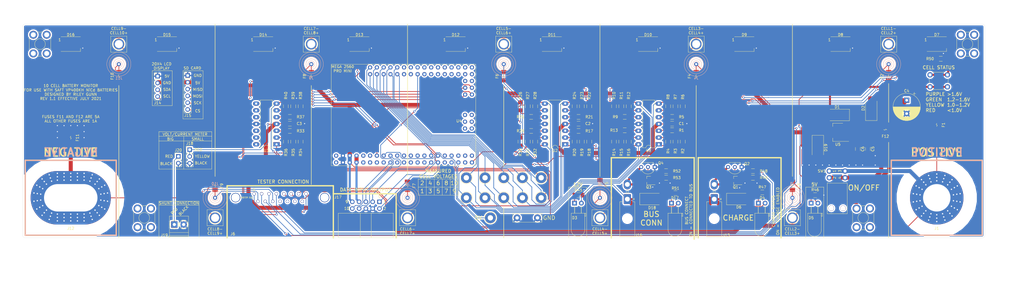
<source format=kicad_pcb>
(kicad_pcb (version 20171130) (host pcbnew "(5.1.6)-1")
  (title_block (date 2021-04-20) (rev 1))
  (layers (0 F.Cu signal) (31 B.Cu signal) (34 B.Paste user) (35 F.Paste user) (36 B.SilkS user) (37 F.SilkS user) (38 B.Mask user) (39 F.Mask user) (44 Edge.Cuts user))
  (net 0 "")
  (net 1 12VDC_BUS)
  (net 2 5V)
  (net 3 "Net-(D6-Pad2)")
  (net 4 "Net-(D7-Pad2)")
  (net 5 "Net-(D8-Pad2)")
  (net 6 "Net-(D10-Pad4)")
  (net 7 "Net-(D10-Pad2)")
  (net 8 "Net-(D11-Pad2)")
  (net 9 "Net-(D12-Pad2)")
  (net 10 "Net-(D13-Pad2)")
  (net 11 /OP-AMPS/CELL1_FUSED)
  (net 12 "Net-(F2-Pad1)")
  (net 13 /OP-AMPS/CELL2_FUSED)
  (net 14 /OP-AMPS/CELL3_FUSED)
  (net 15 "Net-(F3-Pad1)")
  (net 16 /OP-AMPS/CELL4_FUSED)
  (net 17 "Net-(F4-Pad1)")
  (net 18 "Net-(F5-Pad1)")
  (net 19 /OP-AMPS/CELL5_FUSED)
  (net 20 /OP-AMPS/CELL6_FUSED)
  (net 21 /OP-AMPS/CELL7_FUSED)
  (net 22 /OP-AMPS/CELL8_FUSED)
  (net 23 /OP-AMPS/CELL9_FUSED)
  (net 24 /OP-AMPS/CELL10_FUSED)
  (net 25 SDA)
  (net 26 SCL)
  (net 27 MISO)
  (net 28 MOSI)
  (net 29 SCK)
  (net 30 CS)
  (net 31 "Net-(Q1-Pad2)")
  (net 32 "Net-(R1-Pad1)")
  (net 33 "Net-(R3-Pad2)")
  (net 34 A0)
  (net 35 "Net-(R5-Pad1)")
  (net 36 "Net-(R7-Pad2)")
  (net 37 A1)
  (net 38 "Net-(R10-Pad2)")
  (net 39 "Net-(R11-Pad2)")
  (net 40 A2)
  (net 41 "Net-(R13-Pad1)")
  (net 42 "Net-(R15-Pad2)")
  (net 43 A3)
  (net 44 "Net-(R17-Pad1)")
  (net 45 "Net-(R19-Pad2)")
  (net 46 A4)
  (net 47 "Net-(R21-Pad1)")
  (net 48 "Net-(R23-Pad2)")
  (net 49 A5)
  (net 50 "Net-(R25-Pad1)")
  (net 51 "Net-(R27-Pad2)")
  (net 52 A6)
  (net 53 "Net-(R29-Pad1)")
  (net 54 "Net-(R31-Pad2)")
  (net 55 A7)
  (net 56 "Net-(R33-Pad1)")
  (net 57 "Net-(R35-Pad2)")
  (net 58 A8)
  (net 59 "Net-(R37-Pad1)")
  (net 60 "Net-(R39-Pad2)")
  (net 61 A9)
  (net 62 AREF)
  (net 63 CHARGE_CONTROL_SIGNAL)
  (net 64 "Net-(U4-Pad76)")
  (net 65 "Net-(U4-Pad75)")
  (net 66 "Net-(U4-Pad82)")
  (net 67 "Net-(U4-Pad84)")
  (net 68 "Net-(U4-Pad86)")
  (net 69 "Net-(U4-Pad81)")
  (net 70 "Net-(U4-Pad83)")
  (net 71 "Net-(U4-Pad85)")
  (net 72 3V3)
  (net 73 "Net-(U4-Pad11)")
  (net 74 "Net-(U4-Pad12)")
  (net 75 DATA)
  (net 76 "Net-(U4-Pad14)")
  (net 77 "Net-(U4-Pad16)")
  (net 78 "Net-(U4-Pad19)")
  (net 79 "Net-(U4-Pad20)")
  (net 80 "Net-(U4-Pad21)")
  (net 81 "Net-(U4-Pad22)")
  (net 82 "Net-(U4-Pad23)")
  (net 83 "Net-(U4-Pad24)")
  (net 84 "Net-(U4-Pad25)")
  (net 85 "Net-(U4-Pad26)")
  (net 86 "Net-(U4-Pad27)")
  (net 87 "Net-(U4-Pad28)")
  (net 88 "Net-(U4-Pad33)")
  (net 89 "Net-(U4-Pad34)")
  (net 90 "Net-(U4-Pad35)")
  (net 91 "Net-(U4-Pad36)")
  (net 92 "Net-(U4-Pad37)")
  (net 93 "Net-(U4-Pad38)")
  (net 94 "Net-(U4-Pad39)")
  (net 95 "Net-(U4-Pad40)")
  (net 96 "Net-(U4-Pad41)")
  (net 97 "Net-(U4-Pad53)")
  (net 98 "Net-(U4-Pad54)")
  (net 99 "Net-(U4-Pad55)")
  (net 100 "Net-(U4-Pad56)")
  (net 101 "Net-(U4-Pad57)")
  (net 102 "Net-(U4-Pad59)")
  (net 103 "Net-(U4-Pad60)")
  (net 104 "Net-(U4-Pad61)")
  (net 105 "Net-(U4-Pad62)")
  (net 106 "Net-(U4-Pad63)")
  (net 107 "Net-(U4-Pad64)")
  (net 108 "Net-(U4-Pad65)")
  (net 109 "Net-(U4-Pad66)")
  (net 110 "Net-(U4-Pad67)")
  (net 111 "Net-(U4-Pad68)")
  (net 112 "Net-(U4-Pad69)")
  (net 113 "Net-(U4-Pad70)")
  (net 114 "Net-(U4-Pad71)")
  (net 115 "Net-(U4-Pad72)")
  (net 116 "Net-(U4-Pad73)")
  (net 117 "Net-(U4-Pad74)")
  (net 118 BATTERY+)
  (net 119 BATTERY-)
  (net 120 "Net-(D3-Pad1)")
  (net 121 "Net-(D4-Pad1)")
  (net 122 "Net-(D14-Pad2)")
  (net 123 "Net-(D15-Pad2)")
  (net 124 "Net-(J6-Pad12)")
  (net 125 "Net-(J6-Pad13)")
  (net 126 "Net-(J6-Pad14)")
  (net 127 "Net-(J6-Pad15)")
  (net 128 "Net-(D5-Pad1)")
  (net 129 "Net-(D7-Pad4)")
  (net 130 "Net-(D16-Pad2)")
  (net 131 "Net-(F6-Pad1)")
  (net 132 "Net-(F7-Pad1)")
  (net 133 "Net-(F8-Pad1)")
  (net 134 "Net-(F9-Pad1)")
  (net 135 "Net-(F10-Pad1)")
  (net 136 GND)
  (net 137 "Net-(C5-Pad1)")
  (net 138 "Net-(U4-Pad2)")
  (net 139 "Net-(U4-Pad1)")
  (net 140 STATUS_CHECK)
  (net 141 "Net-(D17-Pad1)")
  (net 142 "Net-(D18-Pad2)")
  (net 143 "Net-(Q3-Pad2)")
  (net 144 BUS_CONNECT_SIGNAL)
  (net 145 "Net-(U4-Pad10)")
  (net 146 "Net-(F12-Pad1)")
  (net 147 EXTERNAL_INTERRUPT)
  (net 148 A15)
  (net 149 D6)
  (net 150 D7)
  (net 151 "Net-(J19-Pad1)")
  (module "NiCd Battery Tester:PB400EEQR1BLK" (layer F.Cu) (at 344.75 175 270)
    (fp_text reference SW1 (at 0 5.75) (layer F.SilkS))
    (fp_text value "ON/OFF SWITCH")
    (fp_text user 1 (at 0 1 270) (layer F.SilkS))
    (fp_text user 2 (at 2.5 1 270) (layer F.SilkS))
    (fp_text user 3 (at 0 -1 270) (layer F.SilkS))
    (fp_text user 4 (at 2.5 -1 270) (layer F.SilkS))
    (pad 1 thru_hole circle (at 0 2.95 270) (size 2 2) (drill 1.1) (layers *.Cu *.Mask) (net 118 BATTERY+))
    (pad 3 thru_hole circle (at 0 -2.95 270) (size 2 2) (drill 1.1) (layers *.Cu *.Mask) (net 118 BATTERY+))
    (pad 2 thru_hole circle (at 2.5 2.95 270) (size 2 2) (drill 1.1) (layers *.Cu *.Mask) (net 146 "Net-(F12-Pad1)"))
    (pad 4 thru_hole circle (at 2.5 -2.95 270) (size 2 2) (drill 1.1) (layers *.Cu *.Mask) (net 146 "Net-(F12-Pad1)"))
    (pad "" np_thru_hole circle (at 13.9 -2.2 270) (size 2 2) (drill 1.9) (layers *.Cu *.Mask))
    (pad "" np_thru_hole circle (at 13.9 2.2 270) (size 2 2) (drill 1.9) (layers *.Cu *.Mask))
  )
  (module "NiCd Battery Tester:BATTERY_POWER_CONNECTION" (layer F.Cu) (at 382 185)
    (fp_text reference J1 (at 0 11.43) (layer F.SilkS))
    (fp_text value Conn_01x01)
    (pad 1 thru_hole circle (at 0 0) (size 20 20) (drill 10.25) (layers *.Cu *.Mask) (net 118 BATTERY+) (clearance 5))
    (pad 1 thru_hole circle (at 0 -6.35) (size 0.5 0.5) (drill 0.5) (layers *.Cu *.Mask) (net 118 BATTERY+))
    (pad 1 thru_hole circle (at -2.171828 -5.967048) (size 0.5 0.5) (drill 0.5) (layers *.Cu *.Mask) (net 118 BATTERY+))
    (pad 1 thru_hole circle (at -4.081701 -4.864382) (size 0.5 0.5) (drill 0.5) (layers *.Cu *.Mask) (net 118 BATTERY+))
    (pad 1 thru_hole circle (at -5.499261 -3.175) (size 0.5 0.5) (drill 0.5) (layers *.Cu *.Mask) (net 118 BATTERY+))
    (pad 1 thru_hole circle (at -6.253529 -1.102666) (size 0.5 0.5) (drill 0.5) (layers *.Cu *.Mask) (net 118 BATTERY+))
    (pad 1 thru_hole circle (at -6.253529 1.102666) (size 0.5 0.5) (drill 0.5) (layers *.Cu *.Mask) (net 118 BATTERY+))
    (pad 1 thru_hole circle (at -5.499261 3.175) (size 0.5 0.5) (drill 0.5) (layers *.Cu *.Mask) (net 118 BATTERY+))
    (pad 1 thru_hole circle (at -4.081701 4.864382) (size 0.5 0.5) (drill 0.5) (layers *.Cu *.Mask) (net 118 BATTERY+))
    (pad 1 thru_hole circle (at -2.171828 5.967048) (size 0.5 0.5) (drill 0.5) (layers *.Cu *.Mask) (net 118 BATTERY+))
    (pad 1 thru_hole circle (at 0 6.35) (size 0.5 0.5) (drill 0.5) (layers *.Cu *.Mask) (net 118 BATTERY+))
    (pad 1 thru_hole circle (at 2.171828 5.967048) (size 0.5 0.5) (drill 0.5) (layers *.Cu *.Mask) (net 118 BATTERY+))
    (pad 1 thru_hole circle (at 4.081701 4.864382) (size 0.5 0.5) (drill 0.5) (layers *.Cu *.Mask) (net 118 BATTERY+))
    (pad 1 thru_hole circle (at 5.499261 3.175) (size 0.5 0.5) (drill 0.5) (layers *.Cu *.Mask) (net 118 BATTERY+))
    (pad 1 thru_hole circle (at 6.253529 1.102666) (size 0.5 0.5) (drill 0.5) (layers *.Cu *.Mask) (net 118 BATTERY+))
    (pad 1 thru_hole circle (at 6.253529 -1.102666) (size 0.5 0.5) (drill 0.5) (layers *.Cu *.Mask) (net 118 BATTERY+))
    (pad 1 thru_hole circle (at 5.499261 -3.175) (size 0.5 0.5) (drill 0.5) (layers *.Cu *.Mask) (net 118 BATTERY+))
    (pad 1 thru_hole circle (at 4.081701 -4.864382) (size 0.5 0.5) (drill 0.5) (layers *.Cu *.Mask) (net 118 BATTERY+))
    (pad 1 thru_hole circle (at 2.171828 -5.967048) (size 0.5 0.5) (drill 0.5) (layers *.Cu *.Mask) (net 118 BATTERY+))
    (pad 1 thru_hole circle (at 0 -7.62) (size 0.5 0.5) (drill 0.5) (layers *.Cu *.Mask) (net 118 BATTERY+))
    (pad 1 thru_hole circle (at -2.606193 -7.160458) (size 0.5 0.5) (drill 0.5) (layers *.Cu *.Mask) (net 118 BATTERY+))
    (pad 1 thru_hole circle (at -4.898042 -5.837259) (size 0.5 0.5) (drill 0.5) (layers *.Cu *.Mask) (net 118 BATTERY+))
    (pad 1 thru_hole circle (at -6.599114 -3.81) (size 0.5 0.5) (drill 0.5) (layers *.Cu *.Mask) (net 118 BATTERY+))
    (pad 1 thru_hole circle (at -7.504235 -1.323199) (size 0.5 0.5) (drill 0.5) (layers *.Cu *.Mask) (net 118 BATTERY+))
    (pad 1 thru_hole circle (at -7.504235 1.323199) (size 0.5 0.5) (drill 0.5) (layers *.Cu *.Mask) (net 118 BATTERY+))
    (pad 1 thru_hole circle (at -6.599114 3.81) (size 0.5 0.5) (drill 0.5) (layers *.Cu *.Mask) (net 118 BATTERY+))
    (pad 1 thru_hole circle (at -4.898042 5.837259) (size 0.5 0.5) (drill 0.5) (layers *.Cu *.Mask) (net 118 BATTERY+))
    (pad 1 thru_hole circle (at -2.606193 7.160458) (size 0.5 0.5) (drill 0.5) (layers *.Cu *.Mask) (net 118 BATTERY+))
    (pad 1 thru_hole circle (at 0 7.62) (size 0.5 0.5) (drill 0.5) (layers *.Cu *.Mask) (net 118 BATTERY+))
    (pad 1 thru_hole circle (at 2.606193 7.160458) (size 0.5 0.5) (drill 0.5) (layers *.Cu *.Mask) (net 118 BATTERY+))
    (pad 1 thru_hole circle (at 4.898042 5.837259) (size 0.5 0.5) (drill 0.5) (layers *.Cu *.Mask) (net 118 BATTERY+))
    (pad 1 thru_hole circle (at 6.599114 3.81) (size 0.5 0.5) (drill 0.5) (layers *.Cu *.Mask) (net 118 BATTERY+))
    (pad 1 thru_hole circle (at 7.504235 1.323199) (size 0.5 0.5) (drill 0.5) (layers *.Cu *.Mask) (net 118 BATTERY+))
    (pad 1 thru_hole circle (at 7.504235 -1.323199) (size 0.5 0.5) (drill 0.5) (layers *.Cu *.Mask) (net 118 BATTERY+))
    (pad 1 thru_hole circle (at 6.599114 -3.81) (size 0.5 0.5) (drill 0.5) (layers *.Cu *.Mask) (net 118 BATTERY+))
    (pad 1 thru_hole circle (at 4.898042 -5.837259) (size 0.5 0.5) (drill 0.5) (layers *.Cu *.Mask) (net 118 BATTERY+))
    (pad 1 thru_hole circle (at 2.606193 -7.160458) (size 0.5 0.5) (drill 0.5) (layers *.Cu *.Mask) (net 118 BATTERY+))
    (pad 1 thru_hole circle (at 0 -8.89) (size 0.5 0.5) (drill 0.5) (layers *.Cu *.Mask) (net 118 BATTERY+))
    (pad 1 thru_hole circle (at -3.040559 -8.353867) (size 0.5 0.5) (drill 0.5) (layers *.Cu *.Mask) (net 118 BATTERY+))
    (pad 1 thru_hole circle (at -5.714382 -6.810135) (size 0.5 0.5) (drill 0.5) (layers *.Cu *.Mask) (net 118 BATTERY+))
    (pad 1 thru_hole circle (at -7.698966 -4.445) (size 0.5 0.5) (drill 0.5) (layers *.Cu *.Mask) (net 118 BATTERY+))
    (pad 1 thru_hole circle (at -8.754941 -1.543732) (size 0.5 0.5) (drill 0.5) (layers *.Cu *.Mask) (net 118 BATTERY+))
    (pad 1 thru_hole circle (at -8.754941 1.543732) (size 0.5 0.5) (drill 0.5) (layers *.Cu *.Mask) (net 118 BATTERY+))
    (pad 1 thru_hole circle (at -7.698966 4.445) (size 0.5 0.5) (drill 0.5) (layers *.Cu *.Mask) (net 118 BATTERY+))
    (pad 1 thru_hole circle (at -5.714382 6.810135) (size 0.5 0.5) (drill 0.5) (layers *.Cu *.Mask) (net 118 BATTERY+))
    (pad 1 thru_hole circle (at -3.040559 8.353867) (size 0.5 0.5) (drill 0.5) (layers *.Cu *.Mask) (net 118 BATTERY+))
    (pad 1 thru_hole circle (at 0 8.89) (size 0.5 0.5) (drill 0.5) (layers *.Cu *.Mask) (net 118 BATTERY+))
    (pad 1 thru_hole circle (at 3.040559 8.353867) (size 0.5 0.5) (drill 0.5) (layers *.Cu *.Mask) (net 118 BATTERY+))
    (pad 1 thru_hole circle (at 5.714382 6.810135) (size 0.5 0.5) (drill 0.5) (layers *.Cu *.Mask) (net 118 BATTERY+))
    (pad 1 thru_hole circle (at 7.698966 4.445) (size 0.5 0.5) (drill 0.5) (layers *.Cu *.Mask) (net 118 BATTERY+))
    (pad 1 thru_hole circle (at 8.754941 1.543732) (size 0.5 0.5) (drill 0.5) (layers *.Cu *.Mask) (net 118 BATTERY+))
    (pad 1 thru_hole circle (at 8.754941 -1.543732) (size 0.5 0.5) (drill 0.5) (layers *.Cu *.Mask) (net 118 BATTERY+))
    (pad 1 thru_hole circle (at 7.698966 -4.445) (size 0.5 0.5) (drill 0.5) (layers *.Cu *.Mask) (net 118 BATTERY+))
    (pad 1 thru_hole circle (at 5.714382 -6.810135) (size 0.5 0.5) (drill 0.5) (layers *.Cu *.Mask) (net 118 BATTERY+))
    (pad 1 thru_hole circle (at 3.040559 -8.353867) (size 0.5 0.5) (drill 0.5) (layers *.Cu *.Mask) (net 118 BATTERY+))
  )
  (module "NiCd Battery Tester:BATTERY_POWER_CONNECTION_WIDE" (layer F.Cu) (at 58 185)
    (fp_text reference J12 (at 0 11.43) (layer F.SilkS))
    (fp_text value Conn_01x01)
    (pad 1 thru_hole circle (at 0 8.65) (size 0.5 0.5) (drill 0.5) (layers *.Cu *.Mask) (net 119 BATTERY-))
    (pad 1 thru_hole circle (at 0 6.11) (size 0.5 0.5) (drill 0.5) (layers *.Cu *.Mask) (net 119 BATTERY-))
    (pad 1 thru_hole circle (at 2.5 7.38) (size 0.5 0.5) (drill 0.5) (layers *.Cu *.Mask) (net 119 BATTERY-))
    (pad 1 thru_hole circle (at 2.5 6.11) (size 0.5 0.5) (drill 0.5) (layers *.Cu *.Mask) (net 119 BATTERY-))
    (pad 1 thru_hole circle (at 2.5 8.65) (size 0.5 0.5) (drill 0.5) (layers *.Cu *.Mask) (net 119 BATTERY-))
    (pad 1 thru_hole circle (at 0 7.38) (size 0.5 0.5) (drill 0.5) (layers *.Cu *.Mask) (net 119 BATTERY-))
    (pad 1 thru_hole circle (at -2.5 8.65) (size 0.5 0.5) (drill 0.5) (layers *.Cu *.Mask) (net 119 BATTERY-))
    (pad 1 thru_hole circle (at -2.5 6.11) (size 0.5 0.5) (drill 0.5) (layers *.Cu *.Mask) (net 119 BATTERY-))
    (pad 1 thru_hole circle (at -2.5 7.38) (size 0.5 0.5) (drill 0.5) (layers *.Cu *.Mask) (net 119 BATTERY-))
    (pad 1 thru_hole circle (at 0 -6.6) (size 0.5 0.5) (drill 0.5) (layers *.Cu *.Mask) (net 119 BATTERY-))
    (pad 1 thru_hole circle (at 0 -7.87) (size 0.5 0.5) (drill 0.5) (layers *.Cu *.Mask) (net 119 BATTERY-))
    (pad 1 thru_hole circle (at 0 -9.14) (size 0.5 0.5) (drill 0.5) (layers *.Cu *.Mask) (net 119 BATTERY-))
    (pad 1 thru_hole circle (at 2.5 -6.6) (size 0.5 0.5) (drill 0.5) (layers *.Cu *.Mask) (net 119 BATTERY-))
    (pad 1 thru_hole circle (at 2.5 -9.14) (size 0.5 0.5) (drill 0.5) (layers *.Cu *.Mask) (net 119 BATTERY-))
    (pad 1 thru_hole circle (at 2.5 -7.87) (size 0.5 0.5) (drill 0.5) (layers *.Cu *.Mask) (net 119 BATTERY-))
    (pad 1 thru_hole circle (at -2.5 -6.6) (size 0.5 0.5) (drill 0.5) (layers *.Cu *.Mask) (net 119 BATTERY-))
    (pad 1 thru_hole circle (at -2.5 -7.87) (size 0.5 0.5) (drill 0.5) (layers *.Cu *.Mask) (net 119 BATTERY-))
    (pad 1 thru_hole circle (at -2.5 -9.14) (size 0.5 0.5) (drill 0.5) (layers *.Cu *.Mask) (net 119 BATTERY-))
    (pad 1 thru_hole circle (at 10.714382 6.560135) (size 0.5 0.5) (drill 0.5) (layers *.Cu *.Mask) (net 119 BATTERY-))
    (pad 1 thru_hole circle (at 5 6.1) (size 0.5 0.5) (drill 0.5) (layers *.Cu *.Mask) (net 119 BATTERY-))
    (pad 1 thru_hole circle (at 5 -6.6) (size 0.5 0.5) (drill 0.5) (layers *.Cu *.Mask) (net 119 BATTERY-))
    (pad 1 thru_hole circle (at 7.606193 -7.410458) (size 0.5 0.5) (drill 0.5) (layers *.Cu *.Mask) (net 119 BATTERY-))
    (pad 1 thru_hole circle (at 5 7.37) (size 0.5 0.5) (drill 0.5) (layers *.Cu *.Mask) (net 119 BATTERY-))
    (pad 1 thru_hole circle (at 11.599114 3.56) (size 0.5 0.5) (drill 0.5) (layers *.Cu *.Mask) (net 119 BATTERY-))
    (pad 1 thru_hole circle (at 8.040559 -8.603867) (size 0.5 0.5) (drill 0.5) (layers *.Cu *.Mask) (net 119 BATTERY-))
    (pad 1 thru_hole circle (at 10.714382 -7.060135) (size 0.5 0.5) (drill 0.5) (layers *.Cu *.Mask) (net 119 BATTERY-))
    (pad 1 thru_hole circle (at 12.698966 -4.695) (size 0.5 0.5) (drill 0.5) (layers *.Cu *.Mask) (net 119 BATTERY-))
    (pad 1 thru_hole circle (at 5 -7.87) (size 0.5 0.5) (drill 0.5) (layers *.Cu *.Mask) (net 119 BATTERY-))
    (pad 1 thru_hole circle (at 5 8.64) (size 0.5 0.5) (drill 0.5) (layers *.Cu *.Mask) (net 119 BATTERY-))
    (pad 1 thru_hole circle (at 12.504235 -1.573199) (size 0.5 0.5) (drill 0.5) (layers *.Cu *.Mask) (net 119 BATTERY-))
    (pad 1 thru_hole circle (at 10.499261 2.925) (size 0.5 0.5) (drill 0.5) (layers *.Cu *.Mask) (net 119 BATTERY-))
    (pad 1 thru_hole circle (at 7.171828 -6.217048) (size 0.5 0.5) (drill 0.5) (layers *.Cu *.Mask) (net 119 BATTERY-))
    (pad 1 thru_hole circle (at 13.754941 -1.793732) (size 0.5 0.5) (drill 0.5) (layers *.Cu *.Mask) (net 119 BATTERY-))
    (pad 1 thru_hole circle (at 12.698966 4.195) (size 0.5 0.5) (drill 0.5) (layers *.Cu *.Mask) (net 119 BATTERY-))
    (pad 1 thru_hole circle (at 8.040559 8.103867) (size 0.5 0.5) (drill 0.5) (layers *.Cu *.Mask) (net 119 BATTERY-))
    (pad 1 thru_hole circle (at 5 -9.14) (size 0.5 0.5) (drill 0.5) (layers *.Cu *.Mask) (net 119 BATTERY-))
    (pad 1 thru_hole circle (at 9.898042 -6.087259) (size 0.5 0.5) (drill 0.5) (layers *.Cu *.Mask) (net 119 BATTERY-))
    (pad 1 thru_hole circle (at 11.599114 -4.06) (size 0.5 0.5) (drill 0.5) (layers *.Cu *.Mask) (net 119 BATTERY-))
    (pad 1 thru_hole circle (at 12.504235 1.073199) (size 0.5 0.5) (drill 0.5) (layers *.Cu *.Mask) (net 119 BATTERY-))
    (pad 1 thru_hole circle (at 9.081701 4.614382) (size 0.5 0.5) (drill 0.5) (layers *.Cu *.Mask) (net 119 BATTERY-))
    (pad 1 thru_hole circle (at 10.499261 -3.425) (size 0.5 0.5) (drill 0.5) (layers *.Cu *.Mask) (net 119 BATTERY-))
    (pad 1 thru_hole circle (at 9.081701 -5.114382) (size 0.5 0.5) (drill 0.5) (layers *.Cu *.Mask) (net 119 BATTERY-))
    (pad 1 thru_hole circle (at 7.606193 6.910458) (size 0.5 0.5) (drill 0.5) (layers *.Cu *.Mask) (net 119 BATTERY-))
    (pad 1 thru_hole circle (at 7.171828 5.717048) (size 0.5 0.5) (drill 0.5) (layers *.Cu *.Mask) (net 119 BATTERY-))
    (pad 1 thru_hole circle (at 9.898042 5.587259) (size 0.5 0.5) (drill 0.5) (layers *.Cu *.Mask) (net 119 BATTERY-))
    (pad 1 thru_hole circle (at 11.253529 -1.352666) (size 0.5 0.5) (drill 0.5) (layers *.Cu *.Mask) (net 119 BATTERY-))
    (pad 1 thru_hole circle (at 13.754941 1.293732) (size 0.5 0.5) (drill 0.5) (layers *.Cu *.Mask) (net 119 BATTERY-))
    (pad 1 thru_hole circle (at 11.253529 0.852666) (size 0.5 0.5) (drill 0.5) (layers *.Cu *.Mask) (net 119 BATTERY-))
    (pad 1 thru_hole circle (at -10.714382 6.560135) (size 0.5 0.5) (drill 0.5) (layers *.Cu *.Mask) (net 119 BATTERY-))
    (pad 1 thru_hole circle (at -13.754941 1.293732) (size 0.5 0.5) (drill 0.5) (layers *.Cu *.Mask) (net 119 BATTERY-))
    (pad 1 thru_hole circle (at -11.599114 3.56) (size 0.5 0.5) (drill 0.5) (layers *.Cu *.Mask) (net 119 BATTERY-))
    (pad 1 thru_hole circle (at -5 6.1) (size 0.5 0.5) (drill 0.5) (layers *.Cu *.Mask) (net 119 BATTERY-))
    (pad 1 thru_hole circle (at -11.253529 -1.352666) (size 0.5 0.5) (drill 0.5) (layers *.Cu *.Mask) (net 119 BATTERY-))
    (pad 1 thru_hole circle (at -5 -6.6) (size 0.5 0.5) (drill 0.5) (layers *.Cu *.Mask) (net 119 BATTERY-))
    (pad 1 thru_hole circle (at -11.599114 -4.06) (size 0.5 0.5) (drill 0.5) (layers *.Cu *.Mask) (net 119 BATTERY-))
    (pad 1 thru_hole circle (at -9.081701 4.614382) (size 0.5 0.5) (drill 0.5) (layers *.Cu *.Mask) (net 119 BATTERY-))
    (pad 1 thru_hole circle (at -5 7.37) (size 0.5 0.5) (drill 0.5) (layers *.Cu *.Mask) (net 119 BATTERY-))
    (pad 1 thru_hole circle (at -5 -7.87) (size 0.5 0.5) (drill 0.5) (layers *.Cu *.Mask) (net 119 BATTERY-))
    (pad 1 thru_hole circle (at -5 8.64) (size 0.5 0.5) (drill 0.5) (layers *.Cu *.Mask) (net 119 BATTERY-))
    (pad 1 thru_hole circle (at -7.171828 -6.217048) (size 0.5 0.5) (drill 0.5) (layers *.Cu *.Mask) (net 119 BATTERY-))
    (pad 1 thru_hole circle (at -7.606193 -7.410458) (size 0.5 0.5) (drill 0.5) (layers *.Cu *.Mask) (net 119 BATTERY-))
    (pad 1 thru_hole circle (at -7.171828 5.717048) (size 0.5 0.5) (drill 0.5) (layers *.Cu *.Mask) (net 119 BATTERY-))
    (pad 1 thru_hole circle (at -8.040559 8.103867) (size 0.5 0.5) (drill 0.5) (layers *.Cu *.Mask) (net 119 BATTERY-))
    (pad 1 thru_hole circle (at -12.698966 4.195) (size 0.5 0.5) (drill 0.5) (layers *.Cu *.Mask) (net 119 BATTERY-))
    (pad 1 thru_hole circle (at -12.698966 -4.695) (size 0.5 0.5) (drill 0.5) (layers *.Cu *.Mask) (net 119 BATTERY-))
    (pad 1 thru_hole circle (at -12.504235 -1.573199) (size 0.5 0.5) (drill 0.5) (layers *.Cu *.Mask) (net 119 BATTERY-))
    (pad 1 thru_hole circle (at -10.499261 -3.425) (size 0.5 0.5) (drill 0.5) (layers *.Cu *.Mask) (net 119 BATTERY-))
    (pad 1 thru_hole circle (at -10.714382 -7.060135) (size 0.5 0.5) (drill 0.5) (layers *.Cu *.Mask) (net 119 BATTERY-))
    (pad 1 thru_hole circle (at -10.499261 2.925) (size 0.5 0.5) (drill 0.5) (layers *.Cu *.Mask) (net 119 BATTERY-))
    (pad 1 thru_hole circle (at -8.040559 -8.603867) (size 0.5 0.5) (drill 0.5) (layers *.Cu *.Mask) (net 119 BATTERY-))
    (pad 1 thru_hole circle (at -5 -9.14) (size 0.5 0.5) (drill 0.5) (layers *.Cu *.Mask) (net 119 BATTERY-))
    (pad 1 thru_hole circle (at -9.898042 -6.087259) (size 0.5 0.5) (drill 0.5) (layers *.Cu *.Mask) (net 119 BATTERY-))
    (pad 1 thru_hole circle (at -7.606193 6.910458) (size 0.5 0.5) (drill 0.5) (layers *.Cu *.Mask) (net 119 BATTERY-))
    (pad 1 thru_hole circle (at -9.898042 5.587259) (size 0.5 0.5) (drill 0.5) (layers *.Cu *.Mask) (net 119 BATTERY-))
    (pad 1 thru_hole circle (at -11.253529 0.852666) (size 0.5 0.5) (drill 0.5) (layers *.Cu *.Mask) (net 119 BATTERY-))
    (pad 1 thru_hole circle (at -9.081701 -5.114382) (size 0.5 0.5) (drill 0.5) (layers *.Cu *.Mask) (net 119 BATTERY-))
    (pad 1 thru_hole circle (at -13.754941 -1.793732) (size 0.5 0.5) (drill 0.5) (layers *.Cu *.Mask) (net 119 BATTERY-))
    (pad 1 thru_hole circle (at -12.504235 1.073199) (size 0.5 0.5) (drill 0.5) (layers *.Cu *.Mask) (net 119 BATTERY-))
    (pad 1 thru_hole oval (at 0 0) (size 30 20) (drill oval 20 10.25) (layers *.Cu *.Mask) (net 119 BATTERY-) (clearance 5))
  )
  (module "NiCd Battery Tester:15-PIN-DSUB" (layer F.Cu) (at 136.325 184.92)
    (fp_text reference J6 (at -17.695 13.58) (layer F.SilkS))
    (fp_text value "TESTER CONN")
    (fp_text user "EASTER EGG" (at -12.5 0) (layer F.SilkS) (effects (font (size 0.5 0.5) (thickness 0.1))))
    (fp_text user 1 (at -9.75 -3) (layer F.SilkS))
    (pad 15 thru_hole circle (at 8.31 1.42) (size 1.25 1.25) (drill 1) (layers *.Cu *.Mask) (net 127 "Net-(J6-Pad15)"))
    (pad 14 thru_hole circle (at 5.54 1.42) (size 1.25 1.25) (drill 1) (layers *.Cu *.Mask) (net 126 "Net-(J6-Pad14)"))
    (pad 13 thru_hole circle (at 2.77 1.42) (size 1.25 1.25) (drill 1) (layers *.Cu *.Mask) (net 125 "Net-(J6-Pad13)"))
    (pad 12 thru_hole circle (at 0 1.42) (size 1.25 1.25) (drill 1) (layers *.Cu *.Mask) (net 124 "Net-(J6-Pad12)"))
    (pad 11 thru_hole circle (at -2.77 1.42) (size 1.25 1.25) (drill 1) (layers *.Cu *.Mask) (net 119 BATTERY-))
    (pad 10 thru_hole circle (at -5.54 1.42) (size 1.25 1.25) (drill 1) (layers *.Cu *.Mask) (net 135 "Net-(F10-Pad1)"))
    (pad 9 thru_hole circle (at -8.31 1.42) (size 1.25 1.25) (drill 1) (layers *.Cu *.Mask) (net 134 "Net-(F9-Pad1)"))
    (pad 8 thru_hole circle (at 9.695 -1.42) (size 1.25 1.25) (drill 1) (layers *.Cu *.Mask) (net 133 "Net-(F8-Pad1)"))
    (pad 7 thru_hole circle (at 6.925 -1.42) (size 1.25 1.25) (drill 1) (layers *.Cu *.Mask) (net 132 "Net-(F7-Pad1)"))
    (pad 6 thru_hole circle (at 4.155 -1.42) (size 1.25 1.25) (drill 1) (layers *.Cu *.Mask) (net 131 "Net-(F6-Pad1)"))
    (pad 5 thru_hole circle (at 1.385 -1.42) (size 1.25 1.25) (drill 1) (layers *.Cu *.Mask) (net 18 "Net-(F5-Pad1)"))
    (pad 4 thru_hole circle (at -1.385 -1.42) (size 1.25 1.25) (drill 1) (layers *.Cu *.Mask) (net 17 "Net-(F4-Pad1)"))
    (pad 3 thru_hole circle (at -4.155 -1.42) (size 1.25 1.25) (drill 1) (layers *.Cu *.Mask) (net 15 "Net-(F3-Pad1)"))
    (pad 2 thru_hole circle (at -6.925 -1.42) (size 1.25 1.25) (drill 1) (layers *.Cu *.Mask) (net 12 "Net-(F2-Pad1)"))
    (pad 1 thru_hole circle (at -9.695 -1.42) (size 1.25 1.25) (drill 1) (layers *.Cu *.Mask) (net 118 BATTERY+))
    (pad "" thru_hole circle (at 16.65 0) (size 3.5 3.5) (drill 3.05) (layers *.Cu *.Mask))
    (pad "" thru_hole circle (at -16.65 0) (size 3.5 3.5) (drill 3.05) (layers *.Cu *.Mask))
  )
  (module Capacitor_THT:CP_Radial_D10.0mm_P5.00mm (layer F.Cu) (at 370.75 148.5 270)
    (fp_text reference C4 (at -3.5 0 180) (layer F.SilkS))
    (fp_text value 220uF)
    (pad 2 thru_hole circle (at 5 0 270) (size 2 2) (drill 1) (layers *.Cu *.Mask) (net 136 GND))
    (pad 1 thru_hole rect (at 0 0 270) (size 2 2) (drill 1) (layers *.Cu *.Mask) (net 1 12VDC_BUS))
  )
  (module "NiCd Battery Tester:KEYSTONE_240" (layer B.Cu) (at 220 135)
    (fp_text reference J7 (at 0 5.25) (layer B.SilkS) (effects (justify mirror)))
    (fp_text value Conn_01x01)
    (pad 1 thru_hole circle (at 0 0) (size 1.524 1.524) (drill 0.762) (layers *.Cu *.Mask) (net 131 "Net-(F6-Pad1)") (clearance 2))
  )
  (module Diode_SMD:D_SMB_Handsoldering (layer F.Cu) (at 344.75 154 180)
    (fp_text reference D1 (at 0 3) (layer F.SilkS))
    (fp_text value ES3BB-13-F)
    (pad 2 smd rect (at 2.7 0 180) (size 3.5 2.3) (layers F.Cu F.Paste F.Mask) (net 2 5V))
    (pad 1 smd rect (at -2.7 0 180) (size 3.5 2.3) (layers F.Cu F.Paste F.Mask) (net 137 "Net-(C5-Pad1)"))
  )
  (module TestPoint:TestPoint_Plated_Hole_D3.0mm (layer F.Cu) (at 76 127.5)
    (fp_text reference TP19 hide)
    (fp_text value "CELL 10 VOLTAGE")
    (pad 1 thru_hole circle (at 0 0) (size 4 4) (drill 3) (layers *.Cu *.Mask) (net 24 /OP-AMPS/CELL10_FUSED))
  )
  (module TestPoint:TestPoint_Plated_Hole_D3.0mm (layer F.Cu) (at 112 192.5)
    (fp_text reference TP17 hide)
    (fp_text value "CELL 9 VOLTAGE")
    (pad 1 thru_hole circle (at 0 0) (size 4 4) (drill 3) (layers *.Cu *.Mask) (net 23 /OP-AMPS/CELL9_FUSED))
  )
  (module TestPoint:TestPoint_Plated_Hole_D3.0mm (layer F.Cu) (at 148 127.5)
    (fp_text reference TP14 hide)
    (fp_text value "CELL 8 VOLTAGE")
    (pad 1 thru_hole circle (at 0 0) (size 4 4) (drill 3) (layers *.Cu *.Mask) (net 22 /OP-AMPS/CELL8_FUSED))
  )
  (module TestPoint:TestPoint_Plated_Hole_D3.0mm (layer F.Cu) (at 184 192.5)
    (fp_text reference TP12 hide)
    (fp_text value "CELL 7 VOLTAGE")
    (pad 1 thru_hole circle (at 0 0) (size 4 4) (drill 3) (layers *.Cu *.Mask) (net 21 /OP-AMPS/CELL7_FUSED))
  )
  (module TestPoint:TestPoint_Plated_Hole_D3.0mm (layer F.Cu) (at 220 127.5)
    (fp_text reference TP10 hide)
    (fp_text value "CELL 6 VOLTAGE")
    (pad 1 thru_hole circle (at 0 0) (size 4 4) (drill 3) (layers *.Cu *.Mask) (net 20 /OP-AMPS/CELL6_FUSED))
  )
  (module TestPoint:TestPoint_Plated_Hole_D3.0mm (layer F.Cu) (at 256 192.5)
    (fp_text reference TP8 hide)
    (fp_text value "CELL 5 VOLTAGE")
    (pad 1 thru_hole circle (at 0 0) (size 4 4) (drill 3) (layers *.Cu *.Mask) (net 19 /OP-AMPS/CELL5_FUSED))
  )
  (module TestPoint:TestPoint_Plated_Hole_D3.0mm (layer F.Cu) (at 292 127.5)
    (fp_text reference TP6 hide)
    (fp_text value "CELL 4 VOLTAGE")
    (pad 1 thru_hole circle (at 0 0) (size 4 4) (drill 3) (layers *.Cu *.Mask) (net 16 /OP-AMPS/CELL4_FUSED))
  )
  (module TestPoint:TestPoint_Plated_Hole_D3.0mm (layer F.Cu) (at 328 192.5)
    (fp_text reference TP4 hide)
    (fp_text value "CELL 3 VOLTAGE")
    (pad 1 thru_hole circle (at 0 0) (size 4 4) (drill 3) (layers *.Cu *.Mask) (net 14 /OP-AMPS/CELL3_FUSED))
  )
  (module TestPoint:TestPoint_Plated_Hole_D3.0mm (layer F.Cu) (at 364 127.5)
    (fp_text reference TP2 hide)
    (fp_text value "CELL 2 VOLTAGE")
    (pad 1 thru_hole circle (at 0 0) (size 4 4) (drill 3) (layers *.Cu *.Mask) (net 13 /OP-AMPS/CELL2_FUSED))
  )
  (module TestPoint:TestPoint_Bridge_Pitch7.62mm_Drill1.3mm (layer F.Cu) (at 225 192.5)
    (fp_text reference TP15 hide)
    (fp_text value GND)
    (pad 1 thru_hole circle (at 7.62 0) (size 2.6 2.6) (drill 1.3) (layers *.Cu *.Mask) (net 136 GND))
    (pad 1 thru_hole circle (at 0 0) (size 2.6 2.6) (drill 1.3) (layers *.Cu *.Mask) (net 136 GND))
  )
  (module "NiCd Battery Tester:KEYSTONE_240" (layer B.Cu) (at 76 135)
    (fp_text reference J11 (at 0 5.25) (layer B.SilkS) (effects (justify mirror)))
    (fp_text value Conn_01x01)
    (pad 1 thru_hole circle (at 0 0) (size 1.524 1.524) (drill 0.762) (layers *.Cu *.Mask) (net 135 "Net-(F10-Pad1)") (clearance 2))
  )
  (module "NiCd Battery Tester:KEYSTONE_240" (layer B.Cu) (at 112 185 180)
    (fp_text reference J10 (at 0 5.25) (layer B.SilkS) (effects (justify mirror)))
    (fp_text value Conn_01x01)
    (pad 1 thru_hole circle (at 0 0 180) (size 1.524 1.524) (drill 0.762) (layers *.Cu *.Mask) (net 134 "Net-(F9-Pad1)") (clearance 2))
  )
  (module "NiCd Battery Tester:KEYSTONE_240" (layer B.Cu) (at 148 135)
    (fp_text reference J9 (at 0 5.25) (layer B.SilkS) (effects (justify mirror)))
    (fp_text value Conn_01x01)
    (pad 1 thru_hole circle (at 0 0) (size 1.524 1.524) (drill 0.762) (layers *.Cu *.Mask) (net 133 "Net-(F8-Pad1)") (clearance 2))
  )
  (module "NiCd Battery Tester:KEYSTONE_240" (layer B.Cu) (at 184 185 180)
    (fp_text reference J8 (at 0 5.25) (layer B.SilkS) (effects (justify mirror)))
    (fp_text value Conn_01x01)
    (pad 1 thru_hole circle (at 0 0 180) (size 1.524 1.524) (drill 0.762) (layers *.Cu *.Mask) (net 132 "Net-(F7-Pad1)") (clearance 2))
  )
  (module "NiCd Battery Tester:KEYSTONE_240" (layer B.Cu) (at 256 185 180)
    (fp_text reference J5 (at 0 5.25) (layer B.SilkS) (effects (justify mirror)))
    (fp_text value Conn_01x01)
    (pad 1 thru_hole circle (at 0 0 180) (size 1.524 1.524) (drill 0.762) (layers *.Cu *.Mask) (net 18 "Net-(F5-Pad1)") (clearance 2))
  )
  (module "NiCd Battery Tester:KEYSTONE_240" (layer B.Cu) (at 292 135)
    (fp_text reference J4 (at 0 5.25) (layer B.SilkS) (effects (justify mirror)))
    (fp_text value Conn_01x01)
    (pad 1 thru_hole circle (at 0 0) (size 1.524 1.524) (drill 0.762) (layers *.Cu *.Mask) (net 17 "Net-(F4-Pad1)") (clearance 2))
  )
  (module "NiCd Battery Tester:KEYSTONE_240" (layer B.Cu) (at 328 185 180)
    (fp_text reference J3 (at 0 5.25) (layer B.SilkS) (effects (justify mirror)))
    (fp_text value Conn_01x01)
    (pad 1 thru_hole circle (at 0 0 180) (size 1.524 1.524) (drill 0.762) (layers *.Cu *.Mask) (net 15 "Net-(F3-Pad1)") (clearance 2))
  )
  (module "NiCd Battery Tester:KEYSTONE_240" (layer B.Cu) (at 364 135)
    (fp_text reference J2 (at 0 5.25) (layer B.SilkS) (effects (justify mirror)))
    (fp_text value Conn_01x01)
    (pad 1 thru_hole circle (at 0 0) (size 1.524 1.524) (drill 0.762) (layers *.Cu *.Mask) (net 12 "Net-(F2-Pad1)") (clearance 2))
  )
  (module LED_THT:LED_D5.0mm_Horizontal_O3.81mm_Z3.0mm (layer F.Cu) (at 335 187)
    (fp_text reference D5 (at 0 5.5) (layer F.SilkS))
    (fp_text value "5V GREEN")
    (pad 2 thru_hole circle (at 2.54 0) (size 1.8 1.8) (drill 0.9) (layers *.Cu *.Mask) (net 2 5V))
    (pad 1 thru_hole rect (at 0 0) (size 1.8 1.8) (drill 0.9) (layers *.Cu *.Mask) (net 128 "Net-(D5-Pad1)"))
  )
  (module LED_THT:LED_D5.0mm_Horizontal_O3.81mm_Z3.0mm (layer F.Cu) (at 246.5 187)
    (fp_text reference D3 (at 0 5.5) (layer F.SilkS))
    (fp_text value "12V GREEN")
    (pad 2 thru_hole circle (at 2.54 0) (size 1.8 1.8) (drill 0.9) (layers *.Cu *.Mask) (net 1 12VDC_BUS))
    (pad 1 thru_hole rect (at 0 0) (size 1.8 1.8) (drill 0.9) (layers *.Cu *.Mask) (net 120 "Net-(D3-Pad1)"))
  )
  (module Resistor_SMD:R_1206_3216Metric_Pad1.42x1.75mm_HandSolder (layer F.Cu) (at 316.7375 183)
    (fp_text reference R47 (at 0.0125 -2) (layer F.SilkS))
    (fp_text value 620R)
    (pad 2 smd roundrect (at 1.4875 0) (size 1.425 1.75) (layers F.Cu F.Paste F.Mask) (roundrect_rratio 0.175439) (net 3 "Net-(D6-Pad2)"))
    (pad 1 smd roundrect (at -1.4875 0) (size 1.425 1.75) (layers F.Cu F.Paste F.Mask) (roundrect_rratio 0.175439) (net 121 "Net-(D4-Pad1)"))
  )
  (module LED_THT:LED_D5.0mm_Horizontal_O3.81mm_Z3.0mm (layer F.Cu) (at 315.25 187)
    (fp_text reference D4 (at 1.5 -2) (layer F.SilkS))
    (fp_text value "CHARGE STATUS")
    (pad 2 thru_hole circle (at 2.54 0) (size 1.8 1.8) (drill 0.9) (layers *.Cu *.Mask) (net 1 12VDC_BUS))
    (pad 1 thru_hole rect (at 0 0) (size 1.8 1.8) (drill 0.9) (layers *.Cu *.Mask) (net 121 "Net-(D4-Pad1)"))
  )
  (module Capacitor_SMD:C_1206_3216Metric_Pad1.42x1.75mm_HandSolder (layer F.Cu) (at 282.9875 157.25)
    (fp_text reference C1 (at 3.5125 0) (layer F.SilkS))
    (fp_text value 0.1uF)
    (pad 2 smd roundrect (at 1.4875 0) (size 1.425 1.75) (layers F.Cu F.Paste F.Mask) (roundrect_rratio 0.175439) (net 136 GND))
    (pad 1 smd roundrect (at -1.4875 0) (size 1.425 1.75) (layers F.Cu F.Paste F.Mask) (roundrect_rratio 0.175439) (net 1 12VDC_BUS))
  )
  (module Capacitor_SMD:C_1206_3216Metric_Pad1.42x1.75mm_HandSolder (layer F.Cu) (at 247.9875 157.25)
    (fp_text reference C2 (at 3.5125 0) (layer F.SilkS))
    (fp_text value 0.1uF)
    (pad 2 smd roundrect (at 1.4875 0) (size 1.425 1.75) (layers F.Cu F.Paste F.Mask) (roundrect_rratio 0.175439) (net 136 GND))
    (pad 1 smd roundrect (at -1.4875 0) (size 1.425 1.75) (layers F.Cu F.Paste F.Mask) (roundrect_rratio 0.175439) (net 1 12VDC_BUS))
  )
  (module Capacitor_SMD:C_1206_3216Metric_Pad1.42x1.75mm_HandSolder (layer F.Cu) (at 139.9875 157.25)
    (fp_text reference C3 (at 3.5125 0) (layer F.SilkS))
    (fp_text value 0.1uF)
    (pad 2 smd roundrect (at 1.4875 0) (size 1.425 1.75) (layers F.Cu F.Paste F.Mask) (roundrect_rratio 0.175439) (net 136 GND))
    (pad 1 smd roundrect (at -1.4875 0) (size 1.425 1.75) (layers F.Cu F.Paste F.Mask) (roundrect_rratio 0.175439) (net 1 12VDC_BUS))
  )
  (module Diode_SMD:D_SMB_Handsoldering (layer F.Cu) (at 307.95 185.5)
    (fp_text reference D6 (at 0 3) (layer F.SilkS))
    (fp_text value 1N4007)
    (pad 2 smd rect (at 2.7 0) (size 3.5 2.3) (layers F.Cu F.Paste F.Mask) (net 3 "Net-(D6-Pad2)"))
    (pad 1 smd rect (at -2.7 0) (size 3.5 2.3) (layers F.Cu F.Paste F.Mask) (net 1 12VDC_BUS))
  )
  (module LED_SMD:LED_WS2812B_PLCC4_5.0x5.0mm_P3.2mm (layer F.Cu) (at 382 127.5)
    (fp_text reference D7 (at 0 -3.5) (layer F.SilkS))
    (fp_text value WS2812B)
    (fp_text user 1 (at -4.15 -1.6) (layer F.SilkS))
    (pad 1 smd rect (at -2.45 -1.6) (size 1.5 1) (layers F.Cu F.Paste F.Mask) (net 140 STATUS_CHECK))
    (pad 2 smd rect (at -2.45 1.6) (size 1.5 1) (layers F.Cu F.Paste F.Mask) (net 4 "Net-(D7-Pad2)"))
    (pad 4 smd rect (at 2.45 -1.6) (size 1.5 1) (layers F.Cu F.Paste F.Mask) (net 129 "Net-(D7-Pad4)"))
    (pad 3 smd rect (at 2.45 1.6) (size 1.5 1) (layers F.Cu F.Paste F.Mask) (net 136 GND))
  )
  (module LED_SMD:LED_WS2812B_PLCC4_5.0x5.0mm_P3.2mm (layer F.Cu) (at 346 127.5)
    (fp_text reference D8 (at 0 -3.5) (layer F.SilkS))
    (fp_text value WS2812B)
    (fp_text user 1 (at -4.15 -1.6) (layer F.SilkS))
    (pad 1 smd rect (at -2.45 -1.6) (size 1.5 1) (layers F.Cu F.Paste F.Mask) (net 140 STATUS_CHECK))
    (pad 2 smd rect (at -2.45 1.6) (size 1.5 1) (layers F.Cu F.Paste F.Mask) (net 5 "Net-(D8-Pad2)"))
    (pad 4 smd rect (at 2.45 -1.6) (size 1.5 1) (layers F.Cu F.Paste F.Mask) (net 4 "Net-(D7-Pad2)"))
    (pad 3 smd rect (at 2.45 1.6) (size 1.5 1) (layers F.Cu F.Paste F.Mask) (net 136 GND))
  )
  (module LED_SMD:LED_WS2812B_PLCC4_5.0x5.0mm_P3.2mm (layer F.Cu) (at 310 127.5)
    (fp_text reference D9 (at 0 -3.5) (layer F.SilkS))
    (fp_text value WS2812B)
    (fp_text user 1 (at -4.15 -1.6) (layer F.SilkS))
    (pad 1 smd rect (at -2.45 -1.6) (size 1.5 1) (layers F.Cu F.Paste F.Mask) (net 140 STATUS_CHECK))
    (pad 2 smd rect (at -2.45 1.6) (size 1.5 1) (layers F.Cu F.Paste F.Mask) (net 6 "Net-(D10-Pad4)"))
    (pad 4 smd rect (at 2.45 -1.6) (size 1.5 1) (layers F.Cu F.Paste F.Mask) (net 5 "Net-(D8-Pad2)"))
    (pad 3 smd rect (at 2.45 1.6) (size 1.5 1) (layers F.Cu F.Paste F.Mask) (net 136 GND))
  )
  (module LED_SMD:LED_WS2812B_PLCC4_5.0x5.0mm_P3.2mm (layer F.Cu) (at 274 127.5)
    (fp_text reference D10 (at 0 -3.5) (layer F.SilkS))
    (fp_text value WS2812B)
    (fp_text user 1 (at -4.15 -1.6) (layer F.SilkS))
    (pad 1 smd rect (at -2.45 -1.6) (size 1.5 1) (layers F.Cu F.Paste F.Mask) (net 140 STATUS_CHECK))
    (pad 2 smd rect (at -2.45 1.6) (size 1.5 1) (layers F.Cu F.Paste F.Mask) (net 7 "Net-(D10-Pad2)"))
    (pad 4 smd rect (at 2.45 -1.6) (size 1.5 1) (layers F.Cu F.Paste F.Mask) (net 6 "Net-(D10-Pad4)"))
    (pad 3 smd rect (at 2.45 1.6) (size 1.5 1) (layers F.Cu F.Paste F.Mask) (net 136 GND))
  )
  (module LED_SMD:LED_WS2812B_PLCC4_5.0x5.0mm_P3.2mm (layer F.Cu) (at 238 127.5)
    (fp_text reference D11 (at 0 -3.5) (layer F.SilkS))
    (fp_text value WS2812B)
    (fp_text user 1 (at -4.15 -1.6) (layer F.SilkS))
    (pad 1 smd rect (at -2.45 -1.6) (size 1.5 1) (layers F.Cu F.Paste F.Mask) (net 140 STATUS_CHECK))
    (pad 2 smd rect (at -2.45 1.6) (size 1.5 1) (layers F.Cu F.Paste F.Mask) (net 8 "Net-(D11-Pad2)"))
    (pad 4 smd rect (at 2.45 -1.6) (size 1.5 1) (layers F.Cu F.Paste F.Mask) (net 7 "Net-(D10-Pad2)"))
    (pad 3 smd rect (at 2.45 1.6) (size 1.5 1) (layers F.Cu F.Paste F.Mask) (net 136 GND))
  )
  (module LED_SMD:LED_WS2812B_PLCC4_5.0x5.0mm_P3.2mm (layer F.Cu) (at 202 127.5)
    (fp_text reference D12 (at 0 -3.5) (layer F.SilkS))
    (fp_text value WS2812B)
    (fp_text user 1 (at -4.15 -1.6) (layer F.SilkS))
    (pad 1 smd rect (at -2.45 -1.6) (size 1.5 1) (layers F.Cu F.Paste F.Mask) (net 140 STATUS_CHECK))
    (pad 2 smd rect (at -2.45 1.6) (size 1.5 1) (layers F.Cu F.Paste F.Mask) (net 9 "Net-(D12-Pad2)"))
    (pad 4 smd rect (at 2.45 -1.6) (size 1.5 1) (layers F.Cu F.Paste F.Mask) (net 8 "Net-(D11-Pad2)"))
    (pad 3 smd rect (at 2.45 1.6) (size 1.5 1) (layers F.Cu F.Paste F.Mask) (net 136 GND))
  )
  (module LED_SMD:LED_WS2812B_PLCC4_5.0x5.0mm_P3.2mm (layer F.Cu) (at 166 127.5)
    (fp_text reference D13 (at 0 -3.5) (layer F.SilkS))
    (fp_text value WS2812B)
    (fp_text user 1 (at -4.15 -1.6) (layer F.SilkS))
    (pad 1 smd rect (at -2.45 -1.6) (size 1.5 1) (layers F.Cu F.Paste F.Mask) (net 140 STATUS_CHECK))
    (pad 2 smd rect (at -2.45 1.6) (size 1.5 1) (layers F.Cu F.Paste F.Mask) (net 10 "Net-(D13-Pad2)"))
    (pad 4 smd rect (at 2.45 -1.6) (size 1.5 1) (layers F.Cu F.Paste F.Mask) (net 9 "Net-(D12-Pad2)"))
    (pad 3 smd rect (at 2.45 1.6) (size 1.5 1) (layers F.Cu F.Paste F.Mask) (net 136 GND))
  )
  (module LED_SMD:LED_WS2812B_PLCC4_5.0x5.0mm_P3.2mm (layer F.Cu) (at 130 127.5)
    (fp_text reference D14 (at 0 -3.5) (layer F.SilkS))
    (fp_text value WS2812B)
    (fp_text user 1 (at -4.15 -1.6) (layer F.SilkS))
    (pad 1 smd rect (at -2.45 -1.6) (size 1.5 1) (layers F.Cu F.Paste F.Mask) (net 140 STATUS_CHECK))
    (pad 2 smd rect (at -2.45 1.6) (size 1.5 1) (layers F.Cu F.Paste F.Mask) (net 122 "Net-(D14-Pad2)"))
    (pad 4 smd rect (at 2.45 -1.6) (size 1.5 1) (layers F.Cu F.Paste F.Mask) (net 10 "Net-(D13-Pad2)"))
    (pad 3 smd rect (at 2.45 1.6) (size 1.5 1) (layers F.Cu F.Paste F.Mask) (net 136 GND))
  )
  (module LED_SMD:LED_WS2812B_PLCC4_5.0x5.0mm_P3.2mm (layer F.Cu) (at 94 127.5)
    (fp_text reference D15 (at 0 -3.5) (layer F.SilkS))
    (fp_text value WS2812B)
    (fp_text user 1 (at -4.15 -1.6) (layer F.SilkS))
    (pad 1 smd rect (at -2.45 -1.6) (size 1.5 1) (layers F.Cu F.Paste F.Mask) (net 140 STATUS_CHECK))
    (pad 2 smd rect (at -2.45 1.6) (size 1.5 1) (layers F.Cu F.Paste F.Mask) (net 123 "Net-(D15-Pad2)"))
    (pad 4 smd rect (at 2.45 -1.6) (size 1.5 1) (layers F.Cu F.Paste F.Mask) (net 122 "Net-(D14-Pad2)"))
    (pad 3 smd rect (at 2.45 1.6) (size 1.5 1) (layers F.Cu F.Paste F.Mask) (net 136 GND))
  )
  (module LED_SMD:LED_WS2812B_PLCC4_5.0x5.0mm_P3.2mm (layer F.Cu) (at 58 127.5)
    (fp_text reference D16 (at 0 -3.5) (layer F.SilkS))
    (fp_text value WS2812B)
    (fp_text user 1 (at -4.15 -1.6) (layer F.SilkS))
    (pad 1 smd rect (at -2.45 -1.6) (size 1.5 1) (layers F.Cu F.Paste F.Mask) (net 140 STATUS_CHECK))
    (pad 2 smd rect (at -2.45 1.6) (size 1.5 1) (layers F.Cu F.Paste F.Mask) (net 130 "Net-(D16-Pad2)"))
    (pad 4 smd rect (at 2.45 -1.6) (size 1.5 1) (layers F.Cu F.Paste F.Mask) (net 123 "Net-(D15-Pad2)"))
    (pad 3 smd rect (at 2.45 1.6) (size 1.5 1) (layers F.Cu F.Paste F.Mask) (net 136 GND))
  )
  (module "NiCd Battery Tester:1206_FUSE" (layer F.Cu) (at 382 157.73 90)
    (fp_text reference F1 (at 0 2.5 90) (layer F.SilkS))
    (fp_text value 1A)
    (pad 2 smd rect (at 1.52 0 90) (size 1.52 2) (layers F.Cu F.Paste F.Mask) (net 11 /OP-AMPS/CELL1_FUSED))
    (pad 1 smd rect (at -1.52 0 90) (size 1.52 2) (layers F.Cu F.Paste F.Mask) (net 118 BATTERY+))
  )
  (module "NiCd Battery Tester:1206_FUSE" (layer F.Cu) (at 364 139.52 270)
    (fp_text reference F2 (at 0 2.5 90) (layer F.SilkS))
    (fp_text value 1A)
    (pad 2 smd rect (at 1.52 0 270) (size 1.52 2) (layers F.Cu F.Paste F.Mask) (net 13 /OP-AMPS/CELL2_FUSED))
    (pad 1 smd rect (at -1.52 0 270) (size 1.52 2) (layers F.Cu F.Paste F.Mask) (net 12 "Net-(F2-Pad1)"))
  )
  (module "NiCd Battery Tester:1206_FUSE" (layer F.Cu) (at 328 180.48 90)
    (fp_text reference F3 (at 0 2.5 90) (layer F.SilkS))
    (fp_text value 1A)
    (pad 2 smd rect (at 1.52 0 90) (size 1.52 2) (layers F.Cu F.Paste F.Mask) (net 14 /OP-AMPS/CELL3_FUSED))
    (pad 1 smd rect (at -1.52 0 90) (size 1.52 2) (layers F.Cu F.Paste F.Mask) (net 15 "Net-(F3-Pad1)"))
  )
  (module "NiCd Battery Tester:1206_FUSE" (layer F.Cu) (at 292 139.52 270)
    (fp_text reference F4 (at 0 2.5 90) (layer F.SilkS))
    (fp_text value 1A)
    (pad 2 smd rect (at 1.52 0 270) (size 1.52 2) (layers F.Cu F.Paste F.Mask) (net 16 /OP-AMPS/CELL4_FUSED))
    (pad 1 smd rect (at -1.52 0 270) (size 1.52 2) (layers F.Cu F.Paste F.Mask) (net 17 "Net-(F4-Pad1)"))
  )
  (module "NiCd Battery Tester:1206_FUSE" (layer F.Cu) (at 256 179.98 90)
    (fp_text reference F5 (at 0 2.5 90) (layer F.SilkS))
    (fp_text value 1A)
    (pad 2 smd rect (at 1.52 0 90) (size 1.52 2) (layers F.Cu F.Paste F.Mask) (net 19 /OP-AMPS/CELL5_FUSED))
    (pad 1 smd rect (at -1.52 0 90) (size 1.52 2) (layers F.Cu F.Paste F.Mask) (net 18 "Net-(F5-Pad1)"))
  )
  (module "NiCd Battery Tester:1206_FUSE" (layer F.Cu) (at 362.75 159.5)
    (fp_text reference F12 (at 0 2.5) (layer F.SilkS))
    (fp_text value 5A)
    (pad 2 smd rect (at 1.52 0) (size 1.52 2) (layers F.Cu F.Paste F.Mask) (net 1 12VDC_BUS))
    (pad 1 smd rect (at -1.52 0) (size 1.52 2) (layers F.Cu F.Paste F.Mask) (net 146 "Net-(F12-Pad1)"))
  )
  (module Connector_Molex:Molex_Mini-Fit_Jr_5569-02A2_2x01_P4.20mm_Horizontal (layer F.Cu) (at 298.75 185.5 180)
    (fp_text reference J13 (at -4.5 -13.5) (layer F.SilkS))
    (fp_text value Conn_01x02)
    (pad "" np_thru_hole circle (at 0 -7.3 180) (size 3 3) (drill 3) (layers *.Cu *.Mask))
    (pad 2 thru_hole oval (at 0 5.5 180) (size 2.7 3.7) (drill 1.8) (layers *.Cu *.Mask) (net 3 "Net-(D6-Pad2)"))
    (pad 1 thru_hole roundrect (at 0 0 180) (size 2.7 3.7) (drill 1.8) (layers *.Cu *.Mask) (roundrect_rratio 0.09259299999999999) (net 1 12VDC_BUS))
  )
  (module Package_TO_SOT_SMD:SOT-23_Handsoldering (layer F.Cu) (at 306.75 178.5 180)
    (fp_text reference Q1 (at 0 -2.5) (layer F.SilkS))
    (fp_text value 4401)
    (pad 3 smd rect (at 1.5 0 180) (size 1.9 0.8) (layers F.Cu F.Paste F.Mask) (net 3 "Net-(D6-Pad2)"))
    (pad 2 smd rect (at -1.5 0.95 180) (size 1.9 0.8) (layers F.Cu F.Paste F.Mask) (net 31 "Net-(Q1-Pad2)"))
    (pad 1 smd rect (at -1.5 -0.95 180) (size 1.9 0.8) (layers F.Cu F.Paste F.Mask) (net 136 GND))
  )
  (module Resistor_SMD:R_1206_3216Metric_Pad1.42x1.75mm_HandSolder (layer F.Cu) (at 282.9875 159.75)
    (fp_text reference R1 (at 3.5125 0) (layer F.SilkS))
    (fp_text value 100K)
    (pad 2 smd roundrect (at 1.4875 0) (size 1.425 1.75) (layers F.Cu F.Paste F.Mask) (roundrect_rratio 0.175439) (net 136 GND))
    (pad 1 smd roundrect (at -1.4875 0) (size 1.425 1.75) (layers F.Cu F.Paste F.Mask) (roundrect_rratio 0.175439) (net 32 "Net-(R1-Pad1)"))
  )
  (module Resistor_SMD:R_1206_3216Metric_Pad1.42x1.75mm_HandSolder (layer F.Cu) (at 287 163.9875 90)
    (fp_text reference R2 (at -3.5125 0 90) (layer F.SilkS))
    (fp_text value 100K)
    (pad 2 smd roundrect (at 1.4875 0 90) (size 1.425 1.75) (layers F.Cu F.Paste F.Mask) (roundrect_rratio 0.175439) (net 32 "Net-(R1-Pad1)"))
    (pad 1 smd roundrect (at -1.4875 0 90) (size 1.425 1.75) (layers F.Cu F.Paste F.Mask) (roundrect_rratio 0.175439) (net 11 /OP-AMPS/CELL1_FUSED))
  )
  (module Resistor_SMD:R_1206_3216Metric_Pad1.42x1.75mm_HandSolder (layer F.Cu) (at 284.25 163.9875 90)
    (fp_text reference R3 (at -3.5125 0 90) (layer F.SilkS))
    (fp_text value 100K)
    (pad 2 smd roundrect (at 1.4875 0 90) (size 1.425 1.75) (layers F.Cu F.Paste F.Mask) (roundrect_rratio 0.175439) (net 33 "Net-(R3-Pad2)"))
    (pad 1 smd roundrect (at -1.4875 0 90) (size 1.425 1.75) (layers F.Cu F.Paste F.Mask) (roundrect_rratio 0.175439) (net 13 /OP-AMPS/CELL2_FUSED))
  )
  (module Resistor_SMD:R_1206_3216Metric_Pad1.42x1.75mm_HandSolder (layer F.Cu) (at 281.5 164.0125 270)
    (fp_text reference R4 (at 3.4875 0 90) (layer F.SilkS))
    (fp_text value 100K)
    (pad 2 smd roundrect (at 1.4875 0 270) (size 1.425 1.75) (layers F.Cu F.Paste F.Mask) (roundrect_rratio 0.175439) (net 34 A0))
    (pad 1 smd roundrect (at -1.4875 0 270) (size 1.425 1.75) (layers F.Cu F.Paste F.Mask) (roundrect_rratio 0.175439) (net 33 "Net-(R3-Pad2)"))
  )
  (module Resistor_SMD:R_1206_3216Metric_Pad1.42x1.75mm_HandSolder (layer F.Cu) (at 283.0125 154.75)
    (fp_text reference R5 (at 3.4875 0) (layer F.SilkS))
    (fp_text value 100K)
    (pad 2 smd roundrect (at 1.4875 0) (size 1.425 1.75) (layers F.Cu F.Paste F.Mask) (roundrect_rratio 0.175439) (net 136 GND))
    (pad 1 smd roundrect (at -1.4875 0) (size 1.425 1.75) (layers F.Cu F.Paste F.Mask) (roundrect_rratio 0.175439) (net 35 "Net-(R5-Pad1)"))
  )
  (module Resistor_SMD:R_1206_3216Metric_Pad1.42x1.75mm_HandSolder (layer F.Cu) (at 287 150.7625 270)
    (fp_text reference R6 (at -3.5125 0 90) (layer F.SilkS))
    (fp_text value 100K)
    (pad 2 smd roundrect (at 1.4875 0 270) (size 1.425 1.75) (layers F.Cu F.Paste F.Mask) (roundrect_rratio 0.175439) (net 35 "Net-(R5-Pad1)"))
    (pad 1 smd roundrect (at -1.4875 0 270) (size 1.425 1.75) (layers F.Cu F.Paste F.Mask) (roundrect_rratio 0.175439) (net 13 /OP-AMPS/CELL2_FUSED))
  )
  (module Resistor_SMD:R_1206_3216Metric_Pad1.42x1.75mm_HandSolder (layer F.Cu) (at 284.25 150.7625 270)
    (fp_text reference R7 (at -3.5125 0 90) (layer F.SilkS))
    (fp_text value 100K)
    (pad 2 smd roundrect (at 1.4875 0 270) (size 1.425 1.75) (layers F.Cu F.Paste F.Mask) (roundrect_rratio 0.175439) (net 36 "Net-(R7-Pad2)"))
    (pad 1 smd roundrect (at -1.4875 0 270) (size 1.425 1.75) (layers F.Cu F.Paste F.Mask) (roundrect_rratio 0.175439) (net 14 /OP-AMPS/CELL3_FUSED))
  )
  (module Resistor_SMD:R_1206_3216Metric_Pad1.42x1.75mm_HandSolder (layer F.Cu) (at 281.5 150.7625 90)
    (fp_text reference R8 (at 3.5125 0 90) (layer F.SilkS))
    (fp_text value 100K)
    (pad 2 smd roundrect (at 1.4875 0 90) (size 1.425 1.75) (layers F.Cu F.Paste F.Mask) (roundrect_rratio 0.175439) (net 37 A1))
    (pad 1 smd roundrect (at -1.4875 0 90) (size 1.425 1.75) (layers F.Cu F.Paste F.Mask) (roundrect_rratio 0.175439) (net 36 "Net-(R7-Pad2)"))
  )
  (module Resistor_SMD:R_1206_3216Metric_Pad1.42x1.75mm_HandSolder (layer F.Cu) (at 265.2625 154.75 180)
    (fp_text reference R9 (at 3.5125 0) (layer F.SilkS))
    (fp_text value 100K)
    (pad 2 smd roundrect (at 1.4875 0 180) (size 1.425 1.75) (layers F.Cu F.Paste F.Mask) (roundrect_rratio 0.175439) (net 136 GND))
    (pad 1 smd roundrect (at -1.4875 0 180) (size 1.425 1.75) (layers F.Cu F.Paste F.Mask) (roundrect_rratio 0.175439) (net 38 "Net-(R10-Pad2)"))
  )
  (module Resistor_SMD:R_1206_3216Metric_Pad1.42x1.75mm_HandSolder (layer F.Cu) (at 261.25 150.7625 270)
    (fp_text reference R10 (at -4.0125 0 90) (layer F.SilkS))
    (fp_text value 100K)
    (pad 2 smd roundrect (at 1.4875 0 270) (size 1.425 1.75) (layers F.Cu F.Paste F.Mask) (roundrect_rratio 0.175439) (net 38 "Net-(R10-Pad2)"))
    (pad 1 smd roundrect (at -1.4875 0 270) (size 1.425 1.75) (layers F.Cu F.Paste F.Mask) (roundrect_rratio 0.175439) (net 14 /OP-AMPS/CELL3_FUSED))
  )
  (module Resistor_SMD:R_1206_3216Metric_Pad1.42x1.75mm_HandSolder (layer F.Cu) (at 264 150.7625 270)
    (fp_text reference R11 (at -4.0125 0 90) (layer F.SilkS))
    (fp_text value 100K)
    (pad 2 smd roundrect (at 1.4875 0 270) (size 1.425 1.75) (layers F.Cu F.Paste F.Mask) (roundrect_rratio 0.175439) (net 39 "Net-(R11-Pad2)"))
    (pad 1 smd roundrect (at -1.4875 0 270) (size 1.425 1.75) (layers F.Cu F.Paste F.Mask) (roundrect_rratio 0.175439) (net 16 /OP-AMPS/CELL4_FUSED))
  )
  (module Resistor_SMD:R_1206_3216Metric_Pad1.42x1.75mm_HandSolder (layer F.Cu) (at 266.75 150.7625 90)
    (fp_text reference R12 (at 4.0125 0 90) (layer F.SilkS))
    (fp_text value 100K)
    (pad 2 smd roundrect (at 1.4875 0 90) (size 1.425 1.75) (layers F.Cu F.Paste F.Mask) (roundrect_rratio 0.175439) (net 40 A2))
    (pad 1 smd roundrect (at -1.4875 0 90) (size 1.425 1.75) (layers F.Cu F.Paste F.Mask) (roundrect_rratio 0.175439) (net 39 "Net-(R11-Pad2)"))
  )
  (module Resistor_SMD:R_1206_3216Metric_Pad1.42x1.75mm_HandSolder (layer F.Cu) (at 265.2625 159.75 180)
    (fp_text reference R13 (at 4.0125 0) (layer F.SilkS))
    (fp_text value 100K)
    (pad 2 smd roundrect (at 1.4875 0 180) (size 1.425 1.75) (layers F.Cu F.Paste F.Mask) (roundrect_rratio 0.175439) (net 136 GND))
    (pad 1 smd roundrect (at -1.4875 0 180) (size 1.425 1.75) (layers F.Cu F.Paste F.Mask) (roundrect_rratio 0.175439) (net 41 "Net-(R13-Pad1)"))
  )
  (module Resistor_SMD:R_1206_3216Metric_Pad1.42x1.75mm_HandSolder (layer F.Cu) (at 261.25 163.9875 90)
    (fp_text reference R14 (at -4.0125 0 90) (layer F.SilkS))
    (fp_text value 100K)
    (pad 2 smd roundrect (at 1.4875 0 90) (size 1.425 1.75) (layers F.Cu F.Paste F.Mask) (roundrect_rratio 0.175439) (net 41 "Net-(R13-Pad1)"))
    (pad 1 smd roundrect (at -1.4875 0 90) (size 1.425 1.75) (layers F.Cu F.Paste F.Mask) (roundrect_rratio 0.175439) (net 16 /OP-AMPS/CELL4_FUSED))
  )
  (module Resistor_SMD:R_1206_3216Metric_Pad1.42x1.75mm_HandSolder (layer F.Cu) (at 264 163.9875 90)
    (fp_text reference R15 (at -4.0125 0 90) (layer F.SilkS))
    (fp_text value 100K)
    (pad 2 smd roundrect (at 1.4875 0 90) (size 1.425 1.75) (layers F.Cu F.Paste F.Mask) (roundrect_rratio 0.175439) (net 42 "Net-(R15-Pad2)"))
    (pad 1 smd roundrect (at -1.4875 0 90) (size 1.425 1.75) (layers F.Cu F.Paste F.Mask) (roundrect_rratio 0.175439) (net 19 /OP-AMPS/CELL5_FUSED))
  )
  (module Resistor_SMD:R_1206_3216Metric_Pad1.42x1.75mm_HandSolder (layer F.Cu) (at 266.75 163.9875 270)
    (fp_text reference R16 (at 4.0125 0 90) (layer F.SilkS))
    (fp_text value 100K)
    (pad 2 smd roundrect (at 1.4875 0 270) (size 1.425 1.75) (layers F.Cu F.Paste F.Mask) (roundrect_rratio 0.175439) (net 43 A3))
    (pad 1 smd roundrect (at -1.4875 0 270) (size 1.425 1.75) (layers F.Cu F.Paste F.Mask) (roundrect_rratio 0.175439) (net 42 "Net-(R15-Pad2)"))
  )
  (module Resistor_SMD:R_1206_3216Metric_Pad1.42x1.75mm_HandSolder (layer F.Cu) (at 247.9875 160)
    (fp_text reference R17 (at 4.0125 0) (layer F.SilkS))
    (fp_text value 100K)
    (pad 2 smd roundrect (at 1.4875 0) (size 1.425 1.75) (layers F.Cu F.Paste F.Mask) (roundrect_rratio 0.175439) (net 136 GND))
    (pad 1 smd roundrect (at -1.4875 0) (size 1.425 1.75) (layers F.Cu F.Paste F.Mask) (roundrect_rratio 0.175439) (net 44 "Net-(R17-Pad1)"))
  )
  (module Resistor_SMD:R_1206_3216Metric_Pad1.42x1.75mm_HandSolder (layer F.Cu) (at 252 163.9875 90)
    (fp_text reference R18 (at -4.0125 0 90) (layer F.SilkS))
    (fp_text value 100K)
    (pad 2 smd roundrect (at 1.4875 0 90) (size 1.425 1.75) (layers F.Cu F.Paste F.Mask) (roundrect_rratio 0.175439) (net 44 "Net-(R17-Pad1)"))
    (pad 1 smd roundrect (at -1.4875 0 90) (size 1.425 1.75) (layers F.Cu F.Paste F.Mask) (roundrect_rratio 0.175439) (net 19 /OP-AMPS/CELL5_FUSED))
  )
  (module Resistor_SMD:R_1206_3216Metric_Pad1.42x1.75mm_HandSolder (layer F.Cu) (at 249.25 163.9875 90)
    (fp_text reference R19 (at -4.0125 0 90) (layer F.SilkS))
    (fp_text value 100K)
    (pad 2 smd roundrect (at 1.4875 0 90) (size 1.425 1.75) (layers F.Cu F.Paste F.Mask) (roundrect_rratio 0.175439) (net 45 "Net-(R19-Pad2)"))
    (pad 1 smd roundrect (at -1.4875 0 90) (size 1.425 1.75) (layers F.Cu F.Paste F.Mask) (roundrect_rratio 0.175439) (net 20 /OP-AMPS/CELL6_FUSED))
  )
  (module Resistor_SMD:R_1206_3216Metric_Pad1.42x1.75mm_HandSolder (layer F.Cu) (at 246.5 163.9875 270)
    (fp_text reference R20 (at 4.0125 0 90) (layer F.SilkS))
    (fp_text value 100K)
    (pad 2 smd roundrect (at 1.4875 0 270) (size 1.425 1.75) (layers F.Cu F.Paste F.Mask) (roundrect_rratio 0.175439) (net 46 A4))
    (pad 1 smd roundrect (at -1.4875 0 270) (size 1.425 1.75) (layers F.Cu F.Paste F.Mask) (roundrect_rratio 0.175439) (net 45 "Net-(R19-Pad2)"))
  )
  (module Resistor_SMD:R_1206_3216Metric_Pad1.42x1.75mm_HandSolder (layer F.Cu) (at 247.9875 154.75)
    (fp_text reference R21 (at 4.0125 0) (layer F.SilkS))
    (fp_text value 100K)
    (pad 2 smd roundrect (at 1.4875 0) (size 1.425 1.75) (layers F.Cu F.Paste F.Mask) (roundrect_rratio 0.175439) (net 136 GND))
    (pad 1 smd roundrect (at -1.4875 0) (size 1.425 1.75) (layers F.Cu F.Paste F.Mask) (roundrect_rratio 0.175439) (net 47 "Net-(R21-Pad1)"))
  )
  (module Resistor_SMD:R_1206_3216Metric_Pad1.42x1.75mm_HandSolder (layer F.Cu) (at 252 150.7625 270)
    (fp_text reference R22 (at -4.0125 0 90) (layer F.SilkS))
    (fp_text value 100K)
    (pad 2 smd roundrect (at 1.4875 0 270) (size 1.425 1.75) (layers F.Cu F.Paste F.Mask) (roundrect_rratio 0.175439) (net 47 "Net-(R21-Pad1)"))
    (pad 1 smd roundrect (at -1.4875 0 270) (size 1.425 1.75) (layers F.Cu F.Paste F.Mask) (roundrect_rratio 0.175439) (net 20 /OP-AMPS/CELL6_FUSED))
  )
  (module Resistor_SMD:R_1206_3216Metric_Pad1.42x1.75mm_HandSolder (layer F.Cu) (at 249.25 150.7625 270)
    (fp_text reference R23 (at -4.0125 0 90) (layer F.SilkS))
    (fp_text value 100K)
    (pad 2 smd roundrect (at 1.4875 0 270) (size 1.425 1.75) (layers F.Cu F.Paste F.Mask) (roundrect_rratio 0.175439) (net 48 "Net-(R23-Pad2)"))
    (pad 1 smd roundrect (at -1.4875 0 270) (size 1.425 1.75) (layers F.Cu F.Paste F.Mask) (roundrect_rratio 0.175439) (net 21 /OP-AMPS/CELL7_FUSED))
  )
  (module Resistor_SMD:R_1206_3216Metric_Pad1.42x1.75mm_HandSolder (layer F.Cu) (at 246.5 150.7625 90)
    (fp_text reference R24 (at 4.0125 0 90) (layer F.SilkS))
    (fp_text value 100K)
    (pad 2 smd roundrect (at 1.4875 0 90) (size 1.425 1.75) (layers F.Cu F.Paste F.Mask) (roundrect_rratio 0.175439) (net 49 A5))
    (pad 1 smd roundrect (at -1.4875 0 90) (size 1.425 1.75) (layers F.Cu F.Paste F.Mask) (roundrect_rratio 0.175439) (net 48 "Net-(R23-Pad2)"))
  )
  (module Resistor_SMD:R_1206_3216Metric_Pad1.42x1.75mm_HandSolder (layer F.Cu) (at 230.2625 154.75 180)
    (fp_text reference R25 (at 4.0125 0) (layer F.SilkS))
    (fp_text value 100K)
    (pad 2 smd roundrect (at 1.4875 0 180) (size 1.425 1.75) (layers F.Cu F.Paste F.Mask) (roundrect_rratio 0.175439) (net 136 GND))
    (pad 1 smd roundrect (at -1.4875 0 180) (size 1.425 1.75) (layers F.Cu F.Paste F.Mask) (roundrect_rratio 0.175439) (net 50 "Net-(R25-Pad1)"))
  )
  (module Resistor_SMD:R_1206_3216Metric_Pad1.42x1.75mm_HandSolder (layer F.Cu) (at 226.25 150.7625 270)
    (fp_text reference R26 (at -4.0125 0 90) (layer F.SilkS))
    (fp_text value 100K)
    (pad 2 smd roundrect (at 1.4875 0 270) (size 1.425 1.75) (layers F.Cu F.Paste F.Mask) (roundrect_rratio 0.175439) (net 50 "Net-(R25-Pad1)"))
    (pad 1 smd roundrect (at -1.4875 0 270) (size 1.425 1.75) (layers F.Cu F.Paste F.Mask) (roundrect_rratio 0.175439) (net 21 /OP-AMPS/CELL7_FUSED))
  )
  (module Resistor_SMD:R_1206_3216Metric_Pad1.42x1.75mm_HandSolder (layer F.Cu) (at 229 150.7625 270)
    (fp_text reference R27 (at -4.0125 0 90) (layer F.SilkS))
    (fp_text value 100K)
    (pad 2 smd roundrect (at 1.4875 0 270) (size 1.425 1.75) (layers F.Cu F.Paste F.Mask) (roundrect_rratio 0.175439) (net 51 "Net-(R27-Pad2)"))
    (pad 1 smd roundrect (at -1.4875 0 270) (size 1.425 1.75) (layers F.Cu F.Paste F.Mask) (roundrect_rratio 0.175439) (net 22 /OP-AMPS/CELL8_FUSED))
  )
  (module Resistor_SMD:R_1206_3216Metric_Pad1.42x1.75mm_HandSolder (layer F.Cu) (at 231.75 150.7625 90)
    (fp_text reference R28 (at 4.0125 0 90) (layer F.SilkS))
    (fp_text value 100K)
    (pad 2 smd roundrect (at 1.4875 0 90) (size 1.425 1.75) (layers F.Cu F.Paste F.Mask) (roundrect_rratio 0.175439) (net 52 A6))
    (pad 1 smd roundrect (at -1.4875 0 90) (size 1.425 1.75) (layers F.Cu F.Paste F.Mask) (roundrect_rratio 0.175439) (net 51 "Net-(R27-Pad2)"))
  )
  (module Resistor_SMD:R_1206_3216Metric_Pad1.42x1.75mm_HandSolder (layer F.Cu) (at 230.2625 160 180)
    (fp_text reference R29 (at 4.0125 0) (layer F.SilkS))
    (fp_text value 100K)
    (pad 2 smd roundrect (at 1.4875 0 180) (size 1.425 1.75) (layers F.Cu F.Paste F.Mask) (roundrect_rratio 0.175439) (net 136 GND))
    (pad 1 smd roundrect (at -1.4875 0 180) (size 1.425 1.75) (layers F.Cu F.Paste F.Mask) (roundrect_rratio 0.175439) (net 53 "Net-(R29-Pad1)"))
  )
  (module Resistor_SMD:R_1206_3216Metric_Pad1.42x1.75mm_HandSolder (layer F.Cu) (at 226.25 163.9875 90)
    (fp_text reference R30 (at -4.0125 0 90) (layer F.SilkS))
    (fp_text value 100K)
    (pad 2 smd roundrect (at 1.4875 0 90) (size 1.425 1.75) (layers F.Cu F.Paste F.Mask) (roundrect_rratio 0.175439) (net 53 "Net-(R29-Pad1)"))
    (pad 1 smd roundrect (at -1.4875 0 90) (size 1.425 1.75) (layers F.Cu F.Paste F.Mask) (roundrect_rratio 0.175439) (net 22 /OP-AMPS/CELL8_FUSED))
  )
  (module Resistor_SMD:R_1206_3216Metric_Pad1.42x1.75mm_HandSolder (layer F.Cu) (at 229 163.9875 90)
    (fp_text reference R31 (at -4.0125 0 90) (layer F.SilkS))
    (fp_text value 100K)
    (pad 2 smd roundrect (at 1.4875 0 90) (size 1.425 1.75) (layers F.Cu F.Paste F.Mask) (roundrect_rratio 0.175439) (net 54 "Net-(R31-Pad2)"))
    (pad 1 smd roundrect (at -1.4875 0 90) (size 1.425 1.75) (layers F.Cu F.Paste F.Mask) (roundrect_rratio 0.175439) (net 23 /OP-AMPS/CELL9_FUSED))
  )
  (module Resistor_SMD:R_1206_3216Metric_Pad1.42x1.75mm_HandSolder (layer F.Cu) (at 231.75 163.9875 270)
    (fp_text reference R32 (at 4.0125 0 90) (layer F.SilkS))
    (fp_text value 100K)
    (pad 2 smd roundrect (at 1.4875 0 270) (size 1.425 1.75) (layers F.Cu F.Paste F.Mask) (roundrect_rratio 0.175439) (net 55 A7))
    (pad 1 smd roundrect (at -1.4875 0 270) (size 1.425 1.75) (layers F.Cu F.Paste F.Mask) (roundrect_rratio 0.175439) (net 54 "Net-(R31-Pad2)"))
  )
  (module Resistor_SMD:R_1206_3216Metric_Pad1.42x1.75mm_HandSolder (layer F.Cu) (at 139.9875 160)
    (fp_text reference R33 (at 4.0125 0) (layer F.SilkS))
    (fp_text value 100K)
    (pad 2 smd roundrect (at 1.4875 0) (size 1.425 1.75) (layers F.Cu F.Paste F.Mask) (roundrect_rratio 0.175439) (net 136 GND))
    (pad 1 smd roundrect (at -1.4875 0) (size 1.425 1.75) (layers F.Cu F.Paste F.Mask) (roundrect_rratio 0.175439) (net 56 "Net-(R33-Pad1)"))
  )
  (module Resistor_SMD:R_1206_3216Metric_Pad1.42x1.75mm_HandSolder (layer F.Cu) (at 144 163.9875 90)
    (fp_text reference R34 (at -4.0125 0 90) (layer F.SilkS))
    (fp_text value 100K)
    (pad 2 smd roundrect (at 1.4875 0 90) (size 1.425 1.75) (layers F.Cu F.Paste F.Mask) (roundrect_rratio 0.175439) (net 56 "Net-(R33-Pad1)"))
    (pad 1 smd roundrect (at -1.4875 0 90) (size 1.425 1.75) (layers F.Cu F.Paste F.Mask) (roundrect_rratio 0.175439) (net 23 /OP-AMPS/CELL9_FUSED))
  )
  (module Resistor_SMD:R_1206_3216Metric_Pad1.42x1.75mm_HandSolder (layer F.Cu) (at 141.25 163.9875 90)
    (fp_text reference R35 (at -4.0125 0 90) (layer F.SilkS))
    (fp_text value 100K)
    (pad 2 smd roundrect (at 1.4875 0 90) (size 1.425 1.75) (layers F.Cu F.Paste F.Mask) (roundrect_rratio 0.175439) (net 57 "Net-(R35-Pad2)"))
    (pad 1 smd roundrect (at -1.4875 0 90) (size 1.425 1.75) (layers F.Cu F.Paste F.Mask) (roundrect_rratio 0.175439) (net 24 /OP-AMPS/CELL10_FUSED))
  )
  (module Resistor_SMD:R_1206_3216Metric_Pad1.42x1.75mm_HandSolder (layer F.Cu) (at 138.5 163.9875 270)
    (fp_text reference R36 (at 4.0125 0 90) (layer F.SilkS))
    (fp_text value 100K)
    (pad 2 smd roundrect (at 1.4875 0 270) (size 1.425 1.75) (layers F.Cu F.Paste F.Mask) (roundrect_rratio 0.175439) (net 58 A8))
    (pad 1 smd roundrect (at -1.4875 0 270) (size 1.425 1.75) (layers F.Cu F.Paste F.Mask) (roundrect_rratio 0.175439) (net 57 "Net-(R35-Pad2)"))
  )
  (module Resistor_SMD:R_1206_3216Metric_Pad1.42x1.75mm_HandSolder (layer F.Cu) (at 139.9875 154.75)
    (fp_text reference R37 (at 4.0125 0) (layer F.SilkS))
    (fp_text value 100K)
    (pad 2 smd roundrect (at 1.4875 0) (size 1.425 1.75) (layers F.Cu F.Paste F.Mask) (roundrect_rratio 0.175439) (net 136 GND))
    (pad 1 smd roundrect (at -1.4875 0) (size 1.425 1.75) (layers F.Cu F.Paste F.Mask) (roundrect_rratio 0.175439) (net 59 "Net-(R37-Pad1)"))
  )
  (module Resistor_SMD:R_1206_3216Metric_Pad1.42x1.75mm_HandSolder (layer F.Cu) (at 144 150.7625 270)
    (fp_text reference R38 (at -4.0125 0 90) (layer F.SilkS))
    (fp_text value 100K)
    (pad 2 smd roundrect (at 1.4875 0 270) (size 1.425 1.75) (layers F.Cu F.Paste F.Mask) (roundrect_rratio 0.175439) (net 59 "Net-(R37-Pad1)"))
    (pad 1 smd roundrect (at -1.4875 0 270) (size 1.425 1.75) (layers F.Cu F.Paste F.Mask) (roundrect_rratio 0.175439) (net 24 /OP-AMPS/CELL10_FUSED))
  )
  (module Resistor_SMD:R_1206_3216Metric_Pad1.42x1.75mm_HandSolder (layer F.Cu) (at 141.25 150.7625 270)
    (fp_text reference R39 (at -4.0125 0 90) (layer F.SilkS))
    (fp_text value 100K)
    (pad 2 smd roundrect (at 1.4875 0 270) (size 1.425 1.75) (layers F.Cu F.Paste F.Mask) (roundrect_rratio 0.175439) (net 60 "Net-(R39-Pad2)"))
    (pad 1 smd roundrect (at -1.4875 0 270) (size 1.425 1.75) (layers F.Cu F.Paste F.Mask) (roundrect_rratio 0.175439) (net 136 GND))
  )
  (module Resistor_SMD:R_1206_3216Metric_Pad1.42x1.75mm_HandSolder (layer F.Cu) (at 138.5 150.7625 90)
    (fp_text reference R40 (at 4.0125 0 90) (layer F.SilkS))
    (fp_text value 100K)
    (pad 2 smd roundrect (at 1.4875 0 90) (size 1.425 1.75) (layers F.Cu F.Paste F.Mask) (roundrect_rratio 0.175439) (net 61 A9))
    (pad 1 smd roundrect (at -1.4875 0 90) (size 1.425 1.75) (layers F.Cu F.Paste F.Mask) (roundrect_rratio 0.175439) (net 60 "Net-(R39-Pad2)"))
  )
  (module Resistor_SMD:R_1206_3216Metric_Pad1.42x1.75mm_HandSolder (layer F.Cu) (at 247.9875 184)
    (fp_text reference R45 (at 0 -1.82) (layer F.SilkS))
    (fp_text value 620R)
    (pad 2 smd roundrect (at 1.4875 0) (size 1.425 1.75) (layers F.Cu F.Paste F.Mask) (roundrect_rratio 0.175439) (net 136 GND))
    (pad 1 smd roundrect (at -1.4875 0) (size 1.425 1.75) (layers F.Cu F.Paste F.Mask) (roundrect_rratio 0.175439) (net 120 "Net-(D3-Pad1)"))
  )
  (module Resistor_SMD:R_1206_3216Metric_Pad1.42x1.75mm_HandSolder (layer F.Cu) (at 336.4875 184 180)
    (fp_text reference R46 (at -0.0125 2) (layer F.SilkS))
    (fp_text value 620R)
    (pad 2 smd roundrect (at 1.4875 0 180) (size 1.425 1.75) (layers F.Cu F.Paste F.Mask) (roundrect_rratio 0.175439) (net 128 "Net-(D5-Pad1)"))
    (pad 1 smd roundrect (at -1.4875 0 180) (size 1.425 1.75) (layers F.Cu F.Paste F.Mask) (roundrect_rratio 0.175439) (net 136 GND))
  )
  (module Resistor_SMD:R_1206_3216Metric_Pad1.42x1.75mm_HandSolder (layer F.Cu) (at 313.2375 175 180)
    (fp_text reference R48 (at -4.0125 0) (layer F.SilkS))
    (fp_text value 390R)
    (pad 1 smd roundrect (at -1.4875 0 180) (size 1.425 1.75) (layers F.Cu F.Paste F.Mask) (roundrect_rratio 0.175439) (net 63 CHARGE_CONTROL_SIGNAL))
    (pad 2 smd roundrect (at 1.4875 0 180) (size 1.425 1.75) (layers F.Cu F.Paste F.Mask) (roundrect_rratio 0.175439) (net 31 "Net-(Q1-Pad2)"))
  )
  (module Resistor_SMD:R_1206_3216Metric_Pad1.42x1.75mm_HandSolder (layer F.Cu) (at 313.2375 177.5)
    (fp_text reference R49 (at 4.0125 0) (layer F.SilkS))
    (fp_text value 10K)
    (pad 2 smd roundrect (at 1.4875 0) (size 1.425 1.75) (layers F.Cu F.Paste F.Mask) (roundrect_rratio 0.175439) (net 136 GND))
    (pad 1 smd roundrect (at -1.4875 0) (size 1.425 1.75) (layers F.Cu F.Paste F.Mask) (roundrect_rratio 0.175439) (net 31 "Net-(Q1-Pad2)"))
  )
  (module Resistor_SMD:R_1206_3216Metric_Pad1.42x1.75mm_HandSolder (layer F.Cu) (at 383.5125 133)
    (fp_text reference R50 (at -4.0125 0) (layer F.SilkS))
    (fp_text value 470R)
    (pad 2 smd roundrect (at 1.4875 0) (size 1.425 1.75) (layers F.Cu F.Paste F.Mask) (roundrect_rratio 0.175439) (net 129 "Net-(D7-Pad4)"))
    (pad 1 smd roundrect (at -1.4875 0) (size 1.425 1.75) (layers F.Cu F.Paste F.Mask) (roundrect_rratio 0.175439) (net 75 DATA))
  )
  (module Package_DIP:DIP-14_W7.62mm_LongPads (layer F.Cu) (at 278 165 180)
    (fp_text reference U1 (at 3.81 -2.33) (layer F.SilkS))
    (fp_text value LM324A)
    (pad 14 thru_hole oval (at 7.62 0 180) (size 2.4 1.6) (drill 0.8) (layers *.Cu *.Mask) (net 43 A3))
    (pad 7 thru_hole oval (at 0 15.24 180) (size 2.4 1.6) (drill 0.8) (layers *.Cu *.Mask) (net 37 A1))
    (pad 13 thru_hole oval (at 7.62 2.54 180) (size 2.4 1.6) (drill 0.8) (layers *.Cu *.Mask) (net 42 "Net-(R15-Pad2)"))
    (pad 6 thru_hole oval (at 0 12.7 180) (size 2.4 1.6) (drill 0.8) (layers *.Cu *.Mask) (net 36 "Net-(R7-Pad2)"))
    (pad 12 thru_hole oval (at 7.62 5.08 180) (size 2.4 1.6) (drill 0.8) (layers *.Cu *.Mask) (net 41 "Net-(R13-Pad1)"))
    (pad 5 thru_hole oval (at 0 10.16 180) (size 2.4 1.6) (drill 0.8) (layers *.Cu *.Mask) (net 35 "Net-(R5-Pad1)"))
    (pad 11 thru_hole oval (at 7.62 7.62 180) (size 2.4 1.6) (drill 0.8) (layers *.Cu *.Mask) (net 136 GND))
    (pad 4 thru_hole oval (at 0 7.62 180) (size 2.4 1.6) (drill 0.8) (layers *.Cu *.Mask) (net 1 12VDC_BUS))
    (pad 10 thru_hole oval (at 7.62 10.16 180) (size 2.4 1.6) (drill 0.8) (layers *.Cu *.Mask) (net 38 "Net-(R10-Pad2)"))
    (pad 3 thru_hole oval (at 0 5.08 180) (size 2.4 1.6) (drill 0.8) (layers *.Cu *.Mask) (net 32 "Net-(R1-Pad1)"))
    (pad 9 thru_hole oval (at 7.62 12.7 180) (size 2.4 1.6) (drill 0.8) (layers *.Cu *.Mask) (net 39 "Net-(R11-Pad2)"))
    (pad 2 thru_hole oval (at 0 2.54 180) (size 2.4 1.6) (drill 0.8) (layers *.Cu *.Mask) (net 33 "Net-(R3-Pad2)"))
    (pad 8 thru_hole oval (at 7.62 15.24 180) (size 2.4 1.6) (drill 0.8) (layers *.Cu *.Mask) (net 40 A2))
    (pad 1 thru_hole rect (at 0 0 180) (size 2.4 1.6) (drill 0.8) (layers *.Cu *.Mask) (net 34 A0))
  )
  (module Package_DIP:DIP-14_W7.62mm_LongPads (layer F.Cu) (at 243 165 180)
    (fp_text reference U2 (at 3.81 -2.33) (layer F.SilkS))
    (fp_text value LM324A)
    (pad 14 thru_hole oval (at 7.62 0 180) (size 2.4 1.6) (drill 0.8) (layers *.Cu *.Mask) (net 55 A7))
    (pad 7 thru_hole oval (at 0 15.24 180) (size 2.4 1.6) (drill 0.8) (layers *.Cu *.Mask) (net 49 A5))
    (pad 13 thru_hole oval (at 7.62 2.54 180) (size 2.4 1.6) (drill 0.8) (layers *.Cu *.Mask) (net 54 "Net-(R31-Pad2)"))
    (pad 6 thru_hole oval (at 0 12.7 180) (size 2.4 1.6) (drill 0.8) (layers *.Cu *.Mask) (net 48 "Net-(R23-Pad2)"))
    (pad 12 thru_hole oval (at 7.62 5.08 180) (size 2.4 1.6) (drill 0.8) (layers *.Cu *.Mask) (net 53 "Net-(R29-Pad1)"))
    (pad 5 thru_hole oval (at 0 10.16 180) (size 2.4 1.6) (drill 0.8) (layers *.Cu *.Mask) (net 47 "Net-(R21-Pad1)"))
    (pad 11 thru_hole oval (at 7.62 7.62 180) (size 2.4 1.6) (drill 0.8) (layers *.Cu *.Mask) (net 136 GND))
    (pad 4 thru_hole oval (at 0 7.62 180) (size 2.4 1.6) (drill 0.8) (layers *.Cu *.Mask) (net 1 12VDC_BUS))
    (pad 10 thru_hole oval (at 7.62 10.16 180) (size 2.4 1.6) (drill 0.8) (layers *.Cu *.Mask) (net 50 "Net-(R25-Pad1)"))
    (pad 3 thru_hole oval (at 0 5.08 180) (size 2.4 1.6) (drill 0.8) (layers *.Cu *.Mask) (net 44 "Net-(R17-Pad1)"))
    (pad 9 thru_hole oval (at 7.62 12.7 180) (size 2.4 1.6) (drill 0.8) (layers *.Cu *.Mask) (net 51 "Net-(R27-Pad2)"))
    (pad 2 thru_hole oval (at 0 2.54 180) (size 2.4 1.6) (drill 0.8) (layers *.Cu *.Mask) (net 45 "Net-(R19-Pad2)"))
    (pad 8 thru_hole oval (at 7.62 15.24 180) (size 2.4 1.6) (drill 0.8) (layers *.Cu *.Mask) (net 52 A6))
    (pad 1 thru_hole rect (at 0 0 180) (size 2.4 1.6) (drill 0.8) (layers *.Cu *.Mask) (net 46 A4))
  )
  (module Package_DIP:DIP-14_W7.62mm_LongPads (layer F.Cu) (at 135 165 180)
    (fp_text reference U3 (at 3.81 -2.33) (layer F.SilkS))
    (fp_text value LM324A)
    (pad 14 thru_hole oval (at 7.62 0 180) (size 2.4 1.6) (drill 0.8) (layers *.Cu *.Mask))
    (pad 7 thru_hole oval (at 0 15.24 180) (size 2.4 1.6) (drill 0.8) (layers *.Cu *.Mask) (net 61 A9))
    (pad 13 thru_hole oval (at 7.62 2.54 180) (size 2.4 1.6) (drill 0.8) (layers *.Cu *.Mask))
    (pad 6 thru_hole oval (at 0 12.7 180) (size 2.4 1.6) (drill 0.8) (layers *.Cu *.Mask) (net 60 "Net-(R39-Pad2)"))
    (pad 12 thru_hole oval (at 7.62 5.08 180) (size 2.4 1.6) (drill 0.8) (layers *.Cu *.Mask))
    (pad 5 thru_hole oval (at 0 10.16 180) (size 2.4 1.6) (drill 0.8) (layers *.Cu *.Mask) (net 59 "Net-(R37-Pad1)"))
    (pad 11 thru_hole oval (at 7.62 7.62 180) (size 2.4 1.6) (drill 0.8) (layers *.Cu *.Mask) (net 136 GND))
    (pad 4 thru_hole oval (at 0 7.62 180) (size 2.4 1.6) (drill 0.8) (layers *.Cu *.Mask) (net 1 12VDC_BUS))
    (pad 10 thru_hole oval (at 7.62 10.16 180) (size 2.4 1.6) (drill 0.8) (layers *.Cu *.Mask))
    (pad 3 thru_hole oval (at 0 5.08 180) (size 2.4 1.6) (drill 0.8) (layers *.Cu *.Mask) (net 56 "Net-(R33-Pad1)"))
    (pad 9 thru_hole oval (at 7.62 12.7 180) (size 2.4 1.6) (drill 0.8) (layers *.Cu *.Mask))
    (pad 2 thru_hole oval (at 0 2.54 180) (size 2.4 1.6) (drill 0.8) (layers *.Cu *.Mask) (net 57 "Net-(R35-Pad2)"))
    (pad 8 thru_hole oval (at 7.62 15.24 180) (size 2.4 1.6) (drill 0.8) (layers *.Cu *.Mask))
    (pad 1 thru_hole rect (at 0 0 180) (size 2.4 1.6) (drill 0.8) (layers *.Cu *.Mask) (net 58 A8))
  )
  (module "NiCd Battery Tester:MEGA 2560 PRO MINI_NO_MOUNTS" (layer F.Cu) (at 155.5 173)
    (fp_text reference U4 (at 47.75 -16.75) (layer F.SilkS))
    (fp_text value MEGA_2560_PRO_MINI-NiCd_Battery_Tester)
    (pad 74 thru_hole circle (at 52.6 -34.24) (size 1.6 1.6) (drill 0.8) (layers *.Cu *.Mask) (net 117 "Net-(U4-Pad74)"))
    (pad 73 thru_hole circle (at 52.6 -36.78) (size 1.6 1.6) (drill 0.8) (layers *.Cu *.Mask) (net 116 "Net-(U4-Pad73)"))
    (pad 72 thru_hole circle (at 50.06 -34.24) (size 1.6 1.6) (drill 0.8) (layers *.Cu *.Mask) (net 115 "Net-(U4-Pad72)"))
    (pad 71 thru_hole circle (at 50.06 -36.78) (size 1.6 1.6) (drill 0.8) (layers *.Cu *.Mask) (net 114 "Net-(U4-Pad71)"))
    (pad 70 thru_hole circle (at 47.52 -34.24) (size 1.6 1.6) (drill 0.8) (layers *.Cu *.Mask) (net 113 "Net-(U4-Pad70)"))
    (pad 69 thru_hole circle (at 47.52 -36.78) (size 1.6 1.6) (drill 0.8) (layers *.Cu *.Mask) (net 112 "Net-(U4-Pad69)"))
    (pad 68 thru_hole circle (at 44.98 -34.24) (size 1.6 1.6) (drill 0.8) (layers *.Cu *.Mask) (net 111 "Net-(U4-Pad68)"))
    (pad 67 thru_hole circle (at 44.98 -36.78) (size 1.6 1.6) (drill 0.8) (layers *.Cu *.Mask) (net 110 "Net-(U4-Pad67)"))
    (pad 66 thru_hole circle (at 42.44 -34.24) (size 1.6 1.6) (drill 0.8) (layers *.Cu *.Mask) (net 109 "Net-(U4-Pad66)"))
    (pad 65 thru_hole circle (at 42.44 -36.78) (size 1.6 1.6) (drill 0.8) (layers *.Cu *.Mask) (net 108 "Net-(U4-Pad65)"))
    (pad 64 thru_hole circle (at 39.9 -34.24) (size 1.6 1.6) (drill 0.8) (layers *.Cu *.Mask) (net 107 "Net-(U4-Pad64)"))
    (pad 63 thru_hole circle (at 39.9 -36.78) (size 1.6 1.6) (drill 0.8) (layers *.Cu *.Mask) (net 106 "Net-(U4-Pad63)"))
    (pad 62 thru_hole circle (at 37.36 -34.24) (size 1.6 1.6) (drill 0.8) (layers *.Cu *.Mask) (net 105 "Net-(U4-Pad62)"))
    (pad 61 thru_hole circle (at 37.36 -36.78) (size 1.6 1.6) (drill 0.8) (layers *.Cu *.Mask) (net 104 "Net-(U4-Pad61)"))
    (pad 60 thru_hole circle (at 34.82 -34.24) (size 1.6 1.6) (drill 0.8) (layers *.Cu *.Mask) (net 103 "Net-(U4-Pad60)"))
    (pad 59 thru_hole circle (at 34.82 -36.78) (size 1.6 1.6) (drill 0.8) (layers *.Cu *.Mask) (net 102 "Net-(U4-Pad59)"))
    (pad 58 thru_hole circle (at 32.28 -34.24) (size 1.6 1.6) (drill 0.8) (layers *.Cu *.Mask) (net 148 A15))
    (pad 57 thru_hole circle (at 32.28 -36.78) (size 1.6 1.6) (drill 0.8) (layers *.Cu *.Mask) (net 101 "Net-(U4-Pad57)"))
    (pad 56 thru_hole circle (at 29.74 -34.24) (size 1.6 1.6) (drill 0.8) (layers *.Cu *.Mask) (net 100 "Net-(U4-Pad56)"))
    (pad 55 thru_hole circle (at 29.74 -36.78) (size 1.6 1.6) (drill 0.8) (layers *.Cu *.Mask) (net 99 "Net-(U4-Pad55)"))
    (pad 54 thru_hole circle (at 27.2 -34.24) (size 1.6 1.6) (drill 0.8) (layers *.Cu *.Mask) (net 98 "Net-(U4-Pad54)"))
    (pad 53 thru_hole circle (at 27.2 -36.78) (size 1.6 1.6) (drill 0.8) (layers *.Cu *.Mask) (net 97 "Net-(U4-Pad53)"))
    (pad 52 thru_hole circle (at 24.66 -34.24) (size 1.6 1.6) (drill 0.8) (layers *.Cu *.Mask) (net 61 A9))
    (pad 51 thru_hole circle (at 24.66 -36.78) (size 1.6 1.6) (drill 0.8) (layers *.Cu *.Mask) (net 58 A8))
    (pad 50 thru_hole circle (at 22.12 -34.24) (size 1.6 1.6) (drill 0.8) (layers *.Cu *.Mask) (net 55 A7))
    (pad 49 thru_hole circle (at 22.12 -36.78) (size 1.6 1.6) (drill 0.8) (layers *.Cu *.Mask) (net 52 A6))
    (pad 48 thru_hole circle (at 19.58 -34.24) (size 1.6 1.6) (drill 0.8) (layers *.Cu *.Mask) (net 49 A5))
    (pad 47 thru_hole circle (at 19.58 -36.78) (size 1.6 1.6) (drill 0.8) (layers *.Cu *.Mask) (net 46 A4))
    (pad 46 thru_hole circle (at 17.04 -34.24) (size 1.6 1.6) (drill 0.8) (layers *.Cu *.Mask) (net 43 A3))
    (pad 45 thru_hole circle (at 17.04 -36.78) (size 1.6 1.6) (drill 0.8) (layers *.Cu *.Mask) (net 40 A2))
    (pad 44 thru_hole circle (at 14.5 -34.24) (size 1.6 1.6) (drill 0.8) (layers *.Cu *.Mask) (net 37 A1))
    (pad 42 thru_hole circle (at 52.6 -1.22) (size 1.6 1.6) (drill 0.8) (layers *.Cu *.Mask) (net 144 BUS_CONNECT_SIGNAL))
    (pad 41 thru_hole circle (at 52.6 -3.76) (size 1.6 1.6) (drill 0.8) (layers *.Cu *.Mask) (net 96 "Net-(U4-Pad41)"))
    (pad 40 thru_hole circle (at 50.06 -1.22) (size 1.6 1.6) (drill 0.8) (layers *.Cu *.Mask) (net 95 "Net-(U4-Pad40)"))
    (pad 39 thru_hole circle (at 50.06 -3.76) (size 1.6 1.6) (drill 0.8) (layers *.Cu *.Mask) (net 94 "Net-(U4-Pad39)"))
    (pad 38 thru_hole circle (at 47.52 -1.22) (size 1.6 1.6) (drill 0.8) (layers *.Cu *.Mask) (net 93 "Net-(U4-Pad38)"))
    (pad 37 thru_hole circle (at 47.52 -3.76) (size 1.6 1.6) (drill 0.8) (layers *.Cu *.Mask) (net 92 "Net-(U4-Pad37)"))
    (pad 36 thru_hole circle (at 44.98 -1.22) (size 1.6 1.6) (drill 0.8) (layers *.Cu *.Mask) (net 91 "Net-(U4-Pad36)"))
    (pad 35 thru_hole circle (at 44.98 -3.76) (size 1.6 1.6) (drill 0.8) (layers *.Cu *.Mask) (net 90 "Net-(U4-Pad35)"))
    (pad 34 thru_hole circle (at 42.44 -1.22) (size 1.6 1.6) (drill 0.8) (layers *.Cu *.Mask) (net 89 "Net-(U4-Pad34)"))
    (pad 33 thru_hole circle (at 42.44 -3.76) (size 1.6 1.6) (drill 0.8) (layers *.Cu *.Mask) (net 88 "Net-(U4-Pad33)"))
    (pad 32 thru_hole circle (at 39.9 -1.22) (size 1.6 1.6) (drill 0.8) (layers *.Cu *.Mask) (net 26 SCL))
    (pad 31 thru_hole circle (at 39.9 -3.76) (size 1.6 1.6) (drill 0.8) (layers *.Cu *.Mask) (net 25 SDA))
    (pad 30 thru_hole circle (at 37.36 -1.22) (size 1.6 1.6) (drill 0.8) (layers *.Cu *.Mask) (net 147 EXTERNAL_INTERRUPT))
    (pad 29 thru_hole circle (at 37.36 -3.76) (size 1.6 1.6) (drill 0.8) (layers *.Cu *.Mask) (net 140 STATUS_CHECK))
    (pad 28 thru_hole circle (at 34.82 -1.22) (size 1.6 1.6) (drill 0.8) (layers *.Cu *.Mask) (net 87 "Net-(U4-Pad28)"))
    (pad 27 thru_hole circle (at 34.82 -3.76) (size 1.6 1.6) (drill 0.8) (layers *.Cu *.Mask) (net 86 "Net-(U4-Pad27)"))
    (pad 26 thru_hole circle (at 32.28 -1.22) (size 1.6 1.6) (drill 0.8) (layers *.Cu *.Mask) (net 85 "Net-(U4-Pad26)"))
    (pad 25 thru_hole circle (at 32.28 -3.76) (size 1.6 1.6) (drill 0.8) (layers *.Cu *.Mask) (net 84 "Net-(U4-Pad25)"))
    (pad 24 thru_hole circle (at 29.74 -1.22) (size 1.6 1.6) (drill 0.8) (layers *.Cu *.Mask) (net 83 "Net-(U4-Pad24)"))
    (pad 23 thru_hole circle (at 29.74 -3.76) (size 1.6 1.6) (drill 0.8) (layers *.Cu *.Mask) (net 82 "Net-(U4-Pad23)"))
    (pad 22 thru_hole circle (at 27.2 -1.22) (size 1.6 1.6) (drill 0.8) (layers *.Cu *.Mask) (net 81 "Net-(U4-Pad22)"))
    (pad 21 thru_hole circle (at 27.2 -3.76) (size 1.6 1.6) (drill 0.8) (layers *.Cu *.Mask) (net 80 "Net-(U4-Pad21)"))
    (pad 20 thru_hole circle (at 24.66 -1.22) (size 1.6 1.6) (drill 0.8) (layers *.Cu *.Mask) (net 79 "Net-(U4-Pad20)"))
    (pad 19 thru_hole circle (at 24.66 -3.76) (size 1.6 1.6) (drill 0.8) (layers *.Cu *.Mask) (net 78 "Net-(U4-Pad19)"))
    (pad 18 thru_hole circle (at 22.12 -1.22) (size 1.6 1.6) (drill 0.8) (layers *.Cu *.Mask) (net 150 D7))
    (pad 17 thru_hole circle (at 22.12 -3.76) (size 1.6 1.6) (drill 0.8) (layers *.Cu *.Mask) (net 149 D6))
    (pad 16 thru_hole circle (at 19.58 -1.22) (size 1.6 1.6) (drill 0.8) (layers *.Cu *.Mask) (net 77 "Net-(U4-Pad16)"))
    (pad 15 thru_hole circle (at 19.58 -3.76) (size 1.6 1.6) (drill 0.8) (layers *.Cu *.Mask) (net 63 CHARGE_CONTROL_SIGNAL))
    (pad 14 thru_hole circle (at 17.04 -1.22) (size 1.6 1.6) (drill 0.8) (layers *.Cu *.Mask) (net 76 "Net-(U4-Pad14)"))
    (pad 13 thru_hole circle (at 17.04 -3.76) (size 1.6 1.6) (drill 0.8) (layers *.Cu *.Mask) (net 75 DATA))
    (pad 12 thru_hole circle (at 14.5 -1.22) (size 1.6 1.6) (drill 0.8) (layers *.Cu *.Mask) (net 74 "Net-(U4-Pad12)"))
    (pad 11 thru_hole circle (at 14.5 -3.76) (size 1.6 1.6) (drill 0.8) (layers *.Cu *.Mask) (net 73 "Net-(U4-Pad11)"))
    (pad 10 thru_hole circle (at 11.96 -1.22) (size 1.6 1.6) (drill 0.8) (layers *.Cu *.Mask) (net 145 "Net-(U4-Pad10)"))
    (pad 9 thru_hole circle (at 11.96 -3.76) (size 1.6 1.6) (drill 0.8) (layers *.Cu *.Mask) (net 62 AREF))
    (pad 8 thru_hole circle (at 9.42 -1.22) (size 1.6 1.6) (drill 0.8) (layers *.Cu *.Mask) (net 72 3V3))
    (pad 7 thru_hole circle (at 9.42 -3.76) (size 1.6 1.6) (drill 0.8) (layers *.Cu *.Mask) (net 72 3V3))
    (pad 6 thru_hole circle (at 6.88 -1.22) (size 1.6 1.6) (drill 0.8) (layers *.Cu *.Mask) (net 2 5V))
    (pad 5 thru_hole circle (at 6.88 -3.76) (size 1.6 1.6) (drill 0.8) (layers *.Cu *.Mask) (net 2 5V))
    (pad 4 thru_hole circle (at 4.34 -1.22) (size 1.6 1.6) (drill 0.8) (layers *.Cu *.Mask) (net 136 GND))
    (pad 3 thru_hole circle (at 4.34 -3.76) (size 1.6 1.6) (drill 0.8) (layers *.Cu *.Mask) (net 136 GND))
    (pad 2 thru_hole circle (at 1.8 -1.22) (size 1.6 1.6) (drill 0.8) (layers *.Cu *.Mask) (net 138 "Net-(U4-Pad2)"))
    (pad 85 thru_hole circle (at 52.54 -13.92) (size 1.6 1.6) (drill 0.8) (layers *.Cu *.Mask) (net 71 "Net-(U4-Pad85)"))
    (pad 83 thru_hole circle (at 52.54 -16.46) (size 1.6 1.6) (drill 0.8) (layers *.Cu *.Mask) (net 70 "Net-(U4-Pad83)"))
    (pad 81 thru_hole circle (at 52.54 -19) (size 1.6 1.6) (drill 0.8) (layers *.Cu *.Mask) (net 69 "Net-(U4-Pad81)"))
    (pad 86 thru_hole circle (at 50 -13.92) (size 1.6 1.6) (drill 0.8) (layers *.Cu *.Mask) (net 68 "Net-(U4-Pad86)"))
    (pad 84 thru_hole circle (at 50 -16.46) (size 1.6 1.6) (drill 0.8) (layers *.Cu *.Mask) (net 67 "Net-(U4-Pad84)"))
    (pad 82 thru_hole circle (at 50 -19) (size 1.6 1.6) (drill 0.8) (layers *.Cu *.Mask) (net 66 "Net-(U4-Pad82)"))
    (pad 79 thru_hole circle (at 52.6 -26.62) (size 1.6 1.6) (drill 0.8) (layers *.Cu *.Mask) (net 29 SCK))
    (pad 77 thru_hole circle (at 52.6 -29.16) (size 1.6 1.6) (drill 0.8) (layers *.Cu *.Mask) (net 27 MISO))
    (pad 75 thru_hole circle (at 52.6 -31.7) (size 1.6 1.6) (drill 0.8) (layers *.Cu *.Mask) (net 65 "Net-(U4-Pad75)"))
    (pad 80 thru_hole circle (at 50.06 -26.62) (size 1.6 1.6) (drill 0.8) (layers *.Cu *.Mask) (net 30 CS))
    (pad 78 thru_hole circle (at 50.06 -29.16) (size 1.6 1.6) (drill 0.8) (layers *.Cu *.Mask) (net 28 MOSI))
    (pad 76 thru_hole circle (at 50.06 -31.7) (size 1.6 1.6) (drill 0.8) (layers *.Cu *.Mask) (net 64 "Net-(U4-Pad76)"))
    (pad 43 thru_hole circle (at 14.5 -36.78) (size 1.6 1.6) (drill 0.8) (layers *.Cu *.Mask) (net 34 A0))
    (pad 1 thru_hole circle (at 1.8 -3.76) (size 1.6 1.6) (drill 0.8) (layers *.Cu *.Mask) (net 139 "Net-(U4-Pad1)"))
  )
  (module Package_TO_SOT_THT:TO-92L_Inline_Wide (layer F.Cu) (at 309 173.5 180)
    (fp_text reference Q2 (at -2 1.25) (layer F.SilkS))
    (fp_text value 4401)
    (pad 1 thru_hole rect (at 0 0 270) (size 1.5 1.5) (drill 0.8) (layers *.Cu *.Mask) (net 136 GND))
    (pad 3 thru_hole circle (at 5.08 0 270) (size 1.5 1.5) (drill 0.8) (layers *.Cu *.Mask) (net 3 "Net-(D6-Pad2)"))
    (pad 2 thru_hole circle (at 2.54 0 270) (size 1.5 1.5) (drill 0.8) (layers *.Cu *.Mask) (net 31 "Net-(Q1-Pad2)"))
  )
  (module Diode_SMD:D_SMB_Handsoldering (layer F.Cu) (at 357.5 151.5 90)
    (fp_text reference D2 (at 0 -3 90) (layer F.SilkS))
    (fp_text value ES3BB-13-F)
    (pad 2 smd rect (at 2.7 0 90) (size 3.5 2.3) (layers F.Cu F.Paste F.Mask) (net 1 12VDC_BUS))
    (pad 1 smd rect (at -2.7 0 90) (size 3.5 2.3) (layers F.Cu F.Paste F.Mask) (net 137 "Net-(C5-Pad1)"))
  )
  (module "NiCd Battery Tester:1206_FUSE" (layer F.Cu) (at 220 139.52 270)
    (fp_text reference F6 (at 0 2.5 90) (layer F.SilkS))
    (fp_text value 1A)
    (pad 2 smd rect (at 1.52 0 270) (size 1.52 2) (layers F.Cu F.Paste F.Mask) (net 20 /OP-AMPS/CELL6_FUSED))
    (pad 1 smd rect (at -1.52 0 270) (size 1.52 2) (layers F.Cu F.Paste F.Mask) (net 131 "Net-(F6-Pad1)"))
  )
  (module "NiCd Battery Tester:1206_FUSE" (layer F.Cu) (at 184 180.48 90)
    (fp_text reference F7 (at 0 2.5 90) (layer F.SilkS))
    (fp_text value 1A)
    (pad 2 smd rect (at 1.52 0 90) (size 1.52 2) (layers F.Cu F.Paste F.Mask) (net 21 /OP-AMPS/CELL7_FUSED))
    (pad 1 smd rect (at -1.52 0 90) (size 1.52 2) (layers F.Cu F.Paste F.Mask) (net 132 "Net-(F7-Pad1)"))
  )
  (module "NiCd Battery Tester:1206_FUSE" (layer F.Cu) (at 148 139.52 270)
    (fp_text reference F8 (at 0 2.5 90) (layer F.SilkS))
    (fp_text value 1A)
    (pad 2 smd rect (at 1.52 0 270) (size 1.52 2) (layers F.Cu F.Paste F.Mask) (net 22 /OP-AMPS/CELL8_FUSED))
    (pad 1 smd rect (at -1.52 0 270) (size 1.52 2) (layers F.Cu F.Paste F.Mask) (net 133 "Net-(F8-Pad1)"))
  )
  (module "NiCd Battery Tester:1206_FUSE" (layer F.Cu) (at 112 180.48 90)
    (fp_text reference F9 (at 0 2.5 90) (layer F.SilkS))
    (fp_text value 1A)
    (pad 2 smd rect (at 1.52 0 90) (size 1.52 2) (layers F.Cu F.Paste F.Mask) (net 23 /OP-AMPS/CELL9_FUSED))
    (pad 1 smd rect (at -1.52 0 90) (size 1.52 2) (layers F.Cu F.Paste F.Mask) (net 134 "Net-(F9-Pad1)"))
  )
  (module "NiCd Battery Tester:1206_FUSE" (layer F.Cu) (at 76 139.52 270)
    (fp_text reference F10 (at 0 2.5 90) (layer F.SilkS))
    (fp_text value 1A)
    (pad 2 smd rect (at 1.52 0 270) (size 1.52 2) (layers F.Cu F.Paste F.Mask) (net 24 /OP-AMPS/CELL10_FUSED))
    (pad 1 smd rect (at -1.52 0 270) (size 1.52 2) (layers F.Cu F.Paste F.Mask) (net 135 "Net-(F10-Pad1)"))
  )
  (module "NiCd Battery Tester:1206_FUSE" (layer F.Cu) (at 58 162.52 90)
    (fp_text reference F11 (at 0 2.5 90) (layer F.SilkS))
    (fp_text value 5A)
    (pad 2 smd rect (at 1.52 0 90) (size 1.52 2) (layers F.Cu F.Paste F.Mask) (net 136 GND))
    (pad 1 smd rect (at -1.52 0 90) (size 1.52 2) (layers F.Cu F.Paste F.Mask) (net 119 BATTERY-))
  )
  (module TestPoint:TestPoint_THTPad_D4.0mm_Drill2.0mm (layer F.Cu) (at 206 185)
    (fp_text reference TP1 hide)
    (fp_text value 1)
    (pad 1 thru_hole circle (at 0 0) (size 4 4) (drill 2) (layers *.Cu *.Mask) (net 34 A0))
  )
  (module TestPoint:TestPoint_THTPad_D4.0mm_Drill2.0mm (layer F.Cu) (at 206 177.5)
    (fp_text reference TP3 hide)
    (fp_text value 2)
    (pad 1 thru_hole circle (at 0 0) (size 4 4) (drill 2) (layers *.Cu *.Mask) (net 37 A1))
  )
  (module TestPoint:TestPoint_THTPad_D4.0mm_Drill2.0mm (layer F.Cu) (at 213 185)
    (fp_text reference TP5 hide)
    (fp_text value 3)
    (pad 1 thru_hole circle (at 0 0) (size 4 4) (drill 2) (layers *.Cu *.Mask) (net 40 A2))
  )
  (module TestPoint:TestPoint_THTPad_D4.0mm_Drill2.0mm (layer F.Cu) (at 213 177.5)
    (fp_text reference TP7 hide)
    (fp_text value 4)
    (pad 1 thru_hole circle (at 0 0) (size 4 4) (drill 2) (layers *.Cu *.Mask) (net 43 A3))
  )
  (module TestPoint:TestPoint_THTPad_D4.0mm_Drill2.0mm (layer F.Cu) (at 220 185)
    (fp_text reference TP9 hide)
    (fp_text value 5)
    (pad 1 thru_hole circle (at 0 0) (size 4 4) (drill 2) (layers *.Cu *.Mask) (net 46 A4))
  )
  (module TestPoint:TestPoint_THTPad_D4.0mm_Drill2.0mm (layer F.Cu) (at 220 177.5)
    (fp_text reference TP11 hide)
    (fp_text value 6)
    (pad 1 thru_hole circle (at 0 0) (size 4 4) (drill 2) (layers *.Cu *.Mask) (net 49 A5))
  )
  (module TestPoint:TestPoint_THTPad_D4.0mm_Drill2.0mm (layer F.Cu) (at 227 185)
    (fp_text reference TP13 hide)
    (fp_text value 7)
    (pad 1 thru_hole circle (at 0 0) (size 4 4) (drill 2) (layers *.Cu *.Mask) (net 52 A6))
  )
  (module TestPoint:TestPoint_THTPad_D4.0mm_Drill2.0mm (layer F.Cu) (at 227 177.5)
    (fp_text reference TP16 hide)
    (fp_text value 8)
    (pad 1 thru_hole circle (at 0 0) (size 4 4) (drill 2) (layers *.Cu *.Mask) (net 55 A7))
  )
  (module TestPoint:TestPoint_THTPad_D4.0mm_Drill2.0mm (layer F.Cu) (at 234 185)
    (fp_text reference TP18 hide)
    (fp_text value 9)
    (pad 1 thru_hole circle (at 0 0) (size 4 4) (drill 2) (layers *.Cu *.Mask) (net 58 A8))
  )
  (module TestPoint:TestPoint_THTPad_D4.0mm_Drill2.0mm (layer F.Cu) (at 234 177.5)
    (fp_text reference TP20 hide)
    (fp_text value 10)
    (pad 1 thru_hole circle (at 0 0) (size 4 4) (drill 2) (layers *.Cu *.Mask) (net 61 A9))
  )
  (module TestPoint:TestPoint_THTPad_D4.0mm_Drill2.0mm (layer F.Cu) (at 215 192.5)
    (fp_text reference TP21 hide)
    (fp_text value 5V)
    (pad 1 thru_hole circle (at 0 0) (size 4 4) (drill 2) (layers *.Cu *.Mask) (net 2 5V))
  )
  (module "NiCd Battery Tester:KEYSTONE_7795_SCREW_TERM" (layer F.Cu) (at 44 124)
    (fp_text reference H1 hide)
    (fp_text value MountingHole)
    (pad 1 thru_hole circle (at 5 7) (size 3 3) (drill 1.85) (layers *.Cu *.Mask))
    (pad 1 thru_hole circle (at 0 7) (size 3 3) (drill 1.85) (layers *.Cu *.Mask))
    (pad 1 thru_hole circle (at 5 0) (size 3 3) (drill 1.85) (layers *.Cu *.Mask))
    (pad 1 thru_hole circle (at 0 0) (size 3 3) (drill 1.85) (layers *.Cu *.Mask))
  )
  (module "NiCd Battery Tester:KEYSTONE_7795_SCREW_TERM" (layer F.Cu) (at 83 189)
    (fp_text reference H2 hide)
    (fp_text value MountingHole)
    (pad 1 thru_hole circle (at 5 7) (size 3 3) (drill 1.85) (layers *.Cu *.Mask))
    (pad 1 thru_hole circle (at 0 7) (size 3 3) (drill 1.85) (layers *.Cu *.Mask))
    (pad 1 thru_hole circle (at 5 0) (size 3 3) (drill 1.85) (layers *.Cu *.Mask))
    (pad 1 thru_hole circle (at 0 0) (size 3 3) (drill 1.85) (layers *.Cu *.Mask))
  )
  (module "NiCd Battery Tester:KEYSTONE_7795_SCREW_TERM" (layer F.Cu) (at 391 124)
    (fp_text reference H3 hide)
    (fp_text value MountingHole)
    (pad 1 thru_hole circle (at 5 7) (size 3 3) (drill 1.85) (layers *.Cu *.Mask))
    (pad 1 thru_hole circle (at 0 7) (size 3 3) (drill 1.85) (layers *.Cu *.Mask))
    (pad 1 thru_hole circle (at 5 0) (size 3 3) (drill 1.85) (layers *.Cu *.Mask))
    (pad 1 thru_hole circle (at 0 0) (size 3 3) (drill 1.85) (layers *.Cu *.Mask))
  )
  (module "NiCd Battery Tester:KEYSTONE_7795_SCREW_TERM" (layer F.Cu) (at 352 189)
    (fp_text reference H4 hide)
    (fp_text value MountingHole)
    (pad 1 thru_hole circle (at 5 7) (size 3 3) (drill 1.85) (layers *.Cu *.Mask))
    (pad 1 thru_hole circle (at 0 7) (size 3 3) (drill 1.85) (layers *.Cu *.Mask))
    (pad 1 thru_hole circle (at 5 0) (size 3 3) (drill 1.85) (layers *.Cu *.Mask))
    (pad 1 thru_hole circle (at 0 0) (size 3 3) (drill 1.85) (layers *.Cu *.Mask))
  )
  (module Button_Switch_THT:SW_PUSH_6mm_H5mm (layer F.Cu) (at 386 143.5 180)
    (fp_text reference SW2 hide)
    (fp_text value "STATUS CHECK")
    (pad 2 thru_hole circle (at 0 4.5 270) (size 2 2) (drill 1.1) (layers *.Cu *.Mask) (net 140 STATUS_CHECK))
    (pad 1 thru_hole circle (at 0 0 270) (size 2 2) (drill 1.1) (layers *.Cu *.Mask) (net 2 5V))
    (pad 2 thru_hole circle (at 6.5 4.5 270) (size 2 2) (drill 1.1) (layers *.Cu *.Mask) (net 140 STATUS_CHECK))
    (pad 1 thru_hole circle (at 6.5 0 270) (size 2 2) (drill 1.1) (layers *.Cu *.Mask) (net 2 5V))
  )
  (module LED_THT:LED_D5.0mm_Horizontal_O3.81mm_Z3.0mm (layer F.Cu) (at 282.75 187)
    (fp_text reference D17 (at 1.27 -1.96) (layer F.SilkS))
    (fp_text value "BUS CONNECTION STATUS")
    (pad 1 thru_hole rect (at 0 0) (size 1.8 1.8) (drill 0.9) (layers *.Cu *.Mask) (net 141 "Net-(D17-Pad1)"))
    (pad 2 thru_hole circle (at 2.54 0) (size 1.8 1.8) (drill 0.9) (layers *.Cu *.Mask) (net 1 12VDC_BUS))
  )
  (module Diode_SMD:D_SMB_Handsoldering (layer F.Cu) (at 275.5 185.5)
    (fp_text reference D18 (at 0 3.25) (layer F.SilkS))
    (fp_text value 1N4007)
    (pad 1 smd rect (at -2.7 0) (size 3.5 2.3) (layers F.Cu F.Paste F.Mask) (net 1 12VDC_BUS))
    (pad 2 smd rect (at 2.7 0) (size 3.5 2.3) (layers F.Cu F.Paste F.Mask) (net 142 "Net-(D18-Pad2)"))
  )
  (module Connector_PinHeader_2.54mm:PinHeader_1x04_P2.54mm_Vertical (layer F.Cu) (at 90.5 139.5)
    (fp_text reference J14 (at 0 10) (layer F.SilkS))
    (fp_text value LCD)
    (pad 4 thru_hole oval (at 0 7.62) (size 1.7 1.7) (drill 1) (layers *.Cu *.Mask) (net 26 SCL))
    (pad 3 thru_hole oval (at 0 5.08) (size 1.7 1.7) (drill 1) (layers *.Cu *.Mask) (net 25 SDA))
    (pad 2 thru_hole oval (at 0 2.54) (size 1.7 1.7) (drill 1) (layers *.Cu *.Mask) (net 2 5V))
    (pad 1 thru_hole rect (at 0 0) (size 1.7 1.7) (drill 1) (layers *.Cu *.Mask) (net 136 GND))
  )
  (module Connector_PinHeader_2.54mm:PinHeader_1x06_P2.54mm_Vertical (layer F.Cu) (at 101.75 139.25)
    (fp_text reference J15 (at 0 15) (layer F.SilkS))
    (fp_text value "SD CARD")
    (pad 1 thru_hole rect (at 0 0) (size 1.7 1.7) (drill 1) (layers *.Cu *.Mask) (net 136 GND))
    (pad 2 thru_hole oval (at 0 2.54) (size 1.7 1.7) (drill 1) (layers *.Cu *.Mask) (net 2 5V))
    (pad 3 thru_hole oval (at 0 5.08) (size 1.7 1.7) (drill 1) (layers *.Cu *.Mask) (net 27 MISO))
    (pad 4 thru_hole oval (at 0 7.62) (size 1.7 1.7) (drill 1) (layers *.Cu *.Mask) (net 28 MOSI))
    (pad 5 thru_hole oval (at 0 10.16) (size 1.7 1.7) (drill 1) (layers *.Cu *.Mask) (net 29 SCK))
    (pad 6 thru_hole oval (at 0 12.7) (size 1.7 1.7) (drill 1) (layers *.Cu *.Mask) (net 30 CS))
  )
  (module Connector_Molex:Molex_Mini-Fit_Jr_5569-02A2_2x01_P4.20mm_Horizontal (layer F.Cu) (at 266.25 185.5 180)
    (fp_text reference J16 (at -4.25 -13.5) (layer F.SilkS))
    (fp_text value Conn_01x02)
    (pad 1 thru_hole roundrect (at 0 0 180) (size 2.7 3.7) (drill 1.8) (layers *.Cu *.Mask) (roundrect_rratio 0.09259299999999999) (net 1 12VDC_BUS))
    (pad 2 thru_hole oval (at 0 5.5 180) (size 2.7 3.7) (drill 1.8) (layers *.Cu *.Mask) (net 142 "Net-(D18-Pad2)"))
    (pad "" np_thru_hole circle (at 0 -7.3 180) (size 3 3) (drill 3) (layers *.Cu *.Mask))
  )
  (module Package_TO_SOT_SMD:SOT-23_Handsoldering (layer F.Cu) (at 274.25 178.5 180)
    (fp_text reference Q3 (at 0 -2.5) (layer F.SilkS))
    (fp_text value 4401)
    (pad 1 smd rect (at -1.5 -0.95 180) (size 1.9 0.8) (layers F.Cu F.Paste F.Mask) (net 136 GND))
    (pad 2 smd rect (at -1.5 0.95 180) (size 1.9 0.8) (layers F.Cu F.Paste F.Mask) (net 143 "Net-(Q3-Pad2)"))
    (pad 3 smd rect (at 1.5 0 180) (size 1.9 0.8) (layers F.Cu F.Paste F.Mask) (net 142 "Net-(D18-Pad2)"))
  )
  (module Package_TO_SOT_THT:TO-92L_Inline_Wide (layer F.Cu) (at 276.5 173.5 180)
    (fp_text reference Q4 (at -2.25 1.5) (layer F.SilkS))
    (fp_text value 4401)
    (pad 2 thru_hole circle (at 2.54 0 270) (size 1.5 1.5) (drill 0.8) (layers *.Cu *.Mask) (net 143 "Net-(Q3-Pad2)"))
    (pad 3 thru_hole circle (at 5.08 0 270) (size 1.5 1.5) (drill 0.8) (layers *.Cu *.Mask) (net 142 "Net-(D18-Pad2)"))
    (pad 1 thru_hole rect (at 0 0 270) (size 1.5 1.5) (drill 0.8) (layers *.Cu *.Mask) (net 136 GND))
  )
  (module Resistor_SMD:R_1206_3216Metric_Pad1.42x1.75mm_HandSolder (layer F.Cu) (at 284.2375 183.25)
    (fp_text reference R51 (at 0 -1.82) (layer F.SilkS))
    (fp_text value 620R)
    (pad 1 smd roundrect (at -1.4875 0) (size 1.425 1.75) (layers F.Cu F.Paste F.Mask) (roundrect_rratio 0.175439) (net 141 "Net-(D17-Pad1)"))
    (pad 2 smd roundrect (at 1.4875 0) (size 1.425 1.75) (layers F.Cu F.Paste F.Mask) (roundrect_rratio 0.175439) (net 142 "Net-(D18-Pad2)"))
  )
  (module Resistor_SMD:R_1206_3216Metric_Pad1.42x1.75mm_HandSolder (layer F.Cu) (at 280.7375 175 180)
    (fp_text reference R52 (at -4.0125 0) (layer F.SilkS))
    (fp_text value 390R)
    (pad 1 smd roundrect (at -1.4875 0 180) (size 1.425 1.75) (layers F.Cu F.Paste F.Mask) (roundrect_rratio 0.175439) (net 144 BUS_CONNECT_SIGNAL))
    (pad 2 smd roundrect (at 1.4875 0 180) (size 1.425 1.75) (layers F.Cu F.Paste F.Mask) (roundrect_rratio 0.175439) (net 143 "Net-(Q3-Pad2)"))
  )
  (module Resistor_SMD:R_1206_3216Metric_Pad1.42x1.75mm_HandSolder (layer F.Cu) (at 280.7625 177.5)
    (fp_text reference R53 (at 3.9875 0) (layer F.SilkS))
    (fp_text value 10K)
    (pad 2 smd roundrect (at 1.4875 0) (size 1.425 1.75) (layers F.Cu F.Paste F.Mask) (roundrect_rratio 0.175439) (net 136 GND))
    (pad 1 smd roundrect (at -1.4875 0) (size 1.425 1.75) (layers F.Cu F.Paste F.Mask) (roundrect_rratio 0.175439) (net 143 "Net-(Q3-Pad2)"))
  )
  (module Connector_IDC:IDC-Header_2x05_P2.54mm_Horizontal (layer F.Cu) (at 173.5 186.5 270)
    (fp_text reference J17 (at -1.75 15.5) (layer F.SilkS))
    (fp_text value Conn_02x05_Odd_Even)
    (pad 1 thru_hole roundrect (at 0 0 270) (size 1.7 1.7) (drill 1) (layers *.Cu *.Mask) (roundrect_rratio 0.147059) (net 25 SDA))
    (pad 3 thru_hole circle (at 0 2.54 270) (size 1.7 1.7) (drill 1) (layers *.Cu *.Mask) (net 147 EXTERNAL_INTERRUPT))
    (pad 5 thru_hole circle (at 0 5.08 270) (size 1.7 1.7) (drill 1) (layers *.Cu *.Mask) (net 148 A15))
    (pad 7 thru_hole circle (at 0 7.62 270) (size 1.7 1.7) (drill 1) (layers *.Cu *.Mask) (net 72 3V3))
    (pad 9 thru_hole circle (at 0 10.16 270) (size 1.7 1.7) (drill 1) (layers *.Cu *.Mask) (net 2 5V))
    (pad 2 thru_hole circle (at 2.54 0 270) (size 1.7 1.7) (drill 1) (layers *.Cu *.Mask) (net 26 SCL))
    (pad 4 thru_hole circle (at 2.54 2.54 270) (size 1.7 1.7) (drill 1) (layers *.Cu *.Mask) (net 136 GND))
    (pad 6 thru_hole circle (at 2.54 5.08 270) (size 1.7 1.7) (drill 1) (layers *.Cu *.Mask) (net 136 GND))
    (pad 8 thru_hole circle (at 2.54 7.62 270) (size 1.7 1.7) (drill 1) (layers *.Cu *.Mask) (net 149 D6))
    (pad 10 thru_hole circle (at 2.54 10.16 270) (size 1.7 1.7) (drill 1) (layers *.Cu *.Mask) (net 150 D7))
  )
  (module Connector_PinHeader_2.54mm:PinHeader_1x03_P2.54mm_Vertical (layer F.Cu) (at 102.5 167)
    (fp_text reference J18 (at 0 -2.33) (layer F.SilkS))
    (fp_text value Conn_01x03)
    (pad 1 thru_hole rect (at 0 0) (size 1.7 1.7) (drill 1) (layers *.Cu *.Mask) (net 1 12VDC_BUS))
    (pad 2 thru_hole oval (at 0 2.54) (size 1.7 1.7) (drill 1) (layers *.Cu *.Mask) (net 1 12VDC_BUS))
    (pad 3 thru_hole oval (at 0 5.08) (size 1.7 1.7) (drill 1) (layers *.Cu *.Mask) (net 136 GND))
  )
  (module TerminalBlock_Phoenix:TerminalBlock_Phoenix_PT-1,5-2-3.5-H_1x02_P3.50mm_Horizontal (layer F.Cu) (at 96.75 195)
    (fp_text reference J19 (at -3.75 4) (layer F.SilkS))
    (fp_text value Conn_01x02)
    (pad 1 thru_hole rect (at 0 0) (size 2.4 2.4) (drill 1.2) (layers *.Cu *.Mask) (net 151 "Net-(J19-Pad1)"))
    (pad 2 thru_hole circle (at 3.5 0) (size 2.4 2.4) (drill 1.2) (layers *.Cu *.Mask) (net 136 GND))
  )
  (module Connector_PinHeader_2.54mm:PinHeader_1x02_P2.54mm_Vertical (layer F.Cu) (at 98.25 169.5)
    (fp_text reference J20 (at 0 -2.33) (layer F.SilkS))
    (fp_text value Conn_01x02)
    (pad 1 thru_hole rect (at 0 0) (size 1.7 1.7) (drill 1) (layers *.Cu *.Mask) (net 151 "Net-(J19-Pad1)"))
    (pad 2 thru_hole oval (at 0 2.54) (size 1.7 1.7) (drill 1) (layers *.Cu *.Mask) (net 136 GND))
  )
  (module Capacitor_SMD:C_1206_3216Metric_Pad1.42x1.75mm_HandSolder (layer F.Cu) (at 356.25 166.7375 270)
    (fp_text reference C5 (at 0 -1.82 90) (layer F.SilkS))
    (fp_text value 10uf)
    (pad 1 smd roundrect (at -1.4875 0 270) (size 1.425 1.75) (layers F.Cu F.Paste F.Mask) (roundrect_rratio 0.175439) (net 137 "Net-(C5-Pad1)"))
    (pad 2 smd roundrect (at 1.4875 0 270) (size 1.425 1.75) (layers F.Cu F.Paste F.Mask) (roundrect_rratio 0.175439) (net 136 GND))
  )
  (module Capacitor_SMD:C_1206_3216Metric_Pad1.42x1.75mm_HandSolder (layer F.Cu) (at 352.5 166.7375 270)
    (fp_text reference C6 (at 0 -1.82 90) (layer F.SilkS))
    (fp_text value 10uf)
    (pad 2 smd roundrect (at 1.4875 0 270) (size 1.425 1.75) (layers F.Cu F.Paste F.Mask) (roundrect_rratio 0.175439) (net 136 GND))
    (pad 1 smd roundrect (at -1.4875 0 270) (size 1.425 1.75) (layers F.Cu F.Paste F.Mask) (roundrect_rratio 0.175439) (net 2 5V))
  )
  (module Diode_SMD:D_SMB_Handsoldering (layer F.Cu) (at 337.5 166.25 270)
    (fp_text reference D19 (at 0 -3 90) (layer F.SilkS))
    (fp_text value ES3BB-13-F)
    (pad 1 smd rect (at -2.7 0 270) (size 3.5 2.3) (layers F.Cu F.Paste F.Mask) (net 2 5V))
    (pad 2 smd rect (at 2.7 0 270) (size 3.5 2.3) (layers F.Cu F.Paste F.Mask) (net 136 GND))
  )
  (module Package_TO_SOT_SMD:SOT-223-3_TabPin2 (layer F.Cu) (at 345 160.5 180)
    (fp_text reference U5 (at 0 -4.5) (layer F.SilkS))
    (fp_text value LDL1117S50R)
    (pad 2 smd rect (at 3.15 0 180) (size 2 3.8) (layers F.Cu F.Paste F.Mask) (net 2 5V))
    (pad 2 smd rect (at -3.15 0 180) (size 2 1.5) (layers F.Cu F.Paste F.Mask) (net 2 5V))
    (pad 3 smd rect (at -3.15 2.3 180) (size 2 1.5) (layers F.Cu F.Paste F.Mask) (net 137 "Net-(C5-Pad1)"))
    (pad 1 smd rect (at -3.15 -2.3 180) (size 2 1.5) (layers F.Cu F.Paste F.Mask) (net 136 GND))
  )
  (gr_arc (start 399 199) (end 399 200) (angle -90) (layer Edge.Cuts) (width 0.05))
  (gr_arc (start 399 121) (end 400 121) (angle -90) (layer Edge.Cuts) (width 0.05))
  (gr_arc (start 41 121) (end 41 120) (angle -90) (layer Edge.Cuts) (width 0.05))
  (gr_arc (start 41 199) (end 40 199) (angle -90) (layer Edge.Cuts) (width 0.05))
  (gr_line (start 91 187.75) (end 106 187.75) (layer F.SilkS) (width 0.12))
  (gr_line (start 106 186.25) (end 106 200) (layer F.SilkS) (width 0.12))
  (gr_line (start 91 186.25) (end 106 186.25) (layer F.SilkS) (width 0.12))
  (gr_line (start 91 186.25) (end 91 200) (layer F.SilkS) (width 0.12))
  (gr_text BLACK (at 100.25 189.75 45) (layer F.SilkS) (effects (font (size 1 1))))
  (gr_text RED (at 96.75 190 45) (layer F.SilkS) (effects (font (size 1 1))))
  (gr_text "SHUNT CONNECTION" (at 98.5 187) (layer F.SilkS) (effects (font (size 1 1))))
  (gr_line (start 110.75 160.25) (end 110.75 162) (layer F.SilkS) (width 0.12))
  (gr_line (start 91 160.25) (end 110.75 160.25) (layer F.SilkS) (width 0.12))
  (gr_line (start 91 162) (end 91 160.25) (layer F.SilkS) (width 0.12))
  (gr_text "VOLT/CURRENT METER" (at 100.75 161.25) (layer F.SilkS) (effects (font (size 1 1))))
  (gr_line (start 110.75 162) (end 110.75 163.75) (layer F.SilkS) (width 0.12))
  (gr_line (start 91 162) (end 110.75 162) (layer F.SilkS) (width 0.12))
  (gr_line (start 91 163.75) (end 91 162) (layer F.SilkS) (width 0.12))
  (gr_text SMALL (at 105.5 163) (layer F.SilkS) (effects (font (size 1 1))))
  (gr_text BIG (at 95.25 163) (layer F.SilkS) (effects (font (size 1 1))))
  (gr_line (start 100.25 162) (end 100.25 174.25) (layer F.SilkS) (width 0.12))
  (gr_line (start 91 163.75) (end 91 174.25) (layer F.SilkS) (width 0.12))
  (gr_line (start 110.75 163.75) (end 91 163.75) (layer F.SilkS) (width 0.12))
  (gr_line (start 110.75 174.25) (end 110.75 163.75) (layer F.SilkS) (width 0.12))
  (gr_line (start 91 174.25) (end 110.75 174.25) (layer F.SilkS) (width 0.12))
  (gr_text BLACK (at 93.75 172.25) (layer F.SilkS) (effects (font (size 1 1))))
  (gr_text RED (at 94.75 169.5) (layer F.SilkS) (effects (font (size 1 1))))
  (gr_text BLACK (at 106.75 172) (layer F.SilkS) (effects (font (size 1 1))))
  (gr_text YELLOW (at 107.25 169.5) (layer F.SilkS) (effects (font (size 1 1))))
  (gr_text RED (at 105.75 167) (layer F.SilkS) (effects (font (size 1 1))))
  (gr_text ON/OFF (at 354.75 181.25) (layer F.SilkS) (effects (font (size 2 2) (thickness 0.3))))
  (gr_text "DATA INPUT/OUTPUT" (at 168.25 182) (layer F.SilkS) (effects (font (size 1.25 1.25) (thickness 0.2))))
  (gr_text 10 (at 161.25 189) (layer F.SilkS) (effects (font (size 1 1))))
  (gr_text 9 (at 161.25 186.5) (layer F.SilkS) (effects (font (size 1 1))))
  (gr_text 2 (at 175.5 189) (layer F.SilkS) (effects (font (size 1 1))))
  (gr_text 1 (at 175.5 186.5) (layer F.SilkS) (effects (font (size 1 1))))
  (gr_line (start 156.25 183.5) (end 179.75 183.5) (layer F.SilkS) (width 0.5))
  (gr_line (start 179.75 200) (end 179.75 183.5) (layer F.SilkS) (width 0.5))
  (gr_line (start 244.25 181) (end 251 181) (layer F.SilkS) (width 0.12))
  (gr_line (start 244.25 200) (end 244.25 181) (layer F.SilkS) (width 0.12))
  (gr_line (start 364 142.25) (end 364 156.75) (layer F.SilkS) (width 0.2))
  (gr_text "BUS\nCONN" (at 275.25 192.75) (layer F.SilkS) (effects (font (size 2 2) (thickness 0.3))))
  (gr_text "BUS CONNECT\nON = CONNECTED TO BUS" (at 289.25 189.75 90) (layer F.SilkS) (effects (font (size 1 1))))
  (gr_line (start 260.25 170) (end 291.25 170) (layer F.SilkS) (width 0.5))
  (gr_line (start 260.25 170) (end 260.25 200) (layer F.SilkS) (width 0.5))
  (gr_line (start 291.25 200.5) (end 291.25 170) (layer F.SilkS) (width 0.5))
  (gr_text "MEGA 2560\nPRO MINI" (at 159.75 136.75) (layer F.SilkS) (effects (font (size 1 1))))
  (gr_text "FUSES F11 AND F12 ARE 5A\nALL OTHER FUSES ARE 1A" (at 58 155.5) (layer F.SilkS) (effects (font (size 1 1))))
  (gr_text "10 CELL BATTERY MONITOR\nFOR USE WITH SAFT VP400KH NiCd BATTERIES\nDESIGNED BY RILEY GUNN\nREV 1.1 EFFECTIVE JULY 2021" (at 58 145.5) (layer F.SilkS) (effects (font (size 1 1))))
  (gr_text 5V (at 336.25 180) (layer F.SilkS) (effects (font (size 1.25 1.25) (thickness 0.2))))
  (gr_text 12V (at 247.75 180) (layer F.SilkS) (effects (font (size 1.25 1.25) (thickness 0.2))))
  (gr_line (start 339.75 200) (end 339.75 181) (layer F.SilkS) (width 0.12))
  (gr_line (start 339.75 181) (end 333 181) (layer F.SilkS) (width 0.12))
  (gr_line (start 251 200) (end 251 181) (layer F.SilkS) (width 0.12))
  (gr_line (start 333 200) (end 333 181) (layer F.SilkS) (width 0.12))
  (gr_text ">1.6V\n1.2-1.6V\n1.0-1.2V\n<1.0V" (at 385.75 149.25) (layer F.SilkS) (effects (font (size 1.25 1.25) (thickness 0.2)) (justify left)))
  (gr_text "PURPLE\nGREEN\nYELLOW\nRED" (at 377.75 149.25) (layer F.SilkS) (effects (font (size 1.25 1.25) (thickness 0.2)) (justify left)))
  (gr_text "CELL STATUS" (at 382.75 136.25) (layer F.SilkS) (effects (font (size 1.25 1.25) (thickness 0.2))))
  (gr_text "20X4 LCD\nDISPLAY" (at 92 135.75) (layer F.SilkS) (effects (font (size 1 1))))
  (gr_line (start 88.5 150.5) (end 88.5 137.5) (layer F.SilkS) (width 0.12))
  (gr_line (start 96 150.5) (end 88.5 150.5) (layer F.SilkS) (width 0.12))
  (gr_line (start 96 137.5) (end 96 150.5) (layer F.SilkS) (width 0.12))
  (gr_line (start 88.5 137.5) (end 96 137.5) (layer F.SilkS) (width 0.12))
  (gr_text "SD CARD" (at 103.5 136.5) (layer F.SilkS) (effects (font (size 1 1))))
  (gr_line (start 107.5 155.5) (end 100 155.5) (layer F.SilkS) (width 0.12))
  (gr_line (start 107.5 137.5) (end 107.5 155.5) (layer F.SilkS) (width 0.12))
  (gr_line (start 100 137.5) (end 107.5 137.5) (layer F.SilkS) (width 0.12))
  (gr_line (start 100 155.5) (end 100 137.5) (layer F.SilkS) (width 0.12))
  (gr_text SCL (at 94 147) (layer F.SilkS) (effects (font (size 1 1))))
  (gr_text SDA (at 94 144.5) (layer F.SilkS) (effects (font (size 1 1))))
  (gr_text GND (at 94 142) (layer F.SilkS) (effects (font (size 1 1))))
  (gr_text 5V (at 94 139.5) (layer F.SilkS) (effects (font (size 1 1))))
  (gr_text CS (at 105.5 152.5) (layer F.SilkS) (effects (font (size 1 1))))
  (gr_text SCK (at 105.5 149.5) (layer F.SilkS) (effects (font (size 1 1))))
  (gr_text MOSI (at 105.5 147) (layer F.SilkS) (effects (font (size 1 1))))
  (gr_text MISO (at 105.5 144.5) (layer F.SilkS) (effects (font (size 1 1))))
  (gr_text GND (at 105.5 139.25) (layer F.SilkS) (effects (font (size 1 1))))
  (gr_text 5V (at 105.5 142) (layer F.SilkS) (effects (font (size 1 1))))
  (gr_text "TESTER CONNECTION" (at 137.5 179) (layer F.SilkS) (effects (font (size 1.25 1.25) (thickness 0.2))))
  (gr_line (start 116.5 180.5) (end 156.25 180.5) (layer F.SilkS) (width 0.5))
  (gr_line (start 156.25 200) (end 156.25 180.5) (layer F.SilkS) (width 0.5))
  (gr_line (start 116.5 180.5) (end 116.5 200) (layer F.SilkS) (width 0.5))
  (gr_text "MEASURED\nCELL VOLTAGES" (at 195.5 176) (layer F.SilkS) (effects (font (size 1.25 1.25) (thickness 0.2))))
  (gr_line (start 200 178) (end 200 184) (layer F.SilkS) (width 0.12))
  (gr_line (start 197 178) (end 197 184) (layer F.SilkS) (width 0.12))
  (gr_line (start 194 178) (end 194 184) (layer F.SilkS) (width 0.12))
  (gr_line (start 191 178) (end 191 184) (layer F.SilkS) (width 0.12))
  (gr_line (start 188 181) (end 203 181) (layer F.SilkS) (width 0.12))
  (gr_line (start 203 184) (end 188 184) (layer F.SilkS) (width 0.12))
  (gr_line (start 203 178) (end 203 184) (layer F.SilkS) (width 0.12))
  (gr_line (start 188 178) (end 203 178) (layer F.SilkS) (width 0.12))
  (gr_line (start 188 184) (end 188 178) (layer F.SilkS) (width 0.12))
  (gr_text 10 (at 201.5 179.5) (layer F.SilkS) (effects (font (size 1.5 1.5) (thickness 0.2))))
  (gr_text 9 (at 201.5 182.5) (layer F.SilkS) (effects (font (size 1.5 1.5) (thickness 0.2))))
  (gr_text 8 (at 198.5 179.5) (layer F.SilkS) (effects (font (size 1.5 1.5) (thickness 0.2))))
  (gr_text 7 (at 198.5 182.5) (layer F.SilkS) (effects (font (size 1.5 1.5) (thickness 0.2))))
  (gr_text 6 (at 195.5 179.5) (layer F.SilkS) (effects (font (size 1.5 1.5) (thickness 0.2))))
  (gr_text 5 (at 195.5 182.5) (layer F.SilkS) (effects (font (size 1.5 1.5) (thickness 0.2))))
  (gr_text 4 (at 192.5 179.5) (layer F.SilkS) (effects (font (size 1.5 1.5) (thickness 0.2))))
  (gr_text 3 (at 192.5 182.5) (layer F.SilkS) (effects (font (size 1.5 1.5) (thickness 0.2))))
  (gr_text 2 (at 189.5 179.5) (layer F.SilkS) (effects (font (size 1.5 1.5) (thickness 0.2))))
  (gr_text 1 (at 189.5 182.5) (layer F.SilkS) (effects (font (size 1.5 1.5) (thickness 0.2))))
  (gr_line (start 292 143) (end 292 200) (layer F.SilkS) (width 0.2))
  (gr_line (start 364 164.25) (end 364 200) (layer F.SilkS) (width 0.2))
  (gr_line (start 328 177) (end 328 120) (layer F.SilkS) (width 0.2))
  (gr_line (start 256 177) (end 256 120) (layer F.SilkS) (width 0.2))
  (gr_line (start 220 173.5) (end 220 143) (layer F.SilkS) (width 0.2))
  (gr_line (start 220 200) (end 220 188.5) (layer F.SilkS) (width 0.2))
  (gr_line (start 184 120) (end 184 177) (layer F.SilkS) (width 0.2))
  (gr_line (start 148 143) (end 148 180) (layer F.SilkS) (width 0.2))
  (gr_line (start 112 177) (end 112 120) (layer F.SilkS) (width 0.2))
  (gr_line (start 76 200) (end 76 143) (layer F.SilkS) (width 0.2))
  (gr_text GND (at 237 192.5) (layer F.SilkS) (effects (font (size 1.5 1.5) (thickness 0.2))))
  (gr_text 5V (at 210.5 192.5) (layer F.SilkS) (effects (font (size 1.5 1.5) (thickness 0.2))))
  (gr_text "CHARGE STATUS\nON = CHARGE ENABLED" (at 321.75 190 90) (layer F.SilkS) (effects (font (size 1 1))))
  (gr_text CHARGE (at 307.75 192.5) (layer F.SilkS) (effects (font (size 2 2) (thickness 0.3))))
  (gr_line (start 292.75 170) (end 292.75 200) (layer F.SilkS) (width 0.5))
  (gr_line (start 292.75 170) (end 323.75 170) (layer F.SilkS) (width 0.5))
  (gr_line (start 323.75 200) (end 323.75 170) (layer F.SilkS) (width 0.5))
  (gr_line (start 79 130.5) (end 73 130.5) (layer F.SilkS) (width 0.12))
  (gr_line (start 73 130.5) (end 73 124.5) (layer F.SilkS) (width 0.12))
  (gr_line (start 79 124.5) (end 79 130.5) (layer F.SilkS) (width 0.12))
  (gr_line (start 73 124.5) (end 79 124.5) (layer F.SilkS) (width 0.12))
  (gr_text "CELL9-\nCELL10+" (at 76 122.5) (layer F.SilkS) (effects (font (size 1 1))))
  (gr_line (start 115 195.5) (end 109 195.5) (layer F.SilkS) (width 0.12))
  (gr_line (start 109 195.5) (end 109 189.5) (layer F.SilkS) (width 0.12))
  (gr_line (start 115 189.5) (end 115 195.5) (layer F.SilkS) (width 0.12))
  (gr_line (start 109 189.5) (end 115 189.5) (layer F.SilkS) (width 0.12))
  (gr_text "CELL8-\nCELL9+" (at 112 197.5) (layer F.SilkS) (effects (font (size 1 1))))
  (gr_line (start 151 124.5) (end 151 130.5) (layer F.SilkS) (width 0.12))
  (gr_line (start 145 130.5) (end 145 124.5) (layer F.SilkS) (width 0.12))
  (gr_line (start 145 124.5) (end 151 124.5) (layer F.SilkS) (width 0.12))
  (gr_line (start 151 130.5) (end 145 130.5) (layer F.SilkS) (width 0.12))
  (gr_text "CELL7-\nCELL8+" (at 148 122.5) (layer F.SilkS) (effects (font (size 1 1))))
  (gr_line (start 187 189.5) (end 187 195.5) (layer F.SilkS) (width 0.12))
  (gr_line (start 187 195.5) (end 181 195.5) (layer F.SilkS) (width 0.12))
  (gr_line (start 181 189.5) (end 187 189.5) (layer F.SilkS) (width 0.12))
  (gr_line (start 181 195.5) (end 181 189.5) (layer F.SilkS) (width 0.12))
  (gr_text "CELL6-\nCELL7+" (at 184 197.5) (layer F.SilkS) (effects (font (size 1 1))))
  (gr_line (start 217 130.5) (end 217 124.5) (layer F.SilkS) (width 0.12))
  (gr_line (start 223 124.5) (end 223 130.5) (layer F.SilkS) (width 0.12))
  (gr_line (start 217 124.5) (end 223 124.5) (layer F.SilkS) (width 0.12))
  (gr_line (start 223 130.5) (end 217 130.5) (layer F.SilkS) (width 0.12))
  (gr_text "CELL5-\nCELL6+" (at 220 122.5) (layer F.SilkS) (effects (font (size 1 1))))
  (gr_line (start 253 189.5) (end 259 189.5) (layer F.SilkS) (width 0.12))
  (gr_line (start 259 195.5) (end 253 195.5) (layer F.SilkS) (width 0.12))
  (gr_line (start 253 195.5) (end 253 189.5) (layer F.SilkS) (width 0.12))
  (gr_line (start 259 189.5) (end 259 195.5) (layer F.SilkS) (width 0.12))
  (gr_text "CELL4-\nCELL5+" (at 256 197.5) (layer F.SilkS) (effects (font (size 1 1))))
  (gr_line (start 289 130.5) (end 289 124.5) (layer F.SilkS) (width 0.12))
  (gr_line (start 295 130.5) (end 289 130.5) (layer F.SilkS) (width 0.12))
  (gr_line (start 289 124.5) (end 295 124.5) (layer F.SilkS) (width 0.12))
  (gr_line (start 295 124.5) (end 295 130.5) (layer F.SilkS) (width 0.12))
  (gr_text "CELL3-\nCELL4+" (at 292 122.5) (layer F.SilkS) (effects (font (size 1 1))))
  (gr_line (start 325 195.5) (end 325 189.5) (layer F.SilkS) (width 0.12))
  (gr_line (start 331 195.5) (end 325 195.5) (layer F.SilkS) (width 0.12))
  (gr_line (start 331 189.5) (end 331 195.5) (layer F.SilkS) (width 0.12))
  (gr_line (start 325 189.5) (end 331 189.5) (layer F.SilkS) (width 0.12))
  (gr_text "CELL2-\nCELL3+" (at 328 197.5) (layer F.SilkS) (effects (font (size 1 1))))
  (gr_text "CELL1-\nCELL2+" (at 364 122.5) (layer F.SilkS) (effects (font (size 1 1))))
  (gr_line (start 361 130.5) (end 361 124.5) (layer F.SilkS) (width 0.12))
  (gr_line (start 367 130.5) (end 361 130.5) (layer F.SilkS) (width 0.12))
  (gr_line (start 367 124.5) (end 367 130.5) (layer F.SilkS) (width 0.12))
  (gr_line (start 361 124.5) (end 367 124.5) (layer F.SilkS) (width 0.12))
  (gr_text POSITIVE (at 382 168) (layer B.SilkS) (effects (font (size 3 3) (thickness 0.5)) (justify mirror)))
  (gr_line (start 365 199) (end 399 199) (layer B.SilkS) (width 0.5))
  (gr_line (start 365 171) (end 365 199) (layer B.SilkS) (width 0.5))
  (gr_line (start 399 199) (end 399 171) (layer B.SilkS) (width 0.5))
  (gr_line (start 399 171) (end 365 171) (layer B.SilkS) (width 0.5))
  (gr_line (start 75 199) (end 75 171) (layer B.SilkS) (width 0.5))
  (gr_line (start 75 171) (end 41 171) (layer B.SilkS) (width 0.5))
  (gr_line (start 41 199) (end 75 199) (layer B.SilkS) (width 0.5))
  (gr_line (start 41 171) (end 41 199) (layer B.SilkS) (width 0.5))
  (gr_text NEGATIVE (at 58 168) (layer B.SilkS) (effects (font (size 3 3) (thickness 0.5)) (justify mirror)))
  (gr_line (start 41 171) (end 75 171) (layer F.SilkS) (width 0.5))
  (gr_line (start 41 199) (end 41 171) (layer F.SilkS) (width 0.5))
  (gr_line (start 75 171) (end 75 199) (layer F.SilkS) (width 0.5))
  (gr_line (start 75 199) (end 41 199) (layer F.SilkS) (width 0.5))
  (gr_text NEGATIVE (at 58 168) (layer F.SilkS) (effects (font (size 3 3) (thickness 0.5))))
  (gr_text POSITIVE (at 382 168) (layer F.SilkS) (effects (font (size 3 3) (thickness 0.5))))
  (gr_line (start 399 199) (end 365 199) (layer F.SilkS) (width 0.5))
  (gr_line (start 399 171) (end 399 199) (layer F.SilkS) (width 0.5))
  (gr_line (start 365 171) (end 399 171) (layer F.SilkS) (width 0.5))
  (gr_line (start 365 199) (end 365 171) (layer F.SilkS) (width 0.5))
  (gr_line (start 40 121) (end 40 199) (layer Edge.Cuts) (width 0.05))
  (gr_line (start 399 120) (end 41 120) (layer Edge.Cuts) (width 0.05))
  (gr_line (start 400 199) (end 400 121) (layer Edge.Cuts) (width 0.05))
  (gr_line (start 41 200) (end 399 200) (layer Edge.Cuts) (width 0.05))
  (segment (start 243.13 157.25) (end 243 157.38) (width 0.25) (layer F.Cu) (net 1))
  (segment (start 246.5 157.25) (end 243.13 157.25) (width 0.25) (layer F.Cu) (net 1))
  (segment (start 135.13 157.25) (end 135 157.38) (width 0.25) (layer F.Cu) (net 1))
  (segment (start 138.5 157.25) (end 135.13 157.25) (width 0.25) (layer F.Cu) (net 1))
  (segment (start 298.75 185.5) (end 305.25 185.5) (width 0.75) (layer F.Cu) (net 1))
  (segment (start 316.564999 188.225001) (end 317.79 187) (width 0.25) (layer F.Cu) (net 1))
  (segment (start 307.975001 188.225001) (end 316.564999 188.225001) (width 0.25) (layer F.Cu) (net 1))
  (segment (start 305.25 185.5) (end 307.975001 188.225001) (width 0.25) (layer F.Cu) (net 1))
  (segment (start 308.700001 195.450001) (end 298.75 185.5) (width 1.5) (layer F.Cu) (net 1))
  (segment (start 277.665113 157.38) (end 278 157.38) (width 1.5) (layer F.Cu) (net 1))
  (segment (start 275.84999 159.195123) (end 277.665113 157.38) (width 1.5) (layer F.Cu) (net 1))
  (segment (start 275.84999 168.25) (end 275.84999 159.195123) (width 1.5) (layer F.Cu) (net 1))
  (segment (start 240 160.045113) (end 242.665113 157.38) (width 1.5) (layer F.Cu) (net 1))
  (segment (start 240 165.710002) (end 240 160.045113) (width 1.5) (layer F.Cu) (net 1))
  (segment (start 242.665113 157.38) (end 243 157.38) (width 1.5) (layer F.Cu) (net 1))
  (segment (start 275.84999 168.25) (end 242.539998 168.25) (width 1.5) (layer F.Cu) (net 1))
  (segment (start 242.539998 168.25) (end 240 165.710002) (width 1.5) (layer F.Cu) (net 1))
  (segment (start 275.84999 168.34999) (end 275.84999 168.25) (width 1.5) (layer F.Cu) (net 1))
  (segment (start 281.37 157.38) (end 281.5 157.25) (width 0.25) (layer F.Cu) (net 1))
  (segment (start 278 157.38) (end 281.37 157.38) (width 0.25) (layer F.Cu) (net 1))
  (segment (start 298.75 185.5) (end 297 185.5) (width 1.5) (layer F.Cu) (net 1))
  (segment (start 279.75 168.25) (end 275.84999 168.25) (width 1.5) (layer F.Cu) (net 1))
  (segment (start 297 185.5) (end 279.75 168.25) (width 1.5) (layer F.Cu) (net 1))
  (segment (start 284.064999 188.225001) (end 285.29 187) (width 0.25) (layer F.Cu) (net 1))
  (segment (start 275.525001 188.225001) (end 284.064999 188.225001) (width 0.25) (layer F.Cu) (net 1))
  (segment (start 272.8 185.5) (end 275.525001 188.225001) (width 0.25) (layer F.Cu) (net 1))
  (segment (start 270.5 189.75) (end 266.25 185.5) (width 1.5) (layer F.Cu) (net 1))
  (segment (start 298.75 185.5) (end 294.5 189.75) (width 1.5) (layer F.Cu) (net 1))
  (segment (start 294.5 189.75) (end 270.5 189.75) (width 1.5) (layer F.Cu) (net 1))
  (segment (start 266.25 185.5) (end 272.8 185.5) (width 0.75) (layer F.Cu) (net 1))
  (segment (start 124.5 185.156002) (end 128.093998 188.75) (width 1.5) (layer F.Cu) (net 1))
  (segment (start 131 170.25) (end 124.5 176.75) (width 1.5) (layer F.Cu) (net 1))
  (segment (start 131 160.75) (end 131 170.25) (width 1.5) (layer F.Cu) (net 1))
  (segment (start 135 157.38) (end 134.37 157.38) (width 1.5) (layer F.Cu) (net 1))
  (segment (start 124.5 176.75) (end 124.5 185.156002) (width 1.5) (layer F.Cu) (net 1))
  (segment (start 134.37 157.38) (end 131 160.75) (width 1.5) (layer F.Cu) (net 1))
  (segment (start 306.324991 197.825011) (end 308.700001 195.450001) (width 1.5) (layer F.Cu) (net 1))
  (segment (start 180.575011 197.825011) (end 306.324991 197.825011) (width 1.5) (layer F.Cu) (net 1))
  (segment (start 151.25 192.5) (end 175.25 192.5) (width 1.5) (layer F.Cu) (net 1))
  (segment (start 175.25 192.5) (end 180.575011 197.825011) (width 1.5) (layer F.Cu) (net 1))
  (segment (start 147.5 188.75) (end 151.25 192.5) (width 1.5) (layer F.Cu) (net 1))
  (segment (start 128.093998 188.75) (end 147.5 188.75) (width 1.5) (layer F.Cu) (net 1))
  (segment (start 102.5 167) (end 102.5 169.54) (width 0.25) (layer B.Cu) (net 1))
  (segment (start 249.04 187) (end 249.04 184.46) (width 0.25) (layer B.Cu) (net 1))
  (segment (start 249.04 184.46) (end 253.449957 180.050043) (width 0.25) (layer B.Cu) (net 1))
  (segment (start 260.800043 180.050043) (end 266.25 185.5) (width 0.25) (layer B.Cu) (net 1))
  (segment (start 253.449957 180.050043) (end 260.800043 180.050043) (width 0.25) (layer B.Cu) (net 1))
  (segment (start 332.299999 195.450001) (end 308.700001 195.450001) (width 1.5) (layer F.Cu) (net 1))
  (segment (start 364.25 155) (end 364.25 174.404176) (width 1.5) (layer F.Cu) (net 1))
  (segment (start 370.75 148.5) (end 364.25 155) (width 1.5) (layer F.Cu) (net 1))
  (segment (start 364.25 174.404176) (end 352.104177 186.549999) (width 1.5) (layer F.Cu) (net 1))
  (segment (start 352.104177 186.549999) (end 341.200001 186.549999) (width 1.5) (layer F.Cu) (net 1))
  (segment (start 341.200001 186.549999) (end 332.299999 195.450001) (width 1.5) (layer F.Cu) (net 1))
  (segment (start 357.8 148.5) (end 357.5 148.8) (width 1.5) (layer F.Cu) (net 1))
  (segment (start 370.75 148.5) (end 357.8 148.5) (width 1.5) (layer F.Cu) (net 1))
  (via (at 131.75 157.5) (size 0.8) (drill 0.4) (layers F.Cu B.Cu) (net 1))
  (segment (start 134.88 157.5) (end 135 157.38) (width 0.25) (layer F.Cu) (net 1))
  (segment (start 131.75 157.5) (end 134.88 157.5) (width 0.25) (layer F.Cu) (net 1))
  (segment (start 131.75 164.25) (end 131.75 157.5) (width 0.25) (layer B.Cu) (net 1))
  (segment (start 102.5 167) (end 129 167) (width 0.25) (layer B.Cu) (net 1))
  (segment (start 129 167) (end 131.75 164.25) (width 0.25) (layer B.Cu) (net 1))
  (segment (start 162.38 171.78) (end 162.38 169.24) (width 1.5) (layer B.Cu) (net 2))
  (segment (start 379.5 143.5) (end 386 143.5) (width 0.75) (layer F.Cu) (net 2))
  (via (at 202.75 173.25) (size 0.8) (drill 0.4) (layers F.Cu B.Cu) (net 2))
  (segment (start 215 192.5) (end 210.058998 192.5) (width 0.25) (layer B.Cu) (net 2))
  (segment (start 210.058998 192.5) (end 202.75 185.191002) (width 0.25) (layer B.Cu) (net 2))
  (segment (start 202.75 185.191002) (end 202.75 173.25) (width 0.25) (layer B.Cu) (net 2))
  (segment (start 202.5 173.5) (end 202.75 173.25) (width 0.25) (layer F.Cu) (net 2))
  (segment (start 162.38 171.78) (end 164.1 173.5) (width 0.25) (layer F.Cu) (net 2))
  (segment (start 164.1 173.5) (end 202.5 173.5) (width 0.25) (layer F.Cu) (net 2))
  (segment (start 162.38 169.24) (end 162.38 163) (width 1.5) (layer F.Cu) (net 2))
  (segment (start 162.38 150.25) (end 162.38 169.24) (width 1.5) (layer F.Cu) (net 2))
  (segment (start 328.25 160.5) (end 313.75 146) (width 1.5) (layer F.Cu) (net 2))
  (segment (start 209.25 150.25) (end 162.38 150.25) (width 1.5) (layer F.Cu) (net 2))
  (segment (start 341.625 160.5) (end 328.25 160.5) (width 1.5) (layer F.Cu) (net 2))
  (segment (start 313.75 146) (end 213.5 146) (width 1.5) (layer F.Cu) (net 2))
  (segment (start 213.5 146) (end 209.25 150.25) (width 1.5) (layer F.Cu) (net 2))
  (segment (start 90.75 141.79) (end 90.5 142.04) (width 1.5) (layer F.Cu) (net 2))
  (segment (start 156.5 150.25) (end 149.249922 142.999922) (width 1.5) (layer F.Cu) (net 2))
  (segment (start 162.38 150.25) (end 156.5 150.25) (width 1.5) (layer F.Cu) (net 2))
  (segment (start 149.249922 142.999922) (end 107.924921 142.999922) (width 1.5) (layer F.Cu) (net 2))
  (segment (start 107.924921 142.999922) (end 106.714999 141.79) (width 1.5) (layer F.Cu) (net 2))
  (segment (start 106.714999 141.79) (end 90.75 141.79) (width 1.5) (layer F.Cu) (net 2))
  (segment (start 331.25 165.25) (end 332 165.25) (width 0.25) (layer F.Cu) (net 2))
  (segment (start 336.5 185.96) (end 336.5 182) (width 0.25) (layer F.Cu) (net 2))
  (segment (start 336.5 182) (end 330.75 176.25) (width 0.25) (layer F.Cu) (net 2))
  (segment (start 337.54 187) (end 336.5 185.96) (width 0.25) (layer F.Cu) (net 2))
  (segment (start 330.75 176.25) (end 330.75 165.75) (width 0.25) (layer F.Cu) (net 2))
  (segment (start 330.75 165.75) (end 331.25 165.25) (width 0.25) (layer F.Cu) (net 2))
  (segment (start 162.38 185.54) (end 163.34 186.5) (width 0.75) (layer B.Cu) (net 2))
  (segment (start 162.38 171.78) (end 162.38 185.54) (width 0.75) (layer B.Cu) (net 2))
  (segment (start 352.5 163.1) (end 352.5 165.25) (width 0.75) (layer F.Cu) (net 2))
  (segment (start 349.9 160.5) (end 352.5 163.1) (width 0.75) (layer F.Cu) (net 2))
  (segment (start 348.15 160.5) (end 349.9 160.5) (width 0.75) (layer F.Cu) (net 2))
  (segment (start 348.15 160.5) (end 341.85 160.5) (width 0.75) (layer F.Cu) (net 2))
  (segment (start 376.754244 143.5) (end 379.5 143.5) (width 0.75) (layer F.Cu) (net 2))
  (segment (start 344.25 143.5) (end 376.754244 143.5) (width 0.75) (layer F.Cu) (net 2))
  (segment (start 342.05 154) (end 342.05 145.7) (width 0.75) (layer F.Cu) (net 2))
  (segment (start 342.05 145.7) (end 344.25 143.5) (width 0.75) (layer F.Cu) (net 2))
  (segment (start 317.02499 181.79999) (end 318.225 183) (width 0.25) (layer F.Cu) (net 3))
  (segment (start 314.35001 181.79999) (end 317.02499 181.79999) (width 0.25) (layer F.Cu) (net 3))
  (segment (start 310.65 185.5) (end 314.35001 181.79999) (width 0.25) (layer F.Cu) (net 3))
  (segment (start 298.75 178.67) (end 303.92 173.5) (width 0.75) (layer F.Cu) (net 3))
  (segment (start 298.75 180) (end 298.75 178.67) (width 0.75) (layer F.Cu) (net 3))
  (segment (start 303.75 180) (end 305.25 178.5) (width 0.75) (layer F.Cu) (net 3))
  (segment (start 298.75 180) (end 303.75 180) (width 0.75) (layer F.Cu) (net 3))
  (segment (start 305.15 180) (end 310.65 185.5) (width 0.75) (layer F.Cu) (net 3))
  (segment (start 298.75 180) (end 305.15 180) (width 0.75) (layer F.Cu) (net 3))
  (segment (start 349.175001 125.174999) (end 348.45 125.9) (width 0.25) (layer F.Cu) (net 4))
  (segment (start 375.624999 125.174999) (end 349.175001 125.174999) (width 0.25) (layer F.Cu) (net 4))
  (segment (start 379.55 129.1) (end 375.624999 125.174999) (width 0.25) (layer F.Cu) (net 4))
  (segment (start 315.65 129.1) (end 312.45 125.9) (width 0.25) (layer F.Cu) (net 5))
  (segment (start 343.55 129.1) (end 315.65 129.1) (width 0.25) (layer F.Cu) (net 5))
  (segment (start 277.175001 125.174999) (end 276.45 125.9) (width 0.25) (layer F.Cu) (net 6))
  (segment (start 303.624999 125.174999) (end 277.175001 125.174999) (width 0.25) (layer F.Cu) (net 6))
  (segment (start 307.55 129.1) (end 303.624999 125.174999) (width 0.25) (layer F.Cu) (net 6))
  (segment (start 243.65 129.1) (end 240.45 125.9) (width 0.25) (layer F.Cu) (net 7))
  (segment (start 271.55 129.1) (end 243.65 129.1) (width 0.25) (layer F.Cu) (net 7))
  (segment (start 231.624999 125.174999) (end 205.175001 125.174999) (width 0.25) (layer F.Cu) (net 8))
  (segment (start 205.175001 125.174999) (end 204.45 125.9) (width 0.25) (layer F.Cu) (net 8))
  (segment (start 235.55 129.1) (end 231.624999 125.174999) (width 0.25) (layer F.Cu) (net 8))
  (segment (start 171.65 129.1) (end 168.45 125.9) (width 0.25) (layer F.Cu) (net 9))
  (segment (start 199.55 129.1) (end 171.65 129.1) (width 0.25) (layer F.Cu) (net 9))
  (segment (start 133.175001 125.174999) (end 132.45 125.9) (width 0.25) (layer F.Cu) (net 10))
  (segment (start 159.624999 125.174999) (end 133.175001 125.174999) (width 0.25) (layer F.Cu) (net 10))
  (segment (start 163.55 129.1) (end 159.624999 125.174999) (width 0.25) (layer F.Cu) (net 10))
  (via (at 359.5 144.5) (size 0.8) (drill 0.4) (layers F.Cu B.Cu) (net 11))
  (via (at 311.75 149.5) (size 0.8) (drill 0.4) (layers F.Cu B.Cu) (net 11))
  (segment (start 359.5 144.5) (end 354.5 149.5) (width 0.25) (layer B.Cu) (net 11))
  (segment (start 354.5 149.5) (end 311.75 149.5) (width 0.25) (layer B.Cu) (net 11))
  (segment (start 291.75 149.5) (end 311.75 149.5) (width 0.25) (layer F.Cu) (net 11))
  (segment (start 287 165.475) (end 287.775 165.475) (width 0.25) (layer F.Cu) (net 11))
  (segment (start 289.75 151.5) (end 291.75 149.5) (width 0.25) (layer F.Cu) (net 11))
  (segment (start 289.75 163.5) (end 289.75 151.5) (width 0.25) (layer F.Cu) (net 11))
  (segment (start 287.775 165.475) (end 289.75 163.5) (width 0.25) (layer F.Cu) (net 11))
  (segment (start 382 156.21) (end 382 153) (width 0.25) (layer F.Cu) (net 11))
  (segment (start 373.5 144.5) (end 359.5 144.5) (width 0.25) (layer F.Cu) (net 11))
  (segment (start 382 153) (end 373.5 144.5) (width 0.25) (layer F.Cu) (net 11))
  (segment (start 364 135) (end 364 138) (width 0.25) (layer F.Cu) (net 12))
  (via (at 330.5 158.25) (size 0.8) (drill 0.4) (layers F.Cu B.Cu) (net 12))
  (segment (start 336 142.75) (end 330.5 148.25) (width 0.25) (layer F.Cu) (net 12))
  (segment (start 330.5 148.25) (end 330.5 158.25) (width 0.25) (layer F.Cu) (net 12))
  (segment (start 364 135) (end 356.25 142.75) (width 0.25) (layer F.Cu) (net 12))
  (segment (start 356.25 142.75) (end 336 142.75) (width 0.25) (layer F.Cu) (net 12))
  (segment (start 330.899999 158.649999) (end 330.5 158.25) (width 0.25) (layer B.Cu) (net 12))
  (segment (start 330.899999 186.611382) (end 330.899999 158.649999) (width 0.25) (layer B.Cu) (net 12))
  (segment (start 329.261381 188.25) (end 330.899999 186.611382) (width 0.25) (layer B.Cu) (net 12))
  (segment (start 129.4 187.15) (end 141.25 199) (width 0.25) (layer B.Cu) (net 12))
  (segment (start 129.4 183.5) (end 129.4 187.15) (width 0.25) (layer B.Cu) (net 12))
  (segment (start 316.75 199) (end 327.5 188.25) (width 0.25) (layer B.Cu) (net 12))
  (segment (start 141.25 199) (end 316.75 199) (width 0.25) (layer B.Cu) (net 12))
  (segment (start 327.5 188.25) (end 329.261381 188.25) (width 0.25) (layer B.Cu) (net 12))
  (segment (start 366.887001 130.387001) (end 364 127.5) (width 0.25) (layer F.Cu) (net 13))
  (segment (start 366.887001 138.152999) (end 366.887001 130.387001) (width 0.25) (layer F.Cu) (net 13))
  (segment (start 364 141.04) (end 366.887001 138.152999) (width 0.25) (layer F.Cu) (net 13))
  (segment (start 289.225001 151.500001) (end 287 149.275) (width 0.25) (layer F.Cu) (net 13))
  (segment (start 286.9632 164.43749) (end 289.225001 162.175689) (width 0.25) (layer F.Cu) (net 13))
  (segment (start 289.225001 162.175689) (end 289.225001 151.500001) (width 0.25) (layer F.Cu) (net 13))
  (segment (start 285.28751 164.43749) (end 286.9632 164.43749) (width 0.25) (layer F.Cu) (net 13))
  (segment (start 284.25 165.475) (end 285.28751 164.43749) (width 0.25) (layer F.Cu) (net 13))
  (via (at 361.75 141) (size 0.8) (drill 0.4) (layers F.Cu B.Cu) (net 13))
  (segment (start 364 141.04) (end 361.79 141.04) (width 0.25) (layer F.Cu) (net 13))
  (segment (start 361.79 141.04) (end 361.75 141) (width 0.25) (layer F.Cu) (net 13))
  (via (at 313 148.75) (size 0.8) (drill 0.4) (layers F.Cu B.Cu) (net 13))
  (segment (start 354 148.75) (end 313 148.75) (width 0.25) (layer B.Cu) (net 13))
  (segment (start 361.75 141) (end 354 148.75) (width 0.25) (layer B.Cu) (net 13))
  (segment (start 287.525 148.75) (end 313 148.75) (width 0.25) (layer F.Cu) (net 13))
  (segment (start 287 149.275) (end 287.525 148.75) (width 0.25) (layer F.Cu) (net 13))
  (segment (start 330.887001 189.612999) (end 328 192.5) (width 0.25) (layer F.Cu) (net 14))
  (segment (start 330.887001 181.847001) (end 330.887001 189.612999) (width 0.25) (layer F.Cu) (net 14))
  (segment (start 328 178.96) (end 330.887001 181.847001) (width 0.25) (layer F.Cu) (net 14))
  (segment (start 262.28751 148.23749) (end 261.25 149.275) (width 0.25) (layer F.Cu) (net 14))
  (segment (start 284.25 149.275) (end 283.21249 148.23749) (width 0.25) (layer F.Cu) (net 14))
  (segment (start 283.21249 148.23749) (end 262.28751 148.23749) (width 0.25) (layer F.Cu) (net 14))
  (segment (start 284.25 148.5625) (end 284.25 149.275) (width 0.25) (layer F.Cu) (net 14))
  (segment (start 284.5625 148.25) (end 284.25 148.5625) (width 0.25) (layer F.Cu) (net 14))
  (segment (start 286.12431 148.25) (end 284.5625 148.25) (width 0.25) (layer F.Cu) (net 14))
  (segment (start 286.13682 148.23749) (end 286.12431 148.25) (width 0.25) (layer F.Cu) (net 14))
  (segment (start 287.86318 148.23749) (end 286.13682 148.23749) (width 0.25) (layer F.Cu) (net 14))
  (segment (start 328 162) (end 314.024999 148.024999) (width 0.25) (layer F.Cu) (net 14))
  (segment (start 287.87569 148.25) (end 287.86318 148.23749) (width 0.25) (layer F.Cu) (net 14))
  (segment (start 312.426998 148.25) (end 287.87569 148.25) (width 0.25) (layer F.Cu) (net 14))
  (segment (start 328 178.96) (end 328 162) (width 0.25) (layer F.Cu) (net 14))
  (segment (start 314.024999 148.024999) (end 312.651999 148.024999) (width 0.25) (layer F.Cu) (net 14))
  (segment (start 312.651999 148.024999) (end 312.426998 148.25) (width 0.25) (layer F.Cu) (net 14))
  (segment (start 328 185) (end 328 182) (width 0.25) (layer F.Cu) (net 15))
  (segment (start 328 185) (end 328 187) (width 0.25) (layer B.Cu) (net 15))
  (segment (start 328 187) (end 316.450012 198.549989) (width 0.25) (layer B.Cu) (net 15))
  (segment (start 143.799989 198.549989) (end 132.17 186.92) (width 0.25) (layer B.Cu) (net 15))
  (segment (start 316.450012 198.549989) (end 143.799989 198.549989) (width 0.25) (layer B.Cu) (net 15))
  (segment (start 132.17 186.92) (end 132.17 183.5) (width 0.25) (layer B.Cu) (net 15))
  (segment (start 289.112999 130.387001) (end 292 127.5) (width 0.25) (layer F.Cu) (net 16))
  (segment (start 289.112999 138.152999) (end 289.112999 130.387001) (width 0.25) (layer F.Cu) (net 16))
  (segment (start 292 141.04) (end 289.112999 138.152999) (width 0.25) (layer F.Cu) (net 16))
  (via (at 259.75 144.499994) (size 0.8) (drill 0.4) (layers F.Cu B.Cu) (net 16))
  (segment (start 260.249994 144) (end 259.75 144.499994) (width 0.25) (layer F.Cu) (net 16))
  (segment (start 292 141.04) (end 289.04 144) (width 0.25) (layer F.Cu) (net 16))
  (segment (start 289.04 144) (end 260.249994 144) (width 0.25) (layer F.Cu) (net 16))
  (segment (start 260.04999 164.27499) (end 261.25 165.475) (width 0.25) (layer F.Cu) (net 16))
  (segment (start 264 149.9875) (end 263.2375 150.75) (width 0.25) (layer F.Cu) (net 16))
  (segment (start 260.04999 151.374665) (end 260.04999 164.27499) (width 0.25) (layer F.Cu) (net 16))
  (segment (start 264 149.275) (end 264 149.9875) (width 0.25) (layer F.Cu) (net 16))
  (segment (start 260.674655 150.75) (end 260.04999 151.374665) (width 0.25) (layer F.Cu) (net 16))
  (segment (start 263.2375 150.75) (end 260.674655 150.75) (width 0.25) (layer F.Cu) (net 16))
  (segment (start 264 149.275) (end 262.96249 150.31251) (width 0.25) (layer F.Cu) (net 16))
  (segment (start 262.96249 150.31251) (end 260.38682 150.31251) (width 0.25) (layer F.Cu) (net 16))
  (segment (start 260.38682 150.31251) (end 259.75 149.67569) (width 0.25) (layer F.Cu) (net 16))
  (segment (start 259.75 149.67569) (end 259.75 148.25) (width 0.25) (layer F.Cu) (net 16))
  (segment (start 259.75 144.499994) (end 259.75 148.25) (width 0.25) (layer B.Cu) (net 16))
  (via (at 259.75 148.25) (size 0.8) (drill 0.4) (layers F.Cu B.Cu) (net 16))
  (segment (start 292 135) (end 292 138) (width 0.25) (layer F.Cu) (net 17))
  (via (at 329.5 159) (size 0.8) (drill 0.4) (layers F.Cu B.Cu) (net 17))
  (segment (start 328.5 159) (end 329.5 159) (width 0.25) (layer F.Cu) (net 17))
  (segment (start 314.25 144.75) (end 328.5 159) (width 0.25) (layer F.Cu) (net 17))
  (segment (start 292 135) (end 301.75 144.75) (width 0.25) (layer F.Cu) (net 17))
  (segment (start 301.75 144.75) (end 314.25 144.75) (width 0.25) (layer F.Cu) (net 17))
  (segment (start 134.94 187.69) (end 134.94 183.5) (width 0.25) (layer B.Cu) (net 17))
  (segment (start 329.5 159) (end 329.5 179) (width 0.25) (layer B.Cu) (net 17))
  (segment (start 329.5 179) (end 325.112999 183.387001) (width 0.25) (layer B.Cu) (net 17))
  (segment (start 325.112999 183.387001) (end 325.112999 189.250591) (width 0.25) (layer B.Cu) (net 17))
  (segment (start 325.112999 189.250591) (end 316.263612 198.099978) (width 0.25) (layer B.Cu) (net 17))
  (segment (start 316.263612 198.099978) (end 145.349978 198.099978) (width 0.25) (layer B.Cu) (net 17))
  (segment (start 145.349978 198.099978) (end 134.94 187.69) (width 0.25) (layer B.Cu) (net 17))
  (segment (start 256 185) (end 256 181.5) (width 0.25) (layer F.Cu) (net 18))
  (segment (start 175.75 189.75) (end 175.75 186) (width 0.25) (layer F.Cu) (net 18))
  (segment (start 182.25 196.25) (end 175.75 189.75) (width 0.25) (layer F.Cu) (net 18))
  (segment (start 256 185) (end 244.75 196.25) (width 0.25) (layer F.Cu) (net 18))
  (segment (start 244.75 196.25) (end 182.25 196.25) (width 0.25) (layer F.Cu) (net 18))
  (segment (start 139.41001 185.20001) (end 137.71 183.5) (width 0.25) (layer F.Cu) (net 18))
  (segment (start 145.725992 185.20001) (end 139.41001 185.20001) (width 0.25) (layer F.Cu) (net 18))
  (segment (start 148.176002 182.75) (end 145.725992 185.20001) (width 0.25) (layer F.Cu) (net 18))
  (segment (start 175.75 186) (end 172.5 182.75) (width 0.25) (layer F.Cu) (net 18))
  (segment (start 172.5 182.75) (end 148.176002 182.75) (width 0.25) (layer F.Cu) (net 18))
  (segment (start 258.887001 189.612999) (end 256 192.5) (width 0.25) (layer F.Cu) (net 19))
  (segment (start 258.887001 181.347001) (end 258.887001 189.612999) (width 0.25) (layer F.Cu) (net 19))
  (segment (start 256 178.46) (end 258.887001 181.347001) (width 0.25) (layer F.Cu) (net 19))
  (segment (start 253.03751 166.51251) (end 252 165.475) (width 0.25) (layer F.Cu) (net 19))
  (segment (start 262.96249 166.51251) (end 253.03751 166.51251) (width 0.25) (layer F.Cu) (net 19))
  (segment (start 264 165.475) (end 262.96249 166.51251) (width 0.25) (layer F.Cu) (net 19))
  (via (at 254.5 165.5) (size 0.8) (drill 0.4) (layers F.Cu B.Cu) (net 19))
  (segment (start 254.5 169.25) (end 254.5 165.5) (width 0.25) (layer B.Cu) (net 19))
  (segment (start 252.025 165.5) (end 252 165.475) (width 0.25) (layer F.Cu) (net 19))
  (segment (start 254.5 165.5) (end 252.025 165.5) (width 0.25) (layer F.Cu) (net 19))
  (via (at 254.5 170.25) (size 0.8) (drill 0.4) (layers F.Cu B.Cu) (net 19))
  (segment (start 256 178.46) (end 256 171.75) (width 0.25) (layer F.Cu) (net 19))
  (segment (start 256 171.75) (end 254.5 170.25) (width 0.25) (layer F.Cu) (net 19))
  (segment (start 254.5 170.25) (end 254.5 169.25) (width 0.25) (layer B.Cu) (net 19))
  (segment (start 222.887001 138.152999) (end 222.887001 130.387001) (width 0.25) (layer F.Cu) (net 20))
  (segment (start 222.887001 130.387001) (end 220 127.5) (width 0.25) (layer F.Cu) (net 20))
  (segment (start 220 141.04) (end 222.887001 138.152999) (width 0.25) (layer F.Cu) (net 20))
  (segment (start 253.975001 151.250001) (end 252 149.275) (width 0.25) (layer F.Cu) (net 20))
  (segment (start 251.9632 164.43749) (end 253.975001 162.425689) (width 0.25) (layer F.Cu) (net 20))
  (segment (start 253.975001 162.425689) (end 253.975001 151.250001) (width 0.25) (layer F.Cu) (net 20))
  (segment (start 250.28751 164.43749) (end 251.9632 164.43749) (width 0.25) (layer F.Cu) (net 20))
  (segment (start 249.25 165.475) (end 250.28751 164.43749) (width 0.25) (layer F.Cu) (net 20))
  (via (at 250.75 144.500008) (size 0.8) (drill 0.4) (layers F.Cu B.Cu) (net 20))
  (segment (start 250.25 144) (end 250.75 144.5) (width 0.25) (layer F.Cu) (net 20))
  (segment (start 220 141.04) (end 222.96 144) (width 0.25) (layer F.Cu) (net 20))
  (segment (start 250.75 144.5) (end 250.75 144.500008) (width 0.25) (layer F.Cu) (net 20))
  (segment (start 222.96 144) (end 250.25 144) (width 0.25) (layer F.Cu) (net 20))
  (segment (start 250.75 144.500008) (end 250.75 147.75) (width 0.25) (layer B.Cu) (net 20))
  (via (at 250.75 148) (size 0.8) (drill 0.4) (layers F.Cu B.Cu) (net 20))
  (segment (start 250.75 147.75) (end 250.75 148) (width 0.25) (layer B.Cu) (net 20))
  (segment (start 250.75 148.025) (end 250.75 148) (width 0.25) (layer F.Cu) (net 20))
  (segment (start 252 149.275) (end 250.75 148.025) (width 0.25) (layer F.Cu) (net 20))
  (segment (start 227.28751 148.23749) (end 226.25 149.275) (width 0.25) (layer F.Cu) (net 21))
  (segment (start 248.21249 148.23749) (end 227.28751 148.23749) (width 0.25) (layer F.Cu) (net 21))
  (segment (start 249.25 149.275) (end 248.21249 148.23749) (width 0.25) (layer F.Cu) (net 21))
  (segment (start 184.96 178.96) (end 184 178.96) (width 0.25) (layer F.Cu) (net 21))
  (segment (start 186.887001 180.887001) (end 184.96 178.96) (width 0.25) (layer F.Cu) (net 21))
  (segment (start 184 192.5) (end 186.887001 189.612999) (width 0.25) (layer F.Cu) (net 21))
  (segment (start 186.887001 189.612999) (end 186.887001 180.887001) (width 0.25) (layer F.Cu) (net 21))
  (segment (start 224.59998 150.92502) (end 226.25 149.275) (width 0.25) (layer F.Cu) (net 21))
  (segment (start 224.59998 165.72567) (end 224.59998 150.92502) (width 0.25) (layer F.Cu) (net 21))
  (segment (start 237 186.25) (end 237 176.25) (width 0.25) (layer F.Cu) (net 21))
  (segment (start 237 176.25) (end 229.25 168.5) (width 0.25) (layer F.Cu) (net 21))
  (segment (start 229.25 168.5) (end 227.37431 168.5) (width 0.25) (layer F.Cu) (net 21))
  (segment (start 227.37431 168.5) (end 224.59998 165.72567) (width 0.25) (layer F.Cu) (net 21))
  (segment (start 199.5 188) (end 235.25 188) (width 0.25) (layer F.Cu) (net 21))
  (segment (start 184 178.96) (end 190.46 178.96) (width 0.25) (layer F.Cu) (net 21))
  (segment (start 235.25 188) (end 237 186.25) (width 0.25) (layer F.Cu) (net 21))
  (segment (start 190.46 178.96) (end 199.5 188) (width 0.25) (layer F.Cu) (net 21))
  (segment (start 150.887001 130.387001) (end 148 127.5) (width 0.25) (layer F.Cu) (net 22))
  (segment (start 150.887001 138.152999) (end 150.887001 130.387001) (width 0.25) (layer F.Cu) (net 22))
  (segment (start 148 141.04) (end 150.887001 138.152999) (width 0.25) (layer F.Cu) (net 22))
  (segment (start 225.04999 164.27499) (end 226.25 165.475) (width 0.25) (layer F.Cu) (net 22))
  (segment (start 227.96249 150.31251) (end 226.2868 150.31251) (width 0.25) (layer F.Cu) (net 22))
  (segment (start 226.2868 150.31251) (end 225.04999 151.54932) (width 0.25) (layer F.Cu) (net 22))
  (segment (start 229 149.275) (end 227.96249 150.31251) (width 0.25) (layer F.Cu) (net 22))
  (via (at 221 144.25) (size 0.8) (drill 0.4) (layers F.Cu B.Cu) (net 22))
  (via (at 226.25 156.75) (size 0.8) (drill 0.4) (layers F.Cu B.Cu) (net 22))
  (segment (start 225.04999 155.54999) (end 225.04999 152.95001) (width 0.25) (layer F.Cu) (net 22))
  (segment (start 226.25 156.75) (end 225.04999 155.54999) (width 0.25) (layer F.Cu) (net 22))
  (segment (start 225.04999 151.54932) (end 225.04999 152.95001) (width 0.25) (layer F.Cu) (net 22))
  (segment (start 225.04999 152.95001) (end 225.04999 164.27499) (width 0.25) (layer F.Cu) (net 22))
  (segment (start 226.25 149.5) (end 226.25 156.75) (width 0.25) (layer B.Cu) (net 22))
  (segment (start 221 144.25) (end 226.25 149.5) (width 0.25) (layer B.Cu) (net 22))
  (segment (start 220.864998 144.25) (end 221 144.25) (width 0.25) (layer F.Cu) (net 22))
  (segment (start 211.114998 134.5) (end 220.864998 144.25) (width 0.25) (layer F.Cu) (net 22))
  (segment (start 148 141.04) (end 163.21 141.04) (width 0.25) (layer F.Cu) (net 22))
  (segment (start 169.75 134.5) (end 211.114998 134.5) (width 0.25) (layer F.Cu) (net 22))
  (segment (start 163.21 141.04) (end 169.75 134.5) (width 0.25) (layer F.Cu) (net 22))
  (segment (start 109.112999 181.847001) (end 109.112999 189.612999) (width 0.25) (layer F.Cu) (net 23))
  (segment (start 109.112999 189.612999) (end 112 192.5) (width 0.25) (layer F.Cu) (net 23))
  (segment (start 112 178.96) (end 109.112999 181.847001) (width 0.25) (layer F.Cu) (net 23))
  (via (at 224.5 168.5) (size 0.8) (drill 0.4) (layers F.Cu B.Cu) (net 23))
  (via (at 227.75 167.25) (size 0.8) (drill 0.4) (layers F.Cu B.Cu) (net 23))
  (segment (start 224.5 168.5) (end 225.75 167.25) (width 0.25) (layer B.Cu) (net 23))
  (segment (start 225.75 167.25) (end 227.75 167.25) (width 0.25) (layer B.Cu) (net 23))
  (segment (start 227.75 166.725) (end 229 165.475) (width 0.25) (layer F.Cu) (net 23))
  (segment (start 227.75 167.25) (end 227.75 166.725) (width 0.25) (layer F.Cu) (net 23))
  (segment (start 219 174) (end 224.5 168.5) (width 0.25) (layer F.Cu) (net 23))
  (segment (start 152.525 174) (end 219 174) (width 0.25) (layer F.Cu) (net 23))
  (segment (start 144 165.475) (end 152.525 174) (width 0.25) (layer F.Cu) (net 23))
  (segment (start 144 165.475) (end 141.225 168.25) (width 0.25) (layer F.Cu) (net 23))
  (segment (start 141.225 168.25) (end 136.5 168.25) (width 0.25) (layer F.Cu) (net 23))
  (via (at 136.5 168.25) (size 0.8) (drill 0.4) (layers F.Cu B.Cu) (net 23))
  (segment (start 112 177.95) (end 120.2 169.75) (width 0.25) (layer F.Cu) (net 23))
  (segment (start 120.2 169.75) (end 121.49999 169.75) (width 0.25) (layer F.Cu) (net 23))
  (via (at 121.49999 169.75) (size 0.8) (drill 0.4) (layers F.Cu B.Cu) (net 23))
  (segment (start 112 178.96) (end 112 177.95) (width 0.25) (layer F.Cu) (net 23))
  (segment (start 122.99999 168.25) (end 121.49999 169.75) (width 0.25) (layer B.Cu) (net 23))
  (segment (start 136.5 168.25) (end 122.99999 168.25) (width 0.25) (layer B.Cu) (net 23))
  (segment (start 78.887001 130.387001) (end 76 127.5) (width 0.25) (layer F.Cu) (net 24))
  (segment (start 78.887001 138.152999) (end 78.887001 130.387001) (width 0.25) (layer F.Cu) (net 24))
  (segment (start 76 141.04) (end 78.887001 138.152999) (width 0.25) (layer F.Cu) (net 24))
  (segment (start 146.225001 151.500001) (end 144 149.275) (width 0.25) (layer F.Cu) (net 24))
  (segment (start 141.25 164.7625) (end 142.0125 164) (width 0.25) (layer F.Cu) (net 24))
  (segment (start 141.25 165.475) (end 141.25 164.7625) (width 0.25) (layer F.Cu) (net 24))
  (segment (start 142.0125 164) (end 144.5 164) (width 0.25) (layer F.Cu) (net 24))
  (segment (start 144.5 164) (end 146.225001 162.274999) (width 0.25) (layer F.Cu) (net 24))
  (segment (start 146.225001 162.274999) (end 146.225001 151.500001) (width 0.25) (layer F.Cu) (net 24))
  (segment (start 142.524999 146.774999) (end 144 148.25) (width 0.25) (layer F.Cu) (net 24))
  (segment (start 76 141.75) (end 88.75 154.5) (width 0.25) (layer F.Cu) (net 24))
  (segment (start 88.75 154.5) (end 115.5 154.5) (width 0.25) (layer F.Cu) (net 24))
  (segment (start 115.5 154.5) (end 123.225001 146.774999) (width 0.25) (layer F.Cu) (net 24))
  (segment (start 76 141.04) (end 76 141.75) (width 0.25) (layer F.Cu) (net 24))
  (segment (start 144 148.25) (end 144 149.275) (width 0.25) (layer F.Cu) (net 24))
  (segment (start 123.225001 146.774999) (end 142.524999 146.774999) (width 0.25) (layer F.Cu) (net 24))
  (via (at 148.762666 149.487347) (size 0.8) (drill 0.4) (layers F.Cu B.Cu) (net 25))
  (segment (start 90.5 144.505001) (end 99.394966 153.399967) (width 0.25) (layer F.Cu) (net 25))
  (segment (start 110.102201 145.874977) (end 145.124977 145.874977) (width 0.25) (layer F.Cu) (net 25))
  (segment (start 148.737347 149.487347) (end 148.762666 149.487347) (width 0.25) (layer F.Cu) (net 25))
  (segment (start 145.124977 145.874977) (end 148.737347 149.487347) (width 0.25) (layer F.Cu) (net 25))
  (segment (start 102.577212 153.399967) (end 110.102201 145.874977) (width 0.25) (layer F.Cu) (net 25))
  (segment (start 99.394966 153.399967) (end 102.577212 153.399967) (width 0.25) (layer F.Cu) (net 25))
  (segment (start 148.762666 149.487347) (end 164.237347 149.487347) (width 0.25) (layer B.Cu) (net 25))
  (via (at 172.5 157.75) (size 0.8) (drill 0.4) (layers F.Cu B.Cu) (net 25))
  (segment (start 164.237347 149.487347) (end 172.5 157.75) (width 0.25) (layer B.Cu) (net 25))
  (segment (start 179.5 164.75) (end 172.5 157.75) (width 0.25) (layer F.Cu) (net 25))
  (segment (start 195.4 169.24) (end 190.91 164.75) (width 0.25) (layer F.Cu) (net 25))
  (segment (start 190.91 164.75) (end 179.5 164.75) (width 0.25) (layer F.Cu) (net 25))
  (segment (start 190.005012 176.29999) (end 194.274999 172.030003) (width 0.25) (layer B.Cu) (net 25))
  (segment (start 183.70001 176.29999) (end 190.005012 176.29999) (width 0.25) (layer B.Cu) (net 25))
  (segment (start 194.274999 170.365001) (end 195.4 169.24) (width 0.25) (layer B.Cu) (net 25))
  (segment (start 194.274999 172.030003) (end 194.274999 170.365001) (width 0.25) (layer B.Cu) (net 25))
  (segment (start 173.5 186.5) (end 183.70001 176.29999) (width 0.25) (layer B.Cu) (net 25))
  (via (at 148.75 150.500015) (size 0.8) (drill 0.4) (layers F.Cu B.Cu) (net 26))
  (segment (start 178.700011 165.200011) (end 171.5 158) (width 0.25) (layer F.Cu) (net 26))
  (segment (start 194.274999 168.989997) (end 190.485013 165.200011) (width 0.25) (layer F.Cu) (net 26))
  (segment (start 190.485013 165.200011) (end 178.700011 165.200011) (width 0.25) (layer F.Cu) (net 26))
  (segment (start 195.4 171.78) (end 194.274999 170.654999) (width 0.25) (layer F.Cu) (net 26))
  (via (at 171.5 158) (size 0.8) (drill 0.4) (layers F.Cu B.Cu) (net 26))
  (segment (start 194.274999 170.654999) (end 194.274999 168.989997) (width 0.25) (layer F.Cu) (net 26))
  (segment (start 148.75 150.500015) (end 164.000015 150.500015) (width 0.25) (layer B.Cu) (net 26))
  (segment (start 164.000015 150.500015) (end 171.5 158) (width 0.25) (layer B.Cu) (net 26))
  (segment (start 97.304977 153.849978) (end 102.763612 153.849978) (width 0.25) (layer F.Cu) (net 26))
  (segment (start 90.5 147.045001) (end 97.304977 153.849978) (width 0.25) (layer F.Cu) (net 26))
  (segment (start 102.763612 153.849978) (end 110.288601 146.324988) (width 0.25) (layer F.Cu) (net 26))
  (segment (start 110.288601 146.324988) (end 144.574973 146.324988) (width 0.25) (layer F.Cu) (net 26))
  (segment (start 144.574973 146.324988) (end 148.75 150.500015) (width 0.25) (layer F.Cu) (net 26))
  (segment (start 173.5 189.04) (end 185.79 176.75) (width 0.25) (layer B.Cu) (net 26))
  (segment (start 185.79 176.75) (end 193.5 176.75) (width 0.25) (layer B.Cu) (net 26))
  (segment (start 195.4 174.85) (end 195.4 171.78) (width 0.25) (layer B.Cu) (net 26))
  (segment (start 193.5 176.75) (end 195.4 174.85) (width 0.25) (layer B.Cu) (net 26))
  (via (at 148.773806 145.416219) (size 0.8) (drill 0.4) (layers F.Cu B.Cu) (net 27))
  (segment (start 102 144.505001) (end 102.430068 144.074933) (width 0.25) (layer F.Cu) (net 27))
  (segment (start 102.430068 144.074933) (end 147.43252 144.074933) (width 0.25) (layer F.Cu) (net 27))
  (segment (start 147.43252 144.074933) (end 148.773806 145.416219) (width 0.25) (layer F.Cu) (net 27))
  (via (at 154.5 145.25) (size 0.8) (drill 0.4) (layers F.Cu B.Cu) (net 27))
  (segment (start 148.773806 145.416219) (end 154.333781 145.416219) (width 0.25) (layer B.Cu) (net 27))
  (segment (start 154.333781 145.416219) (end 154.5 145.25) (width 0.25) (layer B.Cu) (net 27))
  (segment (start 206.974999 142.714999) (end 208.1 143.84) (width 0.25) (layer F.Cu) (net 27))
  (segment (start 204.535001 142.714999) (end 206.974999 142.714999) (width 0.25) (layer F.Cu) (net 27))
  (segment (start 154.5 145.25) (end 202 145.25) (width 0.25) (layer F.Cu) (net 27))
  (segment (start 202 145.25) (end 204.535001 142.714999) (width 0.25) (layer F.Cu) (net 27))
  (via (at 148.773456 146.441174) (size 0.8) (drill 0.4) (layers F.Cu B.Cu) (net 28))
  (segment (start 109.475056 144.524944) (end 146.857226 144.524944) (width 0.25) (layer F.Cu) (net 28))
  (segment (start 106.954999 147.045001) (end 109.475056 144.524944) (width 0.25) (layer F.Cu) (net 28))
  (segment (start 146.857226 144.524944) (end 148.773456 146.441174) (width 0.25) (layer F.Cu) (net 28))
  (segment (start 102 147.045001) (end 106.954999 147.045001) (width 0.25) (layer F.Cu) (net 28))
  (via (at 155.25 146.25) (size 0.8) (drill 0.4) (layers F.Cu B.Cu) (net 28))
  (segment (start 148.773456 146.441174) (end 155.058826 146.441174) (width 0.25) (layer B.Cu) (net 28))
  (segment (start 155.058826 146.441174) (end 155.25 146.25) (width 0.25) (layer B.Cu) (net 28))
  (segment (start 155.25 146.25) (end 202.25 146.25) (width 0.25) (layer F.Cu) (net 28))
  (segment (start 204.66 143.84) (end 205.56 143.84) (width 0.25) (layer F.Cu) (net 28))
  (segment (start 202.25 146.25) (end 204.66 143.84) (width 0.25) (layer F.Cu) (net 28))
  (via (at 148.772138 147.465162) (size 0.8) (drill 0.4) (layers F.Cu B.Cu) (net 29))
  (segment (start 146.281931 144.974955) (end 148.772138 147.465162) (width 0.25) (layer F.Cu) (net 29))
  (segment (start 109.661455 144.974955) (end 146.281931 144.974955) (width 0.25) (layer F.Cu) (net 29))
  (segment (start 105.05141 149.585001) (end 109.661455 144.974955) (width 0.25) (layer F.Cu) (net 29))
  (segment (start 102 149.585001) (end 105.05141 149.585001) (width 0.25) (layer F.Cu) (net 29))
  (via (at 156 147.25) (size 0.8) (drill 0.4) (layers F.Cu B.Cu) (net 29))
  (segment (start 148.772138 147.465162) (end 155.784838 147.465162) (width 0.25) (layer B.Cu) (net 29))
  (segment (start 155.784838 147.465162) (end 156 147.25) (width 0.25) (layer B.Cu) (net 29))
  (segment (start 206.974999 145.254999) (end 208.1 146.38) (width 0.25) (layer F.Cu) (net 29))
  (segment (start 156 147.25) (end 202.75 147.25) (width 0.25) (layer F.Cu) (net 29))
  (segment (start 204.745001 145.254999) (end 206.974999 145.254999) (width 0.25) (layer F.Cu) (net 29))
  (segment (start 202.75 147.25) (end 204.745001 145.254999) (width 0.25) (layer F.Cu) (net 29))
  (via (at 148.769026 148.487356) (size 0.8) (drill 0.4) (layers F.Cu B.Cu) (net 30))
  (segment (start 109.902116 145.424966) (end 145.706636 145.424966) (width 0.25) (layer F.Cu) (net 30))
  (segment (start 145.706636 145.424966) (end 148.769026 148.487356) (width 0.25) (layer F.Cu) (net 30))
  (segment (start 103.202081 152.125001) (end 109.902116 145.424966) (width 0.25) (layer F.Cu) (net 30))
  (segment (start 102 152.125001) (end 103.202081 152.125001) (width 0.25) (layer F.Cu) (net 30))
  (via (at 156.75 148.25) (size 0.8) (drill 0.4) (layers F.Cu B.Cu) (net 30))
  (segment (start 148.769026 148.487356) (end 156.512644 148.487356) (width 0.25) (layer B.Cu) (net 30))
  (segment (start 156.512644 148.487356) (end 156.75 148.25) (width 0.25) (layer B.Cu) (net 30))
  (segment (start 203.69 148.25) (end 205.56 146.38) (width 0.25) (layer F.Cu) (net 30))
  (segment (start 156.75 148.25) (end 203.69 148.25) (width 0.25) (layer F.Cu) (net 30))
  (segment (start 306.46 175.76) (end 308.25 177.55) (width 0.25) (layer F.Cu) (net 31))
  (segment (start 306.46 173.5) (end 306.46 175.76) (width 0.25) (layer F.Cu) (net 31))
  (segment (start 311.7 177.55) (end 311.75 177.5) (width 0.25) (layer F.Cu) (net 31))
  (segment (start 308.25 177.55) (end 311.7 177.55) (width 0.25) (layer F.Cu) (net 31))
  (segment (start 311.75 175) (end 311.75 177.5) (width 0.25) (layer F.Cu) (net 31))
  (segment (start 278.17 159.75) (end 278 159.92) (width 0.25) (layer F.Cu) (net 32))
  (segment (start 281.5 159.75) (end 278.17 159.75) (width 0.25) (layer F.Cu) (net 32))
  (segment (start 282 161.25) (end 281.5 160.75) (width 0.25) (layer F.Cu) (net 32))
  (segment (start 286.5 161.25) (end 282 161.25) (width 0.25) (layer F.Cu) (net 32))
  (segment (start 287 162.5) (end 287 161.75) (width 0.25) (layer F.Cu) (net 32))
  (segment (start 281.5 160.75) (end 281.5 159.75) (width 0.25) (layer F.Cu) (net 32))
  (segment (start 287 161.75) (end 286.5 161.25) (width 0.25) (layer F.Cu) (net 32))
  (segment (start 281.435 162.46) (end 281.5 162.525) (width 0.25) (layer F.Cu) (net 33))
  (segment (start 278 162.46) (end 281.435 162.46) (width 0.25) (layer F.Cu) (net 33))
  (segment (start 284.225 162.525) (end 284.25 162.5) (width 0.25) (layer F.Cu) (net 33))
  (segment (start 281.5 162.525) (end 284.225 162.525) (width 0.25) (layer F.Cu) (net 33))
  (segment (start 278.5 165.5) (end 278 165) (width 0.25) (layer F.Cu) (net 34))
  (segment (start 281.5 165.5) (end 278.5 165.5) (width 0.25) (layer F.Cu) (net 34))
  (segment (start 219 190.5) (end 217.25 188.75) (width 0.25) (layer B.Cu) (net 34))
  (segment (start 238.5 190.5) (end 219 190.5) (width 0.25) (layer B.Cu) (net 34))
  (segment (start 263.399969 179.600033) (end 249.399967 179.600033) (width 0.25) (layer B.Cu) (net 34))
  (segment (start 278 165) (end 263.399969 179.600033) (width 0.25) (layer B.Cu) (net 34))
  (segment (start 249.399967 179.600033) (end 238.5 190.5) (width 0.25) (layer B.Cu) (net 34))
  (segment (start 209.75 188.75) (end 206 185) (width 0.25) (layer B.Cu) (net 34))
  (segment (start 217.25 188.75) (end 209.75 188.75) (width 0.25) (layer B.Cu) (net 34))
  (segment (start 205.404499 173.75) (end 208.25 173.75) (width 0.25) (layer B.Cu) (net 34))
  (segment (start 207.045135 165.500005) (end 191.5 165.500002) (width 0.25) (layer B.Cu) (net 34))
  (segment (start 168.75 137.47) (end 170 136.22) (width 0.25) (layer B.Cu) (net 34))
  (segment (start 203.25 175.904499) (end 205.404499 173.75) (width 0.25) (layer B.Cu) (net 34))
  (segment (start 168.75 142.750002) (end 168.75 137.47) (width 0.25) (layer B.Cu) (net 34))
  (segment (start 209.649967 168.104838) (end 207.045135 165.500005) (width 0.25) (layer B.Cu) (net 34))
  (segment (start 208.25 173.75) (end 209.649967 172.350033) (width 0.25) (layer B.Cu) (net 34))
  (segment (start 191.5 165.500002) (end 168.75 142.750002) (width 0.25) (layer B.Cu) (net 34))
  (segment (start 206 185) (end 203.25 182.25) (width 0.25) (layer B.Cu) (net 34))
  (segment (start 203.25 182.25) (end 203.25 175.904499) (width 0.25) (layer B.Cu) (net 34))
  (segment (start 209.649967 172.350033) (end 209.649967 168.104838) (width 0.25) (layer B.Cu) (net 34))
  (segment (start 281.7625 153.5) (end 281.525 153.7375) (width 0.25) (layer F.Cu) (net 35))
  (segment (start 281.525 153.7375) (end 281.525 154.75) (width 0.25) (layer F.Cu) (net 35))
  (segment (start 287 152.25) (end 287 153) (width 0.25) (layer F.Cu) (net 35))
  (segment (start 286.5 153.5) (end 281.7625 153.5) (width 0.25) (layer F.Cu) (net 35))
  (segment (start 287 153) (end 286.5 153.5) (width 0.25) (layer F.Cu) (net 35))
  (segment (start 278.09 154.75) (end 278 154.84) (width 0.25) (layer F.Cu) (net 35))
  (segment (start 281.525 154.75) (end 278.09 154.75) (width 0.25) (layer F.Cu) (net 35))
  (segment (start 278.05 152.25) (end 278 152.3) (width 0.25) (layer F.Cu) (net 36))
  (segment (start 281.5 152.25) (end 278.05 152.25) (width 0.25) (layer F.Cu) (net 36))
  (segment (start 281.5 152.25) (end 284.25 152.25) (width 0.25) (layer F.Cu) (net 36))
  (segment (start 278.485 149.275) (end 278 149.76) (width 0.25) (layer F.Cu) (net 37))
  (segment (start 281.5 149.275) (end 278.485 149.275) (width 0.25) (layer F.Cu) (net 37))
  (segment (start 278 149.76) (end 276.55 149.76) (width 0.25) (layer B.Cu) (net 37))
  (segment (start 238.3136 190.049989) (end 219.186399 190.049989) (width 0.25) (layer B.Cu) (net 37))
  (segment (start 217.38641 188.25) (end 211.25 188.25) (width 0.25) (layer B.Cu) (net 37))
  (segment (start 276.55 149.76) (end 275.950011 150.359989) (width 0.25) (layer B.Cu) (net 37))
  (segment (start 209.5 186.5) (end 209.5 181) (width 0.25) (layer B.Cu) (net 37))
  (segment (start 209.5 181) (end 206 177.5) (width 0.25) (layer B.Cu) (net 37))
  (segment (start 211.25 188.25) (end 209.5 186.5) (width 0.25) (layer B.Cu) (net 37))
  (segment (start 219.186399 190.049989) (end 217.38641 188.25) (width 0.25) (layer B.Cu) (net 37))
  (segment (start 249.213567 179.150022) (end 238.3136 190.049989) (width 0.25) (layer B.Cu) (net 37))
  (segment (start 263.213569 179.150022) (end 249.213567 179.150022) (width 0.25) (layer B.Cu) (net 37))
  (segment (start 275.950011 166.41358) (end 263.213569 179.150022) (width 0.25) (layer B.Cu) (net 37))
  (segment (start 275.950011 150.359989) (end 275.950011 166.41358) (width 0.25) (layer B.Cu) (net 37))
  (segment (start 207.231535 165.049995) (end 191.6864 165.049991) (width 0.25) (layer B.Cu) (net 37))
  (segment (start 210.099978 167.918439) (end 207.231535 165.049995) (width 0.25) (layer B.Cu) (net 37))
  (segment (start 206 177.5) (end 210.099978 173.400022) (width 0.25) (layer B.Cu) (net 37))
  (segment (start 210.099978 173.400022) (end 210.099978 167.918439) (width 0.25) (layer B.Cu) (net 37))
  (segment (start 170 143.36359) (end 170 138.76) (width 0.25) (layer B.Cu) (net 37))
  (segment (start 191.6864 165.049991) (end 170 143.36359) (width 0.25) (layer B.Cu) (net 37))
  (segment (start 266.75 153.75) (end 266.75 154.75) (width 0.25) (layer F.Cu) (net 38))
  (segment (start 266.5 153.5) (end 266.75 153.75) (width 0.25) (layer F.Cu) (net 38))
  (segment (start 261.75 153.5) (end 266.5 153.5) (width 0.25) (layer F.Cu) (net 38))
  (segment (start 261.25 152.25) (end 261.25 153) (width 0.25) (layer F.Cu) (net 38))
  (segment (start 261.25 153) (end 261.75 153.5) (width 0.25) (layer F.Cu) (net 38))
  (segment (start 270.29 154.75) (end 270.38 154.84) (width 0.25) (layer F.Cu) (net 38))
  (segment (start 266.75 154.75) (end 270.29 154.75) (width 0.25) (layer F.Cu) (net 38))
  (segment (start 266.8 152.3) (end 266.75 152.25) (width 0.25) (layer F.Cu) (net 39))
  (segment (start 270.38 152.3) (end 266.8 152.3) (width 0.25) (layer F.Cu) (net 39))
  (segment (start 266.75 152.25) (end 264 152.25) (width 0.25) (layer F.Cu) (net 39))
  (segment (start 269.895 149.275) (end 270.38 149.76) (width 0.25) (layer F.Cu) (net 40))
  (segment (start 266.75 149.275) (end 269.895 149.275) (width 0.25) (layer F.Cu) (net 40))
  (segment (start 270.38 149.76) (end 275.5 154.88) (width 0.25) (layer B.Cu) (net 40))
  (segment (start 249.027167 178.700011) (end 238.1272 189.599978) (width 0.25) (layer B.Cu) (net 40))
  (segment (start 275.5 154.88) (end 275.5 166.22718) (width 0.25) (layer B.Cu) (net 40))
  (segment (start 219.372798 189.599978) (end 214.77282 185) (width 0.25) (layer B.Cu) (net 40))
  (segment (start 238.1272 189.599978) (end 219.372798 189.599978) (width 0.25) (layer B.Cu) (net 40))
  (segment (start 263.027169 178.700011) (end 249.027167 178.700011) (width 0.25) (layer B.Cu) (net 40))
  (segment (start 275.5 166.22718) (end 263.027169 178.700011) (width 0.25) (layer B.Cu) (net 40))
  (segment (start 214.77282 185) (end 213 185) (width 0.25) (layer B.Cu) (net 40))
  (segment (start 210.549989 182.549989) (end 210.549989 167.73204) (width 0.25) (layer B.Cu) (net 40))
  (segment (start 207.417935 164.599985) (end 191.8728 164.59998) (width 0.25) (layer B.Cu) (net 40))
  (segment (start 210.549989 167.73204) (end 207.417935 164.599985) (width 0.25) (layer B.Cu) (net 40))
  (segment (start 191.8728 164.59998) (end 171.25 143.97718) (width 0.25) (layer B.Cu) (net 40))
  (segment (start 171.25 137.51) (end 172.54 136.22) (width 0.25) (layer B.Cu) (net 40))
  (segment (start 213 185) (end 210.549989 182.549989) (width 0.25) (layer B.Cu) (net 40))
  (segment (start 171.25 143.97718) (end 171.25 137.51) (width 0.25) (layer B.Cu) (net 40))
  (segment (start 266.75 160.75) (end 266.75 159.75) (width 0.25) (layer F.Cu) (net 41))
  (segment (start 266.25 161.25) (end 266.75 160.75) (width 0.25) (layer F.Cu) (net 41))
  (segment (start 261.75 161.25) (end 266.25 161.25) (width 0.25) (layer F.Cu) (net 41))
  (segment (start 261.25 162.5) (end 261.25 161.75) (width 0.25) (layer F.Cu) (net 41))
  (segment (start 261.25 161.75) (end 261.75 161.25) (width 0.25) (layer F.Cu) (net 41))
  (segment (start 270.21 159.75) (end 270.38 159.92) (width 0.25) (layer F.Cu) (net 41))
  (segment (start 266.75 159.75) (end 270.21 159.75) (width 0.25) (layer F.Cu) (net 41))
  (segment (start 266.79 162.46) (end 266.75 162.5) (width 0.25) (layer F.Cu) (net 42))
  (segment (start 270.38 162.46) (end 266.79 162.46) (width 0.25) (layer F.Cu) (net 42))
  (segment (start 266.75 162.5) (end 264 162.5) (width 0.25) (layer F.Cu) (net 42))
  (segment (start 269.905 165.475) (end 270.38 165) (width 0.25) (layer F.Cu) (net 43))
  (segment (start 266.75 165.475) (end 269.905 165.475) (width 0.25) (layer F.Cu) (net 43))
  (segment (start 213 180.328427) (end 213 177.5) (width 0.25) (layer B.Cu) (net 43))
  (segment (start 216.5 183.828427) (end 213 180.328427) (width 0.25) (layer B.Cu) (net 43))
  (segment (start 216.5 186.09077) (end 216.5 183.828427) (width 0.25) (layer B.Cu) (net 43))
  (segment (start 219.559197 189.149967) (end 216.5 186.09077) (width 0.25) (layer B.Cu) (net 43))
  (segment (start 270.38 170.62) (end 262.75 178.25) (width 0.25) (layer B.Cu) (net 43))
  (segment (start 270.38 165) (end 270.38 170.62) (width 0.25) (layer B.Cu) (net 43))
  (segment (start 262.75 178.25) (end 248.840767 178.25) (width 0.25) (layer B.Cu) (net 43))
  (segment (start 248.840767 178.25) (end 237.9408 189.149967) (width 0.25) (layer B.Cu) (net 43))
  (segment (start 237.9408 189.149967) (end 219.559197 189.149967) (width 0.25) (layer B.Cu) (net 43))
  (segment (start 213 169.54564) (end 207.604336 164.149976) (width 0.25) (layer B.Cu) (net 43))
  (segment (start 192.08151 164.149976) (end 172.54 144.608466) (width 0.25) (layer B.Cu) (net 43))
  (segment (start 207.604336 164.149976) (end 192.08151 164.149976) (width 0.25) (layer B.Cu) (net 43))
  (segment (start 172.54 144.608466) (end 172.54 139.89137) (width 0.25) (layer B.Cu) (net 43))
  (segment (start 172.54 139.89137) (end 172.54 138.76) (width 0.25) (layer B.Cu) (net 43))
  (segment (start 213 177.5) (end 213 169.54564) (width 0.25) (layer B.Cu) (net 43))
  (segment (start 243.08 160) (end 243 159.92) (width 0.25) (layer F.Cu) (net 44))
  (segment (start 246.5 160) (end 243.08 160) (width 0.25) (layer F.Cu) (net 44))
  (segment (start 246.5 161) (end 246.5 160) (width 0.25) (layer F.Cu) (net 44))
  (segment (start 246.75 161.25) (end 246.5 161) (width 0.25) (layer F.Cu) (net 44))
  (segment (start 251.5 161.25) (end 246.75 161.25) (width 0.25) (layer F.Cu) (net 44))
  (segment (start 252 162.5) (end 252 161.75) (width 0.25) (layer F.Cu) (net 44))
  (segment (start 252 161.75) (end 251.5 161.25) (width 0.25) (layer F.Cu) (net 44))
  (segment (start 249.25 162.5) (end 246.5 162.5) (width 0.25) (layer F.Cu) (net 45))
  (segment (start 243.04 162.5) (end 243 162.46) (width 0.25) (layer F.Cu) (net 45))
  (segment (start 246.5 162.5) (end 243.04 162.5) (width 0.25) (layer F.Cu) (net 45))
  (segment (start 243.475 165.475) (end 243 165) (width 0.25) (layer F.Cu) (net 46))
  (segment (start 246.5 165.475) (end 243.475 165.475) (width 0.25) (layer F.Cu) (net 46))
  (segment (start 237.686455 188.699956) (end 223.699956 188.699956) (width 0.25) (layer B.Cu) (net 46))
  (segment (start 241.75 184.636411) (end 237.686455 188.699956) (width 0.25) (layer B.Cu) (net 46))
  (segment (start 243 165) (end 241.75 166.25) (width 0.25) (layer B.Cu) (net 46))
  (segment (start 223.699956 188.699956) (end 220 185) (width 0.25) (layer B.Cu) (net 46))
  (segment (start 241.75 166.25) (end 241.75 184.636411) (width 0.25) (layer B.Cu) (net 46))
  (segment (start 173.75 145.182055) (end 173.75 137.55) (width 0.25) (layer B.Cu) (net 46))
  (segment (start 192.26791 163.699965) (end 173.75 145.182055) (width 0.25) (layer B.Cu) (net 46))
  (segment (start 220 185) (end 216.25 181.25) (width 0.25) (layer B.Cu) (net 46))
  (segment (start 173.75 137.55) (end 175.08 136.22) (width 0.25) (layer B.Cu) (net 46))
  (segment (start 216.25 181.25) (end 216.25 172.159232) (width 0.25) (layer B.Cu) (net 46))
  (segment (start 207.790735 163.699965) (end 192.26791 163.699965) (width 0.25) (layer B.Cu) (net 46))
  (segment (start 216.25 172.159232) (end 207.790735 163.699965) (width 0.25) (layer B.Cu) (net 46))
  (segment (start 243.09 154.75) (end 243 154.84) (width 0.25) (layer F.Cu) (net 47))
  (segment (start 246.5 154.75) (end 243.09 154.75) (width 0.25) (layer F.Cu) (net 47))
  (segment (start 246.5 153.75) (end 246.5 154.75) (width 0.25) (layer F.Cu) (net 47))
  (segment (start 246.70001 153.54999) (end 246.5 153.75) (width 0.25) (layer F.Cu) (net 47))
  (segment (start 252 152.25) (end 252 153) (width 0.25) (layer F.Cu) (net 47))
  (segment (start 251.45001 153.54999) (end 246.70001 153.54999) (width 0.25) (layer F.Cu) (net 47))
  (segment (start 252 153) (end 251.45001 153.54999) (width 0.25) (layer F.Cu) (net 47))
  (segment (start 243.05 152.25) (end 243 152.3) (width 0.25) (layer F.Cu) (net 48))
  (segment (start 246.5 152.25) (end 243.05 152.25) (width 0.25) (layer F.Cu) (net 48))
  (segment (start 249.25 152.25) (end 246.5 152.25) (width 0.25) (layer F.Cu) (net 48))
  (segment (start 243.485 149.275) (end 243 149.76) (width 0.25) (layer F.Cu) (net 49))
  (segment (start 246.5 149.275) (end 243.485 149.275) (width 0.25) (layer F.Cu) (net 49))
  (segment (start 221.999999 179.499999) (end 220 177.5) (width 0.25) (layer B.Cu) (net 49))
  (segment (start 223.5 186.5) (end 223.5 181) (width 0.25) (layer B.Cu) (net 49))
  (segment (start 225.249945 188.249945) (end 223.5 186.5) (width 0.25) (layer B.Cu) (net 49))
  (segment (start 241.55 149.76) (end 241.25 150.06) (width 0.25) (layer B.Cu) (net 49))
  (segment (start 243 149.76) (end 241.55 149.76) (width 0.25) (layer B.Cu) (net 49))
  (segment (start 241.25 150.06) (end 241.25 184.5) (width 0.25) (layer B.Cu) (net 49))
  (segment (start 223.5 181) (end 221.999999 179.499999) (width 0.25) (layer B.Cu) (net 49))
  (segment (start 241.25 184.5) (end 237.500055 188.249945) (width 0.25) (layer B.Cu) (net 49))
  (segment (start 237.500055 188.249945) (end 225.249945 188.249945) (width 0.25) (layer B.Cu) (net 49))
  (segment (start 220 177.5) (end 220 175.27282) (width 0.25) (layer B.Cu) (net 49))
  (segment (start 220 175.27282) (end 207.977134 163.249954) (width 0.25) (layer B.Cu) (net 49))
  (segment (start 175.08 145.875644) (end 175.08 138.76) (width 0.25) (layer B.Cu) (net 49))
  (segment (start 192.45431 163.249954) (end 175.08 145.875644) (width 0.25) (layer B.Cu) (net 49))
  (segment (start 207.977134 163.249954) (end 192.45431 163.249954) (width 0.25) (layer B.Cu) (net 49))
  (segment (start 235.29 154.75) (end 235.38 154.84) (width 0.25) (layer F.Cu) (net 50))
  (segment (start 231.75 154.75) (end 235.29 154.75) (width 0.25) (layer F.Cu) (net 50))
  (segment (start 231.75 153.75) (end 231.75 154.75) (width 0.25) (layer F.Cu) (net 50))
  (segment (start 226.75 153.5) (end 231.5 153.5) (width 0.25) (layer F.Cu) (net 50))
  (segment (start 231.5 153.5) (end 231.75 153.75) (width 0.25) (layer F.Cu) (net 50))
  (segment (start 226.25 152.25) (end 226.25 153) (width 0.25) (layer F.Cu) (net 50))
  (segment (start 226.25 153) (end 226.75 153.5) (width 0.25) (layer F.Cu) (net 50))
  (segment (start 231.8 152.3) (end 231.75 152.25) (width 0.25) (layer F.Cu) (net 51))
  (segment (start 235.38 152.3) (end 231.8 152.3) (width 0.25) (layer F.Cu) (net 51))
  (segment (start 231.75 152.25) (end 229 152.25) (width 0.25) (layer F.Cu) (net 51))
  (segment (start 234.895 149.275) (end 235.38 149.76) (width 0.25) (layer F.Cu) (net 52))
  (segment (start 231.75 149.275) (end 234.895 149.275) (width 0.25) (layer F.Cu) (net 52))
  (segment (start 237.5 150.43) (end 237.5 166.483589) (width 0.25) (layer B.Cu) (net 52))
  (segment (start 237.950011 166.9336) (end 237.950011 186.299989) (width 0.25) (layer B.Cu) (net 52))
  (segment (start 236.450066 187.799934) (end 229.799934 187.799934) (width 0.25) (layer B.Cu) (net 52))
  (segment (start 237.5 166.483589) (end 237.950011 166.9336) (width 0.25) (layer B.Cu) (net 52))
  (segment (start 237.950011 186.299989) (end 236.450066 187.799934) (width 0.25) (layer B.Cu) (net 52))
  (segment (start 236.83 149.76) (end 237.5 150.43) (width 0.25) (layer B.Cu) (net 52))
  (segment (start 235.38 149.76) (end 236.83 149.76) (width 0.25) (layer B.Cu) (net 52))
  (segment (start 229.799934 187.799934) (end 227 185) (width 0.25) (layer B.Cu) (net 52))
  (segment (start 176.25 137.59) (end 177.62 136.22) (width 0.25) (layer B.Cu) (net 52))
  (segment (start 176.25 146.409233) (end 176.25 137.59) (width 0.25) (layer B.Cu) (net 52))
  (segment (start 192.64071 162.799943) (end 176.25 146.409233) (width 0.25) (layer B.Cu) (net 52))
  (segment (start 208.163533 162.799943) (end 192.64071 162.799943) (width 0.25) (layer B.Cu) (net 52))
  (segment (start 219.463622 174.100033) (end 208.163533 162.799943) (width 0.25) (layer B.Cu) (net 52))
  (segment (start 221.225033 174.100033) (end 219.463622 174.100033) (width 0.25) (layer B.Cu) (net 52))
  (segment (start 223.5 176.375) (end 221.225033 174.100033) (width 0.25) (layer B.Cu) (net 52))
  (segment (start 223.5 178.671573) (end 223.5 176.375) (width 0.25) (layer B.Cu) (net 52))
  (segment (start 227 185) (end 227 182.171573) (width 0.25) (layer B.Cu) (net 52))
  (segment (start 227 182.171573) (end 223.5 178.671573) (width 0.25) (layer B.Cu) (net 52))
  (segment (start 235.3 160) (end 235.38 159.92) (width 0.25) (layer F.Cu) (net 53))
  (segment (start 231.75 160) (end 235.3 160) (width 0.25) (layer F.Cu) (net 53))
  (segment (start 231.75 161) (end 231.75 160) (width 0.25) (layer F.Cu) (net 53))
  (segment (start 231.54999 161.20001) (end 231.75 161) (width 0.25) (layer F.Cu) (net 53))
  (segment (start 226.79999 161.20001) (end 231.54999 161.20001) (width 0.25) (layer F.Cu) (net 53))
  (segment (start 226.25 162.5) (end 226.25 161.75) (width 0.25) (layer F.Cu) (net 53))
  (segment (start 226.25 161.75) (end 226.79999 161.20001) (width 0.25) (layer F.Cu) (net 53))
  (segment (start 229 162.5) (end 231.75 162.5) (width 0.25) (layer F.Cu) (net 54))
  (segment (start 235.34 162.5) (end 235.38 162.46) (width 0.25) (layer F.Cu) (net 54))
  (segment (start 231.75 162.5) (end 235.34 162.5) (width 0.25) (layer F.Cu) (net 54))
  (segment (start 234.905 165.475) (end 235.38 165) (width 0.25) (layer F.Cu) (net 55))
  (segment (start 231.75 165.475) (end 234.905 165.475) (width 0.25) (layer F.Cu) (net 55))
  (segment (start 230.5 185.75) (end 230.5 181) (width 0.25) (layer B.Cu) (net 55))
  (segment (start 235.900077 187.349923) (end 232.099923 187.349923) (width 0.25) (layer B.Cu) (net 55))
  (segment (start 230.5 181) (end 227 177.5) (width 0.25) (layer B.Cu) (net 55))
  (segment (start 232.099923 187.349923) (end 230.5 185.75) (width 0.25) (layer B.Cu) (net 55))
  (segment (start 237.5 167.12) (end 237.5 185.75) (width 0.25) (layer B.Cu) (net 55))
  (segment (start 235.38 165) (end 237.5 167.12) (width 0.25) (layer B.Cu) (net 55))
  (segment (start 237.5 185.75) (end 235.900077 187.349923) (width 0.25) (layer B.Cu) (net 55))
  (segment (start 178.549989 148.072811) (end 178.549989 139.689989) (width 0.25) (layer B.Cu) (net 55))
  (segment (start 192.82711 162.349932) (end 178.549989 148.072811) (width 0.25) (layer B.Cu) (net 55))
  (segment (start 178.419999 139.559999) (end 177.62 138.76) (width 0.25) (layer B.Cu) (net 55))
  (segment (start 227 177.5) (end 223.150022 173.650022) (width 0.25) (layer B.Cu) (net 55))
  (segment (start 178.549989 139.689989) (end 178.419999 139.559999) (width 0.25) (layer B.Cu) (net 55))
  (segment (start 223.150022 173.650022) (end 219.650022 173.650022) (width 0.25) (layer B.Cu) (net 55))
  (segment (start 219.650022 173.650022) (end 208.349932 162.349932) (width 0.25) (layer B.Cu) (net 55))
  (segment (start 208.349932 162.349932) (end 192.82711 162.349932) (width 0.25) (layer B.Cu) (net 55))
  (segment (start 135.08 160) (end 135 159.92) (width 0.25) (layer F.Cu) (net 56))
  (segment (start 138.5 160) (end 135.08 160) (width 0.25) (layer F.Cu) (net 56))
  (segment (start 138.5 161) (end 138.5 160) (width 0.25) (layer F.Cu) (net 56))
  (segment (start 143.5 161.25) (end 138.75 161.25) (width 0.25) (layer F.Cu) (net 56))
  (segment (start 144 162.5) (end 144 161.75) (width 0.25) (layer F.Cu) (net 56))
  (segment (start 138.75 161.25) (end 138.5 161) (width 0.25) (layer F.Cu) (net 56))
  (segment (start 144 161.75) (end 143.5 161.25) (width 0.25) (layer F.Cu) (net 56))
  (segment (start 135.04 162.5) (end 135 162.46) (width 0.25) (layer F.Cu) (net 57))
  (segment (start 138.5 162.5) (end 135.04 162.5) (width 0.25) (layer F.Cu) (net 57))
  (segment (start 141.25 162.5) (end 138.5 162.5) (width 0.25) (layer F.Cu) (net 57))
  (segment (start 135.475 165.475) (end 135 165) (width 0.25) (layer F.Cu) (net 58))
  (segment (start 138.5 165.475) (end 135.475 165.475) (width 0.25) (layer F.Cu) (net 58))
  (segment (start 234.191002 174.25) (end 236.325001 176.383999) (width 0.25) (layer F.Cu) (net 58))
  (segment (start 135 168) (end 141.450011 174.450011) (width 0.25) (layer F.Cu) (net 58))
  (segment (start 236.325001 176.383999) (end 236.325001 182.674999) (width 0.25) (layer F.Cu) (net 58))
  (segment (start 219.1864 174.450011) (end 219.386411 174.25) (width 0.25) (layer F.Cu) (net 58))
  (segment (start 135 165) (end 135 168) (width 0.25) (layer F.Cu) (net 58))
  (segment (start 141.450011 174.450011) (end 219.1864 174.450011) (width 0.25) (layer F.Cu) (net 58))
  (segment (start 236.325001 182.674999) (end 234 185) (width 0.25) (layer F.Cu) (net 58))
  (segment (start 219.386411 174.25) (end 234.191002 174.25) (width 0.25) (layer F.Cu) (net 58))
  (segment (start 179 137.38) (end 180.16 136.22) (width 0.25) (layer B.Cu) (net 58))
  (segment (start 193.01351 161.899921) (end 179 147.886411) (width 0.25) (layer B.Cu) (net 58))
  (segment (start 208.649921 161.899921) (end 193.01351 161.899921) (width 0.25) (layer B.Cu) (net 58))
  (segment (start 234 185) (end 234 182.171573) (width 0.25) (layer B.Cu) (net 58))
  (segment (start 230.25 178.421573) (end 230.25 176.63641) (width 0.25) (layer B.Cu) (net 58))
  (segment (start 179 147.886411) (end 179 137.38) (width 0.25) (layer B.Cu) (net 58))
  (segment (start 230.25 176.63641) (end 226.813601 173.200011) (width 0.25) (layer B.Cu) (net 58))
  (segment (start 226.813601 173.200011) (end 219.950011 173.200011) (width 0.25) (layer B.Cu) (net 58))
  (segment (start 219.950011 173.200011) (end 208.649921 161.899921) (width 0.25) (layer B.Cu) (net 58))
  (segment (start 234 182.171573) (end 230.25 178.421573) (width 0.25) (layer B.Cu) (net 58))
  (segment (start 135.09 154.75) (end 135 154.84) (width 0.25) (layer F.Cu) (net 59))
  (segment (start 138.5 154.75) (end 135.09 154.75) (width 0.25) (layer F.Cu) (net 59))
  (segment (start 138.75 153.5) (end 138.5 153.75) (width 0.25) (layer F.Cu) (net 59))
  (segment (start 138.5 153.75) (end 138.5 154.75) (width 0.25) (layer F.Cu) (net 59))
  (segment (start 143.5 153.5) (end 138.75 153.5) (width 0.25) (layer F.Cu) (net 59))
  (segment (start 144 152.25) (end 144 153) (width 0.25) (layer F.Cu) (net 59))
  (segment (start 144 153) (end 143.5 153.5) (width 0.25) (layer F.Cu) (net 59))
  (segment (start 141.25 152.25) (end 138.5 152.25) (width 0.25) (layer F.Cu) (net 60))
  (segment (start 135.05 152.25) (end 135 152.3) (width 0.25) (layer F.Cu) (net 60))
  (segment (start 138.5 152.25) (end 135.05 152.25) (width 0.25) (layer F.Cu) (net 60))
  (segment (start 135.485 149.275) (end 135 149.76) (width 0.25) (layer F.Cu) (net 61))
  (segment (start 138.5 149.275) (end 135.485 149.275) (width 0.25) (layer F.Cu) (net 61))
  (segment (start 180.959999 139.559999) (end 180.16 138.76) (width 0.25) (layer B.Cu) (net 61))
  (segment (start 180.959999 149.209999) (end 180.959999 139.559999) (width 0.25) (layer B.Cu) (net 61))
  (segment (start 193.19991 161.44991) (end 180.959999 149.209999) (width 0.25) (layer B.Cu) (net 61))
  (segment (start 208.94991 161.44991) (end 193.19991 161.44991) (width 0.25) (layer B.Cu) (net 61))
  (segment (start 220.25 172.75) (end 208.94991 161.44991) (width 0.25) (layer B.Cu) (net 61))
  (segment (start 227 172.75) (end 220.25 172.75) (width 0.25) (layer B.Cu) (net 61))
  (segment (start 231.75 177.5) (end 227 172.75) (width 0.25) (layer B.Cu) (net 61))
  (segment (start 234 177.5) (end 231.75 177.5) (width 0.25) (layer B.Cu) (net 61))
  (via (at 133.75 167.5) (size 0.8) (drill 0.4) (layers F.Cu B.Cu) (net 61))
  (segment (start 141.150022 174.900022) (end 231.400022 174.900022) (width 0.25) (layer F.Cu) (net 61))
  (segment (start 133.75 167.5) (end 141.150022 174.900022) (width 0.25) (layer F.Cu) (net 61))
  (segment (start 232.000001 175.500001) (end 234 177.5) (width 0.25) (layer F.Cu) (net 61))
  (segment (start 231.400022 174.900022) (end 232.000001 175.500001) (width 0.25) (layer F.Cu) (net 61))
  (segment (start 135 149.76) (end 133 151.76) (width 0.25) (layer B.Cu) (net 61))
  (segment (start 133 166.75) (end 133.75 167.5) (width 0.25) (layer B.Cu) (net 61))
  (segment (start 133 151.76) (end 133 166.75) (width 0.25) (layer B.Cu) (net 61))
  (via (at 317 176) (size 0.8) (drill 0.4) (layers F.Cu B.Cu) (net 63))
  (segment (start 316 175) (end 314.725 175) (width 0.25) (layer F.Cu) (net 63))
  (segment (start 317 176) (end 316 175) (width 0.25) (layer F.Cu) (net 63))
  (segment (start 176.32 168) (end 175.08 169.24) (width 0.25) (layer B.Cu) (net 63))
  (segment (start 181.5 168.5) (end 181 168) (width 0.25) (layer B.Cu) (net 63))
  (segment (start 181.5 169.75) (end 181.5 168.5) (width 0.25) (layer B.Cu) (net 63))
  (segment (start 194.25 169.515002) (end 193.400001 170.365001) (width 0.25) (layer B.Cu) (net 63))
  (segment (start 194.25 168.75) (end 194.25 169.515002) (width 0.25) (layer B.Cu) (net 63))
  (segment (start 195.940001 168.114999) (end 194.885001 168.114999) (width 0.25) (layer B.Cu) (net 63))
  (segment (start 196.525001 168.699999) (end 195.940001 168.114999) (width 0.25) (layer B.Cu) (net 63))
  (segment (start 194.885001 168.114999) (end 194.25 168.75) (width 0.25) (layer B.Cu) (net 63))
  (segment (start 196.525001 169.490003) (end 196.525001 168.699999) (width 0.25) (layer B.Cu) (net 63))
  (segment (start 320.5 193.22718) (end 316.077212 197.649968) (width 0.25) (layer B.Cu) (net 63))
  (segment (start 317 176) (end 320.5 179.5) (width 0.25) (layer B.Cu) (net 63))
  (segment (start 181 168) (end 176.32 168) (width 0.25) (layer B.Cu) (net 63))
  (segment (start 200.865001 170.365001) (end 197.399999 170.365001) (width 0.25) (layer B.Cu) (net 63))
  (segment (start 197.399999 170.365001) (end 196.525001 169.490003) (width 0.25) (layer B.Cu) (net 63))
  (segment (start 182.115001 170.365001) (end 181.5 169.75) (width 0.25) (layer B.Cu) (net 63))
  (segment (start 193.400001 170.365001) (end 182.115001 170.365001) (width 0.25) (layer B.Cu) (net 63))
  (segment (start 316.077212 197.649968) (end 214.572556 197.649968) (width 0.25) (layer B.Cu) (net 63))
  (segment (start 214.572556 197.649968) (end 202.299991 185.377403) (width 0.25) (layer B.Cu) (net 63))
  (segment (start 202.299991 185.377403) (end 202.299991 174.049991) (width 0.25) (layer B.Cu) (net 63))
  (segment (start 201.75 171.25) (end 200.865001 170.365001) (width 0.25) (layer B.Cu) (net 63))
  (segment (start 202.299991 174.049991) (end 201.75 173.5) (width 0.25) (layer B.Cu) (net 63))
  (segment (start 320.5 179.5) (end 320.5 193.22718) (width 0.25) (layer B.Cu) (net 63))
  (segment (start 201.75 173.5) (end 201.75 171.25) (width 0.25) (layer B.Cu) (net 63))
  (segment (start 164.92 171.78) (end 164.92 169.24) (width 1.5) (layer F.Cu) (net 72))
  (segment (start 164.92 185.54) (end 165.88 186.5) (width 0.75) (layer B.Cu) (net 72))
  (segment (start 164.92 171.78) (end 164.92 185.54) (width 0.75) (layer B.Cu) (net 72))
  (segment (start 213.945282 147.07501) (end 249.44801 147.07501) (width 0.25) (layer F.Cu) (net 75))
  (segment (start 213.945282 147.07501) (end 213.770293 147.25) (width 0.25) (layer F.Cu) (net 75))
  (segment (start 213.770293 147.25) (end 279.75 147.25) (width 0.25) (layer F.Cu) (net 75))
  (via (at 309.75 147.5) (size 0.8) (drill 0.4) (layers F.Cu B.Cu) (net 75))
  (segment (start 279.75 147.25) (end 309.5 147.25) (width 0.25) (layer F.Cu) (net 75))
  (segment (start 309.5 147.25) (end 309.75 147.5) (width 0.25) (layer F.Cu) (net 75))
  (segment (start 309.75 147.5) (end 319 147.5) (width 0.25) (layer B.Cu) (net 75))
  (segment (start 319 147.5) (end 353.75 147.5) (width 0.25) (layer B.Cu) (net 75))
  (segment (start 366.475001 140.274999) (end 366.5 140.25) (width 0.25) (layer B.Cu) (net 75))
  (via (at 366.5 140.25) (size 0.8) (drill 0.4) (layers F.Cu B.Cu) (net 75))
  (segment (start 353.75 147.5) (end 360.975001 140.274999) (width 0.25) (layer B.Cu) (net 75))
  (segment (start 360.975001 140.274999) (end 366.475001 140.274999) (width 0.25) (layer B.Cu) (net 75))
  (segment (start 373.75 133) (end 382.025 133) (width 0.25) (layer F.Cu) (net 75))
  (segment (start 366.5 140.25) (end 373.75 133) (width 0.25) (layer F.Cu) (net 75))
  (segment (start 209.695282 151.32501) (end 213.945282 147.07501) (width 0.25) (layer F.Cu) (net 75))
  (segment (start 172.54 160.113002) (end 170.774999 158.348001) (width 0.25) (layer F.Cu) (net 75))
  (segment (start 170.774999 158.348001) (end 170.774999 157.651999) (width 0.25) (layer F.Cu) (net 75))
  (segment (start 172.54 169.24) (end 172.54 160.113002) (width 0.25) (layer F.Cu) (net 75))
  (segment (start 170.774999 157.651999) (end 177.101988 151.32501) (width 0.25) (layer F.Cu) (net 75))
  (segment (start 177.101988 151.32501) (end 209.695282 151.32501) (width 0.25) (layer F.Cu) (net 75))
  (segment (start 139.125928 199.149999) (end 138.25 198.274071) (width 0.25) (layer F.Cu) (net 118))
  (segment (start 382 185) (end 367.850001 199.149999) (width 0.25) (layer F.Cu) (net 118))
  (via (at 138.25 198.274071) (size 0.8) (drill 0.4) (layers F.Cu B.Cu) (net 118))
  (segment (start 126.63 186.654071) (end 138.25 198.274071) (width 0.25) (layer B.Cu) (net 118))
  (segment (start 367.850001 199.149999) (end 139.125928 199.149999) (width 0.25) (layer F.Cu) (net 118))
  (segment (start 126.63 183.5) (end 126.63 186.654071) (width 0.25) (layer B.Cu) (net 118))
  (segment (start 372 175) (end 347.7 175) (width 1.5) (layer B.Cu) (net 118))
  (segment (start 382 185) (end 372 175) (width 1.5) (layer B.Cu) (net 118))
  (segment (start 347.7 175) (end 341.8 175) (width 1.5) (layer B.Cu) (net 118))
  (segment (start 382 185) (end 382 159.25) (width 0.25) (layer F.Cu) (net 118))
  (segment (start 58 164.04) (end 58 185) (width 1.5) (layer F.Cu) (net 119))
  (via (at 107.75 182.25) (size 0.8) (drill 0.4) (layers F.Cu B.Cu) (net 119))
  (segment (start 58 185) (end 105 185) (width 0.25) (layer F.Cu) (net 119))
  (segment (start 105 185) (end 107.75 182.25) (width 0.25) (layer F.Cu) (net 119))
  (segment (start 107.75 182.25) (end 108.149999 181.850001) (width 0.25) (layer B.Cu) (net 119))
  (segment (start 133.555 183.305) (end 133.555 186.34) (width 0.25) (layer B.Cu) (net 119))
  (segment (start 132.100001 181.850001) (end 133.555 183.305) (width 0.25) (layer B.Cu) (net 119))
  (segment (start 108.149999 181.850001) (end 132.100001 181.850001) (width 0.25) (layer B.Cu) (net 119))
  (segment (start 246.5 187) (end 246.5 184) (width 0.25) (layer F.Cu) (net 120))
  (segment (start 315.25 183) (end 315.25 187) (width 0.25) (layer F.Cu) (net 121))
  (segment (start 99.65 129.1) (end 96.45 125.9) (width 0.25) (layer F.Cu) (net 122))
  (segment (start 127.55 129.1) (end 99.65 129.1) (width 0.25) (layer F.Cu) (net 122))
  (segment (start 87.624999 125.174999) (end 61.175001 125.174999) (width 0.25) (layer F.Cu) (net 123))
  (segment (start 61.175001 125.174999) (end 60.45 125.9) (width 0.25) (layer F.Cu) (net 123))
  (segment (start 91.55 129.1) (end 87.624999 125.174999) (width 0.25) (layer F.Cu) (net 123))
  (segment (start 335 187) (end 335 184) (width 0.25) (layer F.Cu) (net 128))
  (segment (start 385.525001 126.975001) (end 384.45 125.9) (width 0.25) (layer F.Cu) (net 129))
  (segment (start 385.525001 132.474999) (end 385.525001 126.975001) (width 0.25) (layer F.Cu) (net 129))
  (segment (start 385 133) (end 385.525001 132.474999) (width 0.25) (layer F.Cu) (net 129))
  (segment (start 220 135) (end 220 138) (width 0.25) (layer F.Cu) (net 131))
  (segment (start 231.25 169.5) (end 231.5 169.5) (width 0.25) (layer B.Cu) (net 131))
  (segment (start 227 165.25) (end 231.25 169.5) (width 0.25) (layer B.Cu) (net 131))
  (segment (start 227 149) (end 227 165.25) (width 0.25) (layer B.Cu) (net 131))
  (segment (start 220 135) (end 220 142) (width 0.25) (layer B.Cu) (net 131))
  (segment (start 220 142) (end 227 149) (width 0.25) (layer B.Cu) (net 131))
  (segment (start 231.5 169.5) (end 231.5 169.5) (width 0.25) (layer B.Cu) (net 131))
  (via (at 231.5 169.5) (size 0.8) (drill 0.4) (layers F.Cu B.Cu) (net 131))
  (segment (start 141.73 184.75) (end 140.48 183.5) (width 0.25) (layer F.Cu) (net 131))
  (segment (start 144 184.75) (end 141.73 184.75) (width 0.25) (layer F.Cu) (net 131))
  (segment (start 235.25 195.75) (end 182.38641 195.75) (width 0.25) (layer F.Cu) (net 131))
  (segment (start 144.75 183.25) (end 144.75 184) (width 0.25) (layer F.Cu) (net 131))
  (segment (start 145.70001 182.29999) (end 144.75 183.25) (width 0.25) (layer F.Cu) (net 131))
  (segment (start 182.38641 195.75) (end 176.25 189.61359) (width 0.25) (layer F.Cu) (net 131))
  (segment (start 144.75 184) (end 144 184.75) (width 0.25) (layer F.Cu) (net 131))
  (segment (start 237.45001 175.45001) (end 237.45001 193.54999) (width 0.25) (layer F.Cu) (net 131))
  (segment (start 237.45001 193.54999) (end 235.25 195.75) (width 0.25) (layer F.Cu) (net 131))
  (segment (start 176.25 189.61359) (end 176.25 185.75) (width 0.25) (layer F.Cu) (net 131))
  (segment (start 176.25 185.75) (end 172.79999 182.29999) (width 0.25) (layer F.Cu) (net 131))
  (segment (start 231.5 169.5) (end 237.45001 175.45001) (width 0.25) (layer F.Cu) (net 131))
  (segment (start 172.79999 182.29999) (end 145.70001 182.29999) (width 0.25) (layer F.Cu) (net 131))
  (segment (start 184 182) (end 184 185) (width 0.25) (layer F.Cu) (net 132))
  (segment (start 183.5 181.5) (end 184 182) (width 0.25) (layer F.Cu) (net 132))
  (segment (start 143.25 183.5) (end 145.25 181.5) (width 0.25) (layer F.Cu) (net 132))
  (segment (start 145.25 181.5) (end 183.5 181.5) (width 0.25) (layer F.Cu) (net 132))
  (segment (start 148 135) (end 148 138) (width 0.25) (layer F.Cu) (net 133))
  (via (at 125.25 147.5) (size 0.8) (drill 0.4) (layers F.Cu B.Cu) (net 133))
  (segment (start 141.5 141.5) (end 125.25 141.5) (width 0.25) (layer F.Cu) (net 133))
  (segment (start 125.25 147.5) (end 125.25 141.5) (width 0.25) (layer B.Cu) (net 133))
  (segment (start 148 135) (end 141.5 141.5) (width 0.25) (layer F.Cu) (net 133))
  (via (at 125.25 141.5) (size 0.8) (drill 0.4) (layers F.Cu B.Cu) (net 133))
  (via (at 145.25 190.25) (size 0.8) (drill 0.4) (layers F.Cu B.Cu) (net 133))
  (segment (start 146.02 189.48) (end 146.02 183.5) (width 0.25) (layer B.Cu) (net 133))
  (segment (start 145.25 190.25) (end 146.02 189.48) (width 0.25) (layer B.Cu) (net 133))
  (segment (start 126.25 190.25) (end 145.25 190.25) (width 0.25) (layer F.Cu) (net 133))
  (segment (start 125.25 147.5) (end 122.75 150) (width 0.25) (layer F.Cu) (net 133))
  (segment (start 122.75 150) (end 122.75 186.75) (width 0.25) (layer F.Cu) (net 133))
  (segment (start 122.75 186.75) (end 126.25 190.25) (width 0.25) (layer F.Cu) (net 133))
  (segment (start 112 185) (end 112 182) (width 0.25) (layer F.Cu) (net 134))
  (segment (start 127.299999 182.549999) (end 128 183.25) (width 0.25) (layer B.Cu) (net 134))
  (segment (start 112 185) (end 114.450001 182.549999) (width 0.25) (layer B.Cu) (net 134))
  (segment (start 114.450001 182.549999) (end 127.299999 182.549999) (width 0.25) (layer B.Cu) (net 134))
  (segment (start 128 186.325) (end 128.015 186.34) (width 0.25) (layer B.Cu) (net 134))
  (segment (start 128 183.25) (end 128 186.325) (width 0.25) (layer B.Cu) (net 134))
  (segment (start 76 135) (end 76 138) (width 0.25) (layer F.Cu) (net 135))
  (via (at 135 191.250002) (size 0.8) (drill 0.4) (layers F.Cu B.Cu) (net 135))
  (segment (start 130.785 186.34) (end 135 190.555) (width 0.25) (layer B.Cu) (net 135))
  (segment (start 135 190.555) (end 135 191.250002) (width 0.25) (layer B.Cu) (net 135))
  (segment (start 74.674999 142.424999) (end 87.25 155) (width 0.25) (layer F.Cu) (net 135))
  (segment (start 122.299989 162.549989) (end 122.299989 186.9364) (width 0.25) (layer F.Cu) (net 135))
  (segment (start 87.25 155) (end 114.75 155) (width 0.25) (layer F.Cu) (net 135))
  (segment (start 76 135) (end 74.674999 136.325001) (width 0.25) (layer F.Cu) (net 135))
  (segment (start 126.613591 191.250002) (end 135 191.250002) (width 0.25) (layer F.Cu) (net 135))
  (segment (start 122.299989 186.9364) (end 126.613591 191.250002) (width 0.25) (layer F.Cu) (net 135))
  (segment (start 114.75 155) (end 122.299989 162.549989) (width 0.25) (layer F.Cu) (net 135))
  (segment (start 74.674999 136.325001) (end 74.674999 142.424999) (width 0.25) (layer F.Cu) (net 135))
  (segment (start 284.5 159.725) (end 284.475 159.75) (width 0.25) (layer F.Cu) (net 136))
  (segment (start 284.5 154.75) (end 284.5 159.725) (width 0.25) (layer F.Cu) (net 136))
  (via (at 288.5 157.25) (size 0.8) (drill 0.4) (layers F.Cu B.Cu) (net 136))
  (segment (start 284.475 157.25) (end 288.5 157.25) (width 0.25) (layer F.Cu) (net 136))
  (segment (start 263.775 159.75) (end 263.775 154.75) (width 0.25) (layer F.Cu) (net 136))
  (segment (start 249.475 160) (end 249.475 154.75) (width 0.25) (layer F.Cu) (net 136))
  (via (at 253.25 157.25) (size 0.8) (drill 0.4) (layers F.Cu B.Cu) (net 136))
  (segment (start 249.475 157.25) (end 253.25 157.25) (width 0.25) (layer F.Cu) (net 136))
  (segment (start 228.775 160) (end 228.775 154.75) (width 0.25) (layer F.Cu) (net 136))
  (segment (start 141.475 160) (end 141.475 154.75) (width 0.25) (layer F.Cu) (net 136))
  (via (at 145.5 157.25) (size 0.8) (drill 0.4) (layers F.Cu B.Cu) (net 136))
  (segment (start 141.475 157.25) (end 145.5 157.25) (width 0.25) (layer F.Cu) (net 136))
  (via (at 384.5 131) (size 0.8) (drill 0.4) (layers F.Cu B.Cu) (net 136))
  (segment (start 384.45 129.1) (end 384.45 130.95) (width 0.25) (layer F.Cu) (net 136))
  (segment (start 384.45 130.95) (end 384.5 131) (width 0.25) (layer F.Cu) (net 136))
  (via (at 350.5 129) (size 0.8) (drill 0.4) (layers F.Cu B.Cu) (net 136))
  (segment (start 348.45 129.1) (end 350.4 129.1) (width 0.25) (layer F.Cu) (net 136))
  (segment (start 350.4 129.1) (end 350.5 129) (width 0.25) (layer F.Cu) (net 136))
  (via (at 314.5 129) (size 0.8) (drill 0.4) (layers F.Cu B.Cu) (net 136))
  (segment (start 312.45 129.1) (end 314.4 129.1) (width 0.25) (layer F.Cu) (net 136))
  (segment (start 314.4 129.1) (end 314.5 129) (width 0.25) (layer F.Cu) (net 136))
  (via (at 278.5 129) (size 0.8) (drill 0.4) (layers F.Cu B.Cu) (net 136))
  (segment (start 276.45 129.1) (end 278.4 129.1) (width 0.25) (layer F.Cu) (net 136))
  (segment (start 278.4 129.1) (end 278.5 129) (width 0.25) (layer F.Cu) (net 136))
  (via (at 242.5 129) (size 0.8) (drill 0.4) (layers F.Cu B.Cu) (net 136))
  (segment (start 240.45 129.1) (end 242.4 129.1) (width 0.25) (layer F.Cu) (net 136))
  (segment (start 242.4 129.1) (end 242.5 129) (width 0.25) (layer F.Cu) (net 136))
  (via (at 206.5 129) (size 0.8) (drill 0.4) (layers F.Cu B.Cu) (net 136))
  (segment (start 204.45 129.1) (end 206.4 129.1) (width 0.25) (layer F.Cu) (net 136))
  (segment (start 206.4 129.1) (end 206.5 129) (width 0.25) (layer F.Cu) (net 136))
  (via (at 170.5 129) (size 0.8) (drill 0.4) (layers F.Cu B.Cu) (net 136))
  (segment (start 168.45 129.1) (end 170.4 129.1) (width 0.25) (layer F.Cu) (net 136))
  (segment (start 170.4 129.1) (end 170.5 129) (width 0.25) (layer F.Cu) (net 136))
  (via (at 134.5 129) (size 0.8) (drill 0.4) (layers F.Cu B.Cu) (net 136))
  (segment (start 132.45 129.1) (end 134.4 129.1) (width 0.25) (layer F.Cu) (net 136))
  (segment (start 134.4 129.1) (end 134.5 129) (width 0.25) (layer F.Cu) (net 136))
  (via (at 98.5 129) (size 0.8) (drill 0.4) (layers F.Cu B.Cu) (net 136))
  (segment (start 96.45 129.1) (end 98.4 129.1) (width 0.25) (layer F.Cu) (net 136))
  (segment (start 98.4 129.1) (end 98.5 129) (width 0.25) (layer F.Cu) (net 136))
  (via (at 62.5 129) (size 0.8) (drill 0.4) (layers F.Cu B.Cu) (net 136))
  (segment (start 60.45 129.1) (end 62.4 129.1) (width 0.25) (layer F.Cu) (net 136))
  (segment (start 62.4 129.1) (end 62.5 129) (width 0.25) (layer F.Cu) (net 136))
  (via (at 53 162.5) (size 0.8) (drill 0.4) (layers F.Cu B.Cu) (net 136))
  (via (at 53 158) (size 0.8) (drill 0.4) (layers F.Cu B.Cu) (net 136))
  (via (at 63 158) (size 0.8) (drill 0.4) (layers F.Cu B.Cu) (net 136))
  (via (at 63 162.5) (size 0.8) (drill 0.4) (layers F.Cu B.Cu) (net 136))
  (via (at 63 160.25) (size 0.8) (drill 0.4) (layers F.Cu B.Cu) (net 136))
  (via (at 53 160.25) (size 0.8) (drill 0.4) (layers F.Cu B.Cu) (net 136))
  (via (at 55.5 158) (size 0.8) (drill 0.4) (layers F.Cu B.Cu) (net 136))
  (via (at 58 158) (size 0.8) (drill 0.4) (layers F.Cu B.Cu) (net 136))
  (via (at 60.5 158) (size 0.8) (drill 0.4) (layers F.Cu B.Cu) (net 136))
  (via (at 331.75 172.75) (size 0.8) (drill 0.4) (layers F.Cu B.Cu) (net 136))
  (via (at 334.25 172.75) (size 0.8) (drill 0.4) (layers F.Cu B.Cu) (net 136))
  (via (at 336.75 172.75) (size 0.8) (drill 0.4) (layers F.Cu B.Cu) (net 136))
  (via (at 339.25 172.75) (size 0.8) (drill 0.4) (layers F.Cu B.Cu) (net 136))
  (via (at 341.75 172.75) (size 0.8) (drill 0.4) (layers F.Cu B.Cu) (net 136))
  (via (at 344.25 172.75) (size 0.8) (drill 0.4) (layers F.Cu B.Cu) (net 136))
  (via (at 359 172.75) (size 0.8) (drill 0.4) (layers F.Cu B.Cu) (net 136))
  (via (at 359 169.25) (size 0.8) (drill 0.4) (layers F.Cu B.Cu) (net 136))
  (via (at 314.75 179.5) (size 0.8) (drill 0.4) (layers F.Cu B.Cu) (net 136))
  (segment (start 314.725 177.5) (end 314.725 179.475) (width 0.25) (layer F.Cu) (net 136))
  (segment (start 314.725 179.475) (end 314.75 179.5) (width 0.25) (layer F.Cu) (net 136))
  (via (at 310.25 179.5) (size 0.8) (drill 0.4) (layers F.Cu B.Cu) (net 136))
  (segment (start 308.25 179.45) (end 310.2 179.45) (width 0.25) (layer F.Cu) (net 136))
  (segment (start 310.2 179.45) (end 310.25 179.5) (width 0.25) (layer F.Cu) (net 136))
  (via (at 308.25 181.25) (size 0.8) (drill 0.4) (layers F.Cu B.Cu) (net 136))
  (segment (start 308.25 179.45) (end 308.25 181.25) (width 0.25) (layer F.Cu) (net 136))
  (segment (start 266.405 157.38) (end 270.38 157.38) (width 0.25) (layer F.Cu) (net 136))
  (segment (start 263.775 154.75) (end 266.405 157.38) (width 0.25) (layer F.Cu) (net 136))
  (segment (start 231.405 157.38) (end 235.38 157.38) (width 0.25) (layer F.Cu) (net 136))
  (segment (start 228.775 154.75) (end 231.405 157.38) (width 0.25) (layer F.Cu) (net 136))
  (segment (start 231.395 157.38) (end 235.38 157.38) (width 0.25) (layer F.Cu) (net 136))
  (segment (start 228.775 160) (end 231.395 157.38) (width 0.25) (layer F.Cu) (net 136))
  (segment (start 266.3825 157.38) (end 270.38 157.38) (width 0.25) (layer F.Cu) (net 136))
  (segment (start 263.775 159.75) (end 264.0125 159.75) (width 0.25) (layer F.Cu) (net 136))
  (segment (start 264.0125 159.75) (end 266.3825 157.38) (width 0.25) (layer F.Cu) (net 136))
  (segment (start 159.84 171.78) (end 159.84 169.24) (width 1.5) (layer B.Cu) (net 136))
  (segment (start 159.84 169.24) (end 159.84 167.34) (width 1.5) (layer B.Cu) (net 136))
  (segment (start 159.84 173.65) (end 159.84 171.75) (width 1.5) (layer B.Cu) (net 136))
  (segment (start 141.25 149.000004) (end 142.487342 147.762662) (width 0.25) (layer F.Cu) (net 136))
  (segment (start 141.25 149.275) (end 141.25 149.000004) (width 0.25) (layer F.Cu) (net 136))
  (via (at 142.487342 147.762662) (size 0.8) (drill 0.4) (layers F.Cu B.Cu) (net 136))
  (segment (start 337.75 184) (end 339.775 184) (width 0.25) (layer F.Cu) (net 136))
  (via (at 339.75 183.99999) (size 0.8) (drill 0.4) (layers F.Cu B.Cu) (net 136))
  (via (at 282.25 179.5) (size 0.8) (drill 0.4) (layers F.Cu B.Cu) (net 136))
  (segment (start 282.25 177.5) (end 282.25 179.5) (width 0.25) (layer F.Cu) (net 136))
  (via (at 278.25 179.5) (size 0.8) (drill 0.4) (layers F.Cu B.Cu) (net 136))
  (segment (start 275.75 179.45) (end 278.2 179.45) (width 0.25) (layer F.Cu) (net 136))
  (segment (start 278.2 179.45) (end 278.25 179.5) (width 0.25) (layer F.Cu) (net 136))
  (via (at 275.75 181) (size 0.8) (drill 0.4) (layers F.Cu B.Cu) (net 136))
  (segment (start 275.75 179.45) (end 275.75 181) (width 0.25) (layer F.Cu) (net 136))
  (via (at 346.75 172.75) (size 0.8) (drill 0.4) (layers F.Cu B.Cu) (net 136))
  (via (at 349.25 172.75) (size 0.8) (drill 0.4) (layers F.Cu B.Cu) (net 136))
  (via (at 354.25 172.75) (size 0.8) (drill 0.4) (layers F.Cu B.Cu) (net 136))
  (via (at 351.75 172.75) (size 0.8) (drill 0.4) (layers F.Cu B.Cu) (net 136))
  (via (at 250 182) (size 0.8) (drill 0.4) (layers F.Cu B.Cu) (net 136))
  (segment (start 249.475 184) (end 249.475 182.525) (width 0.25) (layer F.Cu) (net 136))
  (segment (start 249.475 182.525) (end 250 182) (width 0.25) (layer F.Cu) (net 136))
  (segment (start 348.15 162.8) (end 348.15 167.9) (width 0.75) (layer F.Cu) (net 136))
  (segment (start 356.25 165.25) (end 356.25 159.75) (width 0.75) (layer F.Cu) (net 137))
  (segment (start 354.7 158.2) (end 348.15 158.2) (width 0.75) (layer F.Cu) (net 137))
  (segment (start 356.25 159.75) (end 354.7 158.2) (width 0.75) (layer F.Cu) (net 137))
  (segment (start 342.474999 124.824999) (end 308.625001 124.824999) (width 0.75) (layer F.Cu) (net 140))
  (segment (start 308.625001 124.824999) (end 307.55 125.9) (width 0.75) (layer F.Cu) (net 140))
  (segment (start 343.55 125.9) (end 342.474999 124.824999) (width 0.75) (layer F.Cu) (net 140))
  (segment (start 236.625001 124.824999) (end 235.55 125.9) (width 0.75) (layer F.Cu) (net 140))
  (segment (start 270.474999 124.824999) (end 236.625001 124.824999) (width 0.75) (layer F.Cu) (net 140))
  (segment (start 271.55 125.9) (end 270.474999 124.824999) (width 0.75) (layer F.Cu) (net 140))
  (segment (start 164.625001 124.824999) (end 163.55 125.9) (width 0.75) (layer F.Cu) (net 140))
  (segment (start 198.474999 124.824999) (end 164.625001 124.824999) (width 0.75) (layer F.Cu) (net 140))
  (segment (start 199.55 125.9) (end 198.474999 124.824999) (width 0.75) (layer F.Cu) (net 140))
  (segment (start 128.975011 124.474989) (end 127.55 125.9) (width 0.75) (layer F.Cu) (net 140))
  (segment (start 162.124989 124.474989) (end 128.975011 124.474989) (width 0.75) (layer F.Cu) (net 140))
  (segment (start 163.55 125.9) (end 162.124989 124.474989) (width 0.75) (layer F.Cu) (net 140))
  (segment (start 92.625001 124.824999) (end 91.55 125.9) (width 0.75) (layer F.Cu) (net 140))
  (segment (start 126.474999 124.824999) (end 92.625001 124.824999) (width 0.75) (layer F.Cu) (net 140))
  (segment (start 127.55 125.9) (end 126.474999 124.824999) (width 0.75) (layer F.Cu) (net 140))
  (segment (start 56.975011 124.474989) (end 55.55 125.9) (width 0.75) (layer F.Cu) (net 140))
  (segment (start 90.124989 124.474989) (end 56.975011 124.474989) (width 0.75) (layer F.Cu) (net 140))
  (segment (start 91.55 125.9) (end 90.124989 124.474989) (width 0.75) (layer F.Cu) (net 140))
  (segment (start 200.975011 124.474989) (end 199.55 125.9) (width 0.75) (layer F.Cu) (net 140))
  (segment (start 235.55 125.9) (end 235.4 125.9) (width 0.75) (layer F.Cu) (net 140))
  (segment (start 233.974989 124.474989) (end 200.975011 124.474989) (width 0.75) (layer F.Cu) (net 140))
  (segment (start 235.4 125.9) (end 233.974989 124.474989) (width 0.75) (layer F.Cu) (net 140))
  (segment (start 272.975011 124.474989) (end 271.55 125.9) (width 0.75) (layer F.Cu) (net 140))
  (segment (start 305.974989 124.474989) (end 272.975011 124.474989) (width 0.75) (layer F.Cu) (net 140))
  (segment (start 307.55 125.9) (end 307.4 125.9) (width 0.75) (layer F.Cu) (net 140))
  (segment (start 307.4 125.9) (end 305.974989 124.474989) (width 0.75) (layer F.Cu) (net 140))
  (segment (start 344.975011 124.474989) (end 343.55 125.9) (width 0.75) (layer F.Cu) (net 140))
  (segment (start 377.974989 124.474989) (end 344.975011 124.474989) (width 0.75) (layer F.Cu) (net 140))
  (segment (start 379.55 125.9) (end 379.4 125.9) (width 0.75) (layer F.Cu) (net 140))
  (segment (start 379.4 125.9) (end 377.974989 124.474989) (width 0.75) (layer F.Cu) (net 140))
  (segment (start 379.5 139) (end 386 139) (width 0.75) (layer F.Cu) (net 140))
  (segment (start 385.660001 124.824999) (end 386.28751 125.452508) (width 0.75) (layer F.Cu) (net 140))
  (segment (start 386.28751 125.452508) (end 386.28751 138.71249) (width 0.75) (layer F.Cu) (net 140))
  (segment (start 379.55 125.9) (end 380.625001 124.824999) (width 0.75) (layer F.Cu) (net 140))
  (segment (start 386.28751 138.71249) (end 386 139) (width 0.75) (layer F.Cu) (net 140))
  (segment (start 380.625001 124.824999) (end 385.660001 124.824999) (width 0.75) (layer F.Cu) (net 140))
  (via (at 165.25 137.75) (size 0.8) (drill 0.4) (layers F.Cu B.Cu) (net 140))
  (segment (start 165.25 140) (end 165.25 137.75) (width 0.25) (layer B.Cu) (net 140))
  (segment (start 192.86 169.24) (end 192.86 167.61) (width 0.25) (layer B.Cu) (net 140))
  (segment (start 192.86 167.61) (end 165.25 140) (width 0.25) (layer B.Cu) (net 140))
  (segment (start 165.25 127.6) (end 163.55 125.9) (width 0.25) (layer F.Cu) (net 140))
  (segment (start 165.25 137.75) (end 165.25 127.6) (width 0.25) (layer F.Cu) (net 140))
  (segment (start 282.75 183.25) (end 282.75 187) (width 0.25) (layer F.Cu) (net 141))
  (segment (start 281.65001 182.04999) (end 284.52499 182.04999) (width 0.25) (layer F.Cu) (net 142))
  (segment (start 284.52499 182.04999) (end 285.725 183.25) (width 0.25) (layer F.Cu) (net 142))
  (segment (start 278.2 185.5) (end 281.65001 182.04999) (width 0.25) (layer F.Cu) (net 142))
  (segment (start 266.25 178.67) (end 271.42 173.5) (width 0.75) (layer F.Cu) (net 142))
  (segment (start 266.25 180) (end 266.25 178.67) (width 0.75) (layer F.Cu) (net 142))
  (segment (start 271.25 180) (end 272.75 178.5) (width 0.75) (layer F.Cu) (net 142))
  (segment (start 266.25 180) (end 271.25 180) (width 0.75) (layer F.Cu) (net 142))
  (segment (start 272.7 180) (end 278.2 185.5) (width 0.75) (layer F.Cu) (net 142))
  (segment (start 266.25 180) (end 272.7 180) (width 0.75) (layer F.Cu) (net 142))
  (segment (start 279.25 177.475) (end 279.275 177.5) (width 0.25) (layer F.Cu) (net 143))
  (segment (start 279.25 175) (end 279.25 177.475) (width 0.25) (layer F.Cu) (net 143))
  (segment (start 275.8 177.5) (end 275.75 177.55) (width 0.25) (layer F.Cu) (net 143))
  (segment (start 279.275 177.5) (end 275.8 177.5) (width 0.25) (layer F.Cu) (net 143))
  (segment (start 273.96 175.76) (end 275.75 177.55) (width 0.25) (layer F.Cu) (net 143))
  (segment (start 273.96 173.5) (end 273.96 175.76) (width 0.25) (layer F.Cu) (net 143))
  (segment (start 224.848001 167.774999) (end 229.573002 172.5) (width 0.25) (layer F.Cu) (net 144))
  (via (at 231.5 172.5) (size 0.8) (drill 0.4) (layers F.Cu B.Cu) (net 144))
  (segment (start 229.573002 172.5) (end 231.5 172.5) (width 0.25) (layer F.Cu) (net 144))
  (segment (start 208.1 171.78) (end 212.105001 167.774999) (width 0.25) (layer F.Cu) (net 144))
  (segment (start 212.105001 167.774999) (end 224.848001 167.774999) (width 0.25) (layer F.Cu) (net 144))
  (via (at 236.25 172.5) (size 0.8) (drill 0.4) (layers F.Cu B.Cu) (net 144))
  (segment (start 231.5 172.5) (end 236.25 172.5) (width 0.25) (layer B.Cu) (net 144))
  (segment (start 239.225001 169.524999) (end 276.749999 169.524999) (width 0.25) (layer F.Cu) (net 144))
  (segment (start 276.749999 169.524999) (end 282.225 175) (width 0.25) (layer F.Cu) (net 144))
  (segment (start 236.25 172.5) (end 239.225001 169.524999) (width 0.25) (layer F.Cu) (net 144))
  (segment (start 361.23 175.02) (end 361.23 159.5) (width 1.5) (layer F.Cu) (net 146))
  (segment (start 347.7 177.5) (end 358.75 177.5) (width 1.5) (layer F.Cu) (net 146))
  (segment (start 358.75 177.5) (end 361.23 175.02) (width 1.5) (layer F.Cu) (net 146))
  (segment (start 347.7 177.5) (end 341.8 177.5) (width 1.5) (layer F.Cu) (net 146))
  (segment (start 170.96 186.5) (end 170.96 183.79) (width 0.25) (layer B.Cu) (net 147))
  (segment (start 170.96 183.79) (end 180.5 174.25) (width 0.25) (layer B.Cu) (net 147))
  (segment (start 190.39 174.25) (end 192.86 171.78) (width 0.25) (layer B.Cu) (net 147))
  (segment (start 180.5 174.25) (end 190.39 174.25) (width 0.25) (layer B.Cu) (net 147))
  (via (at 186.5 152.75) (size 0.8) (drill 0.4) (layers F.Cu B.Cu) (net 148))
  (segment (start 187.78 151.47) (end 186.5 152.75) (width 0.25) (layer B.Cu) (net 148))
  (segment (start 187.78 138.76) (end 187.78 151.47) (width 0.25) (layer B.Cu) (net 148))
  (via (at 181.500014 157.75) (size 0.8) (drill 0.4) (layers F.Cu B.Cu) (net 148))
  (segment (start 186.5 152.75) (end 181.500014 157.749986) (width 0.25) (layer F.Cu) (net 148))
  (segment (start 181.500014 157.749986) (end 181.500014 157.75) (width 0.25) (layer F.Cu) (net 148))
  (segment (start 168.42 186.5) (end 168.42 182.645002) (width 0.25) (layer B.Cu) (net 148))
  (segment (start 178.745001 172.320001) (end 178.745001 171.239999) (width 0.25) (layer B.Cu) (net 148))
  (segment (start 173.954999 169.780001) (end 173.954999 165.295015) (width 0.25) (layer B.Cu) (net 148))
  (segment (start 168.42 182.645002) (end 178.745001 172.320001) (width 0.25) (layer B.Cu) (net 148))
  (segment (start 174.539999 170.365001) (end 173.954999 169.780001) (width 0.25) (layer B.Cu) (net 148))
  (segment (start 177.870003 170.365001) (end 174.539999 170.365001) (width 0.25) (layer B.Cu) (net 148))
  (segment (start 173.954999 165.295015) (end 181.500014 157.75) (width 0.25) (layer B.Cu) (net 148))
  (segment (start 178.745001 171.239999) (end 177.870003 170.365001) (width 0.25) (layer B.Cu) (net 148))
  (segment (start 167.055001 187.864999) (end 165.88 189.04) (width 0.25) (layer B.Cu) (net 149))
  (segment (start 169.784999 186.874003) (end 168.794003 187.864999) (width 0.25) (layer B.Cu) (net 149))
  (segment (start 169.784999 181.965001) (end 169.784999 186.874003) (width 0.25) (layer B.Cu) (net 149))
  (segment (start 168.794003 187.864999) (end 167.055001 187.864999) (width 0.25) (layer B.Cu) (net 149))
  (segment (start 178.88 170.5) (end 180.75 170.5) (width 0.25) (layer B.Cu) (net 149))
  (segment (start 181.5 172.5) (end 180.5 173.5) (width 0.25) (layer B.Cu) (net 149))
  (segment (start 177.62 169.24) (end 178.88 170.5) (width 0.25) (layer B.Cu) (net 149))
  (segment (start 180.5 173.5) (end 178.25 173.5) (width 0.25) (layer B.Cu) (net 149))
  (segment (start 180.75 170.5) (end 181.5 171.25) (width 0.25) (layer B.Cu) (net 149))
  (segment (start 178.25 173.5) (end 169.784999 181.965001) (width 0.25) (layer B.Cu) (net 149))
  (segment (start 181.5 171.25) (end 181.5 172.5) (width 0.25) (layer B.Cu) (net 149))
  (segment (start 167.244999 182.155001) (end 177.62 171.78) (width 0.25) (layer B.Cu) (net 150))
  (segment (start 167.244999 186.874003) (end 167.244999 182.155001) (width 0.25) (layer B.Cu) (net 150))
  (segment (start 164.515001 187.864999) (end 166.254003 187.864999) (width 0.25) (layer B.Cu) (net 150))
  (segment (start 166.254003 187.864999) (end 167.244999 186.874003) (width 0.25) (layer B.Cu) (net 150))
  (segment (start 163.34 189.04) (end 164.515001 187.864999) (width 0.25) (layer B.Cu) (net 150))
  (segment (start 96.75 171) (end 96.75 195) (width 0.25) (layer B.Cu) (net 151))
  (segment (start 98.25 169.5) (end 96.75 171) (width 0.25) (layer B.Cu) (net 151))
  (zone (net 136) (net_name GND) (layer B.Cu) (connect_pads (clearance 0.508)) (min_thickness 0.254) (fill yes (arc_segments 32) (thermal_gap 0.508) (thermal_bridge_width 0.508))
    (polygon (pts (xy 400 200) (xy 40 200) (xy 40 120) (xy 400 120)))
  )
  (zone (net 136) (net_name GND) (layer F.Cu) (connect_pads (clearance 0.508)) (min_thickness 0.254) (fill yes (arc_segments 32) (thermal_gap 0.508) (thermal_bridge_width 0.508))
    (polygon (pts (xy 63.5 163) (xy 52.5 163) (xy 52.5 157.5) (xy 63.5 157.5)))
  )
  (zone (net 137) (net_name "Net-(C5-Pad1)") (layer F.Cu) (connect_pads (clearance 0.508)) (min_thickness 0.25) (fill yes (arc_segments 32) (thermal_gap 0.508) (thermal_bridge_width 1))
    (polygon (pts (xy 359.5 159.5) (xy 345.5 159.5) (xy 345.5 151.25) (xy 359.5 151.25)))
  )
  (zone (net 136) (net_name GND) (layer F.Cu) (connect_pads (clearance 0.508)) (min_thickness 0.25) (fill yes (arc_segments 32) (thermal_gap 0.508) (thermal_bridge_width 1))
    (polygon (pts (xy 359.5 173.25) (xy 331.25 173.25) (xy 331.25 166.75) (xy 346.25 166.75) (xy 354.25 166.75) (xy 359.5 166.75)))
  )
  (zone (net 2) (net_name 5V) (layer F.Cu) (connect_pads yes (clearance 0.508)) (min_thickness 0.25) (fill yes (arc_segments 32) (thermal_gap 0.508) (thermal_bridge_width 1))
    (polygon (pts (xy 344.5 152) (xy 344.5 156.75) (xy 344.5 166) (xy 331.25 166) (xy 331.25 152)))
  )
)
</source>
